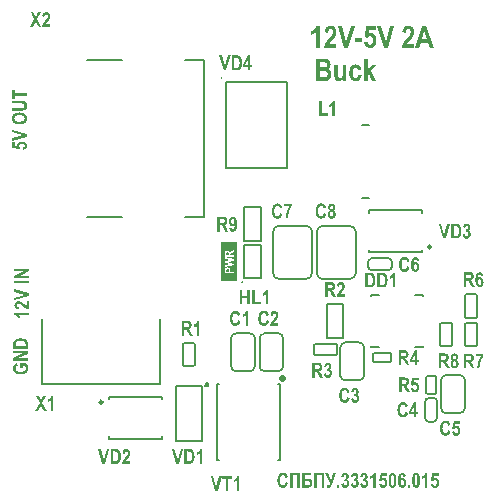
<source format=gto>
G04*
G04 #@! TF.GenerationSoftware,Altium Limited,Altium Designer,19.1.6 (110)*
G04*
G04 Layer_Color=65535*
%FSLAX43Y43*%
%MOMM*%
G71*
G01*
G75*
%ADD10C,0.100*%
%ADD11C,0.200*%
%ADD12C,0.400*%
%ADD13C,0.250*%
%ADD14C,0.600*%
G36*
X88009Y93630D02*
X87426D01*
Y93991D01*
X88009D01*
Y93630D01*
D02*
G37*
G36*
X90157Y93131D02*
X89819D01*
X89272Y95007D01*
X89608D01*
X89996Y93616D01*
X90371Y95007D01*
X90704D01*
X90157Y93131D01*
D02*
G37*
G36*
X86809D02*
X86471D01*
X85924Y95007D01*
X86260D01*
X86648Y93616D01*
X87023Y95007D01*
X87356D01*
X86809Y93131D01*
D02*
G37*
G36*
X89136Y94646D02*
X88581D01*
X88531Y94324D01*
X88536Y94327D01*
X88547Y94335D01*
X88567Y94344D01*
X88594Y94358D01*
X88625Y94369D01*
X88658Y94377D01*
X88694Y94385D01*
X88733Y94388D01*
X88750D01*
X88764Y94385D01*
X88780Y94383D01*
X88797Y94380D01*
X88842Y94372D01*
X88889Y94352D01*
X88941Y94327D01*
X88969Y94310D01*
X88994Y94291D01*
X89019Y94269D01*
X89044Y94244D01*
X89047Y94241D01*
X89053Y94235D01*
X89058Y94224D01*
X89069Y94210D01*
X89080Y94191D01*
X89094Y94169D01*
X89111Y94144D01*
X89125Y94116D01*
X89139Y94083D01*
X89155Y94047D01*
X89169Y94005D01*
X89180Y93963D01*
X89191Y93916D01*
X89200Y93869D01*
X89202Y93816D01*
X89205Y93761D01*
Y93758D01*
Y93750D01*
Y93736D01*
X89202Y93719D01*
Y93697D01*
X89197Y93672D01*
X89194Y93644D01*
X89189Y93611D01*
X89172Y93541D01*
X89147Y93464D01*
X89130Y93425D01*
X89114Y93386D01*
X89091Y93344D01*
X89066Y93305D01*
X89064Y93303D01*
X89061Y93297D01*
X89053Y93286D01*
X89041Y93272D01*
X89028Y93258D01*
X89011Y93242D01*
X88989Y93222D01*
X88966Y93203D01*
X88941Y93183D01*
X88911Y93164D01*
X88880Y93147D01*
X88844Y93133D01*
X88808Y93119D01*
X88767Y93108D01*
X88725Y93103D01*
X88678Y93100D01*
X88658D01*
X88644Y93103D01*
X88628D01*
X88606Y93108D01*
X88558Y93117D01*
X88506Y93133D01*
X88447Y93156D01*
X88392Y93189D01*
X88364Y93211D01*
X88336Y93233D01*
X88334Y93236D01*
X88331Y93239D01*
X88322Y93247D01*
X88314Y93258D01*
X88303Y93272D01*
X88292Y93289D01*
X88278Y93308D01*
X88264Y93330D01*
X88250Y93355D01*
X88236Y93386D01*
X88222Y93416D01*
X88209Y93450D01*
X88197Y93486D01*
X88186Y93528D01*
X88172Y93614D01*
X88467Y93652D01*
Y93647D01*
X88470Y93633D01*
X88475Y93608D01*
X88481Y93580D01*
X88489Y93550D01*
X88503Y93519D01*
X88520Y93486D01*
X88542Y93458D01*
X88545Y93455D01*
X88553Y93447D01*
X88567Y93436D01*
X88583Y93425D01*
X88603Y93411D01*
X88628Y93400D01*
X88653Y93392D01*
X88681Y93389D01*
X88683D01*
X88697Y93392D01*
X88714Y93394D01*
X88733Y93400D01*
X88758Y93411D01*
X88786Y93428D01*
X88811Y93447D01*
X88836Y93478D01*
X88839Y93483D01*
X88847Y93494D01*
X88858Y93516D01*
X88869Y93544D01*
X88880Y93583D01*
X88892Y93630D01*
X88900Y93689D01*
X88903Y93752D01*
Y93755D01*
Y93761D01*
Y93769D01*
Y93783D01*
X88900Y93813D01*
X88894Y93852D01*
X88886Y93894D01*
X88875Y93938D01*
X88858Y93977D01*
X88836Y94013D01*
X88833Y94016D01*
X88825Y94027D01*
X88811Y94041D01*
X88792Y94058D01*
X88769Y94072D01*
X88739Y94086D01*
X88708Y94097D01*
X88672Y94099D01*
X88667D01*
X88650Y94097D01*
X88628Y94091D01*
X88597Y94083D01*
X88561Y94066D01*
X88522Y94041D01*
X88503Y94027D01*
X88483Y94008D01*
X88464Y93988D01*
X88445Y93963D01*
X88206Y94005D01*
X88356Y94982D01*
X89136D01*
Y94646D01*
D02*
G37*
G36*
X94047Y93131D02*
X93711D01*
X93578Y93555D01*
X92956D01*
X92831Y93131D01*
X92501D01*
X93098Y95007D01*
X93428D01*
X94047Y93131D01*
D02*
G37*
G36*
X91940Y95010D02*
X91962Y95007D01*
X91984Y95004D01*
X92040Y94993D01*
X92098Y94974D01*
X92129Y94963D01*
X92159Y94946D01*
X92190Y94927D01*
X92217Y94907D01*
X92242Y94882D01*
X92267Y94855D01*
X92270Y94852D01*
X92273Y94846D01*
X92279Y94838D01*
X92287Y94827D01*
X92295Y94813D01*
X92306Y94794D01*
X92331Y94749D01*
X92353Y94696D01*
X92373Y94635D01*
X92387Y94569D01*
X92392Y94533D01*
Y94494D01*
Y94488D01*
Y94474D01*
X92390Y94452D01*
Y94421D01*
X92384Y94388D01*
X92378Y94349D01*
X92370Y94310D01*
X92359Y94269D01*
Y94263D01*
X92353Y94249D01*
X92345Y94230D01*
X92337Y94202D01*
X92323Y94169D01*
X92306Y94133D01*
X92284Y94094D01*
X92262Y94052D01*
X92259Y94047D01*
X92251Y94033D01*
X92234Y94008D01*
X92212Y93977D01*
X92181Y93936D01*
X92142Y93888D01*
X92098Y93833D01*
X92045Y93772D01*
X92043Y93769D01*
X92040Y93766D01*
X92031Y93758D01*
X92023Y93747D01*
X91998Y93719D01*
X91970Y93686D01*
X91940Y93650D01*
X91909Y93616D01*
X91884Y93586D01*
X91865Y93561D01*
X91862Y93558D01*
X91859Y93553D01*
X91851Y93541D01*
X91843Y93530D01*
X91823Y93500D01*
X91804Y93464D01*
X92392D01*
Y93131D01*
X91357D01*
Y93133D01*
Y93139D01*
X91360Y93150D01*
Y93164D01*
X91362Y93181D01*
X91368Y93200D01*
X91376Y93247D01*
X91387Y93300D01*
X91407Y93361D01*
X91429Y93425D01*
X91457Y93489D01*
Y93491D01*
X91462Y93497D01*
X91465Y93505D01*
X91473Y93519D01*
X91485Y93536D01*
X91496Y93558D01*
X91512Y93580D01*
X91532Y93608D01*
X91551Y93639D01*
X91576Y93672D01*
X91601Y93708D01*
X91632Y93750D01*
X91665Y93791D01*
X91704Y93836D01*
X91743Y93886D01*
X91787Y93936D01*
X91790Y93938D01*
X91795Y93947D01*
X91807Y93958D01*
X91818Y93972D01*
X91834Y93988D01*
X91851Y94011D01*
X91890Y94058D01*
X91931Y94108D01*
X91970Y94155D01*
X92004Y94199D01*
X92018Y94219D01*
X92029Y94235D01*
X92031Y94241D01*
X92040Y94255D01*
X92051Y94277D01*
X92062Y94308D01*
X92073Y94341D01*
X92084Y94380D01*
X92093Y94421D01*
X92095Y94463D01*
Y94466D01*
Y94469D01*
Y94483D01*
X92093Y94505D01*
X92090Y94533D01*
X92081Y94563D01*
X92073Y94594D01*
X92059Y94624D01*
X92040Y94649D01*
X92037Y94652D01*
X92029Y94660D01*
X92018Y94669D01*
X92001Y94682D01*
X91981Y94694D01*
X91956Y94702D01*
X91926Y94710D01*
X91895Y94713D01*
X91887D01*
X91876Y94710D01*
X91865Y94707D01*
X91832Y94696D01*
X91815Y94688D01*
X91795Y94677D01*
X91776Y94660D01*
X91757Y94641D01*
X91740Y94619D01*
X91723Y94588D01*
X91709Y94555D01*
X91698Y94516D01*
X91690Y94471D01*
X91684Y94419D01*
X91390Y94458D01*
Y94460D01*
X91393Y94471D01*
Y94485D01*
X91396Y94505D01*
X91401Y94527D01*
X91404Y94555D01*
X91412Y94585D01*
X91421Y94619D01*
X91440Y94685D01*
X91468Y94755D01*
X91504Y94821D01*
X91523Y94849D01*
X91548Y94877D01*
X91551Y94880D01*
X91554Y94882D01*
X91562Y94891D01*
X91573Y94899D01*
X91587Y94907D01*
X91601Y94921D01*
X91643Y94946D01*
X91693Y94971D01*
X91754Y94991D01*
X91823Y95007D01*
X91862Y95010D01*
X91901Y95013D01*
X91923D01*
X91940Y95010D01*
D02*
G37*
G36*
X85363Y95010D02*
X85385Y95007D01*
X85407Y95004D01*
X85463Y94993D01*
X85521Y94974D01*
X85552Y94963D01*
X85582Y94946D01*
X85613Y94927D01*
X85641Y94907D01*
X85666Y94882D01*
X85691Y94855D01*
X85693Y94852D01*
X85696Y94846D01*
X85702Y94838D01*
X85710Y94827D01*
X85718Y94813D01*
X85729Y94794D01*
X85754Y94749D01*
X85777Y94696D01*
X85796Y94635D01*
X85810Y94569D01*
X85815Y94533D01*
Y94494D01*
Y94488D01*
Y94474D01*
X85813Y94452D01*
Y94421D01*
X85807Y94388D01*
X85802Y94349D01*
X85793Y94310D01*
X85782Y94269D01*
Y94263D01*
X85777Y94249D01*
X85768Y94230D01*
X85760Y94202D01*
X85746Y94169D01*
X85729Y94133D01*
X85707Y94094D01*
X85685Y94052D01*
X85682Y94047D01*
X85674Y94033D01*
X85657Y94008D01*
X85635Y93977D01*
X85604Y93936D01*
X85566Y93888D01*
X85521Y93833D01*
X85468Y93772D01*
X85466Y93769D01*
X85463Y93766D01*
X85455Y93758D01*
X85446Y93747D01*
X85421Y93719D01*
X85393Y93686D01*
X85363Y93650D01*
X85332Y93616D01*
X85307Y93586D01*
X85288Y93561D01*
X85285Y93558D01*
X85282Y93553D01*
X85274Y93541D01*
X85266Y93530D01*
X85246Y93500D01*
X85227Y93464D01*
X85815D01*
Y93131D01*
X84780D01*
Y93133D01*
Y93139D01*
X84783Y93150D01*
Y93164D01*
X84785Y93181D01*
X84791Y93200D01*
X84799Y93247D01*
X84810Y93300D01*
X84830Y93361D01*
X84852Y93425D01*
X84880Y93489D01*
Y93491D01*
X84885Y93497D01*
X84888Y93505D01*
X84897Y93519D01*
X84908Y93536D01*
X84919Y93558D01*
X84935Y93580D01*
X84955Y93608D01*
X84974Y93639D01*
X84999Y93672D01*
X85024Y93708D01*
X85055Y93750D01*
X85088Y93791D01*
X85127Y93836D01*
X85166Y93886D01*
X85210Y93936D01*
X85213Y93938D01*
X85219Y93947D01*
X85230Y93958D01*
X85241Y93972D01*
X85257Y93988D01*
X85274Y94011D01*
X85313Y94058D01*
X85355Y94108D01*
X85393Y94155D01*
X85427Y94199D01*
X85441Y94219D01*
X85452Y94235D01*
X85455Y94241D01*
X85463Y94255D01*
X85474Y94277D01*
X85485Y94308D01*
X85496Y94341D01*
X85507Y94380D01*
X85516Y94421D01*
X85518Y94463D01*
Y94466D01*
Y94469D01*
Y94483D01*
X85516Y94505D01*
X85513Y94533D01*
X85505Y94563D01*
X85496Y94594D01*
X85482Y94624D01*
X85463Y94649D01*
X85460Y94652D01*
X85452Y94660D01*
X85441Y94669D01*
X85424Y94682D01*
X85405Y94694D01*
X85380Y94702D01*
X85349Y94710D01*
X85319Y94713D01*
X85310D01*
X85299Y94710D01*
X85288Y94707D01*
X85255Y94696D01*
X85238Y94688D01*
X85219Y94677D01*
X85199Y94660D01*
X85180Y94641D01*
X85163Y94619D01*
X85146Y94588D01*
X85133Y94555D01*
X85121Y94516D01*
X85113Y94471D01*
X85108Y94419D01*
X84813Y94458D01*
Y94460D01*
X84816Y94471D01*
Y94485D01*
X84819Y94505D01*
X84824Y94527D01*
X84827Y94555D01*
X84835Y94585D01*
X84844Y94619D01*
X84863Y94685D01*
X84891Y94755D01*
X84927Y94821D01*
X84947Y94849D01*
X84972Y94877D01*
X84974Y94880D01*
X84977Y94882D01*
X84985Y94891D01*
X84996Y94899D01*
X85010Y94907D01*
X85024Y94921D01*
X85066Y94946D01*
X85116Y94971D01*
X85177Y94991D01*
X85246Y95007D01*
X85285Y95010D01*
X85324Y95013D01*
X85346D01*
X85363Y95010D01*
D02*
G37*
G36*
X84380Y93131D02*
X84083D01*
Y94488D01*
X84080Y94485D01*
X84075Y94480D01*
X84066Y94471D01*
X84053Y94458D01*
X84039Y94444D01*
X84019Y94424D01*
X83997Y94405D01*
X83972Y94385D01*
X83917Y94341D01*
X83853Y94294D01*
X83778Y94252D01*
X83700Y94216D01*
Y94544D01*
X83703D01*
X83706Y94546D01*
X83722Y94552D01*
X83744Y94566D01*
X83778Y94582D01*
X83817Y94607D01*
X83858Y94638D01*
X83905Y94674D01*
X83955Y94719D01*
X83958Y94721D01*
X83961Y94724D01*
X83978Y94741D01*
X84000Y94769D01*
X84028Y94805D01*
X84058Y94846D01*
X84089Y94896D01*
X84116Y94952D01*
X84139Y95013D01*
X84380D01*
Y93131D01*
D02*
G37*
G36*
X91414Y57141D02*
X91436Y57139D01*
X91462Y57133D01*
X91493Y57124D01*
X91525Y57109D01*
X91558Y57091D01*
X91588Y57065D01*
X91591Y57061D01*
X91601Y57050D01*
X91614Y57031D01*
X91630Y57007D01*
X91647Y56974D01*
X91664Y56933D01*
X91677Y56887D01*
X91688Y56831D01*
X91497Y56805D01*
Y56807D01*
Y56811D01*
X91495Y56818D01*
X91493Y56828D01*
X91488Y56850D01*
X91477Y56876D01*
X91464Y56900D01*
X91443Y56922D01*
X91430Y56931D01*
X91417Y56939D01*
X91401Y56942D01*
X91384Y56944D01*
X91382D01*
X91373Y56942D01*
X91362Y56941D01*
X91347Y56935D01*
X91330Y56928D01*
X91314Y56915D01*
X91295Y56898D01*
X91278Y56874D01*
X91277Y56870D01*
X91275Y56867D01*
X91271Y56859D01*
X91269Y56852D01*
X91264Y56841D01*
X91260Y56828D01*
X91256Y56813D01*
X91251Y56794D01*
X91247Y56774D01*
X91241Y56750D01*
X91238Y56724D01*
X91234Y56696D01*
X91230Y56665D01*
X91227Y56630D01*
X91225Y56591D01*
X91227Y56593D01*
X91232Y56600D01*
X91240Y56609D01*
X91249Y56620D01*
X91262Y56633D01*
X91275Y56646D01*
X91290Y56659D01*
X91306Y56670D01*
X91308Y56672D01*
X91314Y56674D01*
X91325Y56680D01*
X91336Y56685D01*
X91351Y56689D01*
X91369Y56694D01*
X91388Y56696D01*
X91408Y56698D01*
X91419D01*
X91428Y56696D01*
X91440Y56694D01*
X91451Y56693D01*
X91480Y56683D01*
X91512Y56670D01*
X91530Y56661D01*
X91547Y56650D01*
X91565Y56637D01*
X91582Y56622D01*
X91601Y56605D01*
X91617Y56585D01*
X91619Y56583D01*
X91621Y56580D01*
X91627Y56574D01*
X91632Y56565D01*
X91638Y56554D01*
X91647Y56541D01*
X91654Y56524D01*
X91664Y56505D01*
X91671Y56485D01*
X91680Y56463D01*
X91688Y56439D01*
X91693Y56413D01*
X91701Y56383D01*
X91704Y56354D01*
X91706Y56320D01*
X91708Y56287D01*
Y56285D01*
Y56278D01*
Y56268D01*
X91706Y56256D01*
X91704Y56239D01*
X91702Y56218D01*
X91701Y56198D01*
X91697Y56174D01*
X91684Y56126D01*
X91667Y56074D01*
X91656Y56048D01*
X91643Y56024D01*
X91628Y56000D01*
X91612Y55978D01*
X91610Y55976D01*
X91608Y55972D01*
X91602Y55967D01*
X91595Y55961D01*
X91586Y55952D01*
X91575Y55943D01*
X91547Y55922D01*
X91514Y55902D01*
X91473Y55883D01*
X91451Y55878D01*
X91427Y55872D01*
X91402Y55869D01*
X91377Y55867D01*
X91369D01*
X91362Y55869D01*
X91351D01*
X91338Y55870D01*
X91323Y55874D01*
X91288Y55885D01*
X91267Y55893D01*
X91247Y55902D01*
X91225Y55913D01*
X91204Y55928D01*
X91182Y55944D01*
X91162Y55963D01*
X91141Y55985D01*
X91121Y56011D01*
X91119Y56013D01*
X91117Y56018D01*
X91112Y56028D01*
X91106Y56039D01*
X91099Y56056D01*
X91090Y56076D01*
X91080Y56098D01*
X91071Y56126D01*
X91062Y56157D01*
X91053Y56194D01*
X91045Y56233D01*
X91036Y56278D01*
X91030Y56326D01*
X91025Y56378D01*
X91023Y56435D01*
X91021Y56496D01*
Y56498D01*
Y56500D01*
Y56511D01*
Y56530D01*
X91023Y56552D01*
X91025Y56581D01*
X91027Y56613D01*
X91030Y56648D01*
X91034Y56687D01*
X91047Y56768D01*
X91065Y56850D01*
X91077Y56889D01*
X91091Y56926D01*
X91106Y56961D01*
X91125Y56991D01*
X91127Y56992D01*
X91130Y56998D01*
X91136Y57005D01*
X91143Y57015D01*
X91154Y57026D01*
X91167Y57039D01*
X91182Y57052D01*
X91199Y57067D01*
X91217Y57081D01*
X91238Y57094D01*
X91284Y57118D01*
X91310Y57128D01*
X91336Y57137D01*
X91365Y57141D01*
X91395Y57142D01*
X91406D01*
X91414Y57141D01*
D02*
G37*
G36*
X81324Y57157D02*
X81339Y57155D01*
X81355Y57154D01*
X81374Y57150D01*
X81394Y57144D01*
X81441Y57129D01*
X81465Y57120D01*
X81489Y57109D01*
X81513Y57094D01*
X81537Y57078D01*
X81561Y57059D01*
X81583Y57039D01*
X81585D01*
X81587Y57035D01*
X81591Y57029D01*
X81596Y57024D01*
X81603Y57015D01*
X81611Y57004D01*
X81620Y56991D01*
X81629Y56976D01*
X81639Y56959D01*
X81650Y56942D01*
X81659Y56922D01*
X81670Y56900D01*
X81679Y56874D01*
X81689Y56848D01*
X81698Y56820D01*
X81705Y56791D01*
X81500Y56731D01*
Y56733D01*
X81498Y56735D01*
Y56741D01*
X81496Y56748D01*
X81491Y56767D01*
X81483Y56789D01*
X81472Y56815D01*
X81457Y56841D01*
X81441Y56865D01*
X81420Y56887D01*
X81418Y56889D01*
X81411Y56896D01*
X81398Y56905D01*
X81381Y56915D01*
X81361Y56926D01*
X81339Y56933D01*
X81313Y56941D01*
X81283Y56942D01*
X81272D01*
X81265Y56941D01*
X81244Y56937D01*
X81218Y56930D01*
X81189Y56918D01*
X81157Y56900D01*
X81142Y56889D01*
X81128Y56876D01*
X81113Y56861D01*
X81098Y56842D01*
Y56841D01*
X81094Y56839D01*
X81092Y56831D01*
X81087Y56824D01*
X81081Y56813D01*
X81076Y56800D01*
X81070Y56783D01*
X81063Y56765D01*
X81055Y56744D01*
X81050Y56720D01*
X81044Y56692D01*
X81039Y56663D01*
X81035Y56631D01*
X81031Y56596D01*
X81028Y56557D01*
Y56517D01*
Y56515D01*
Y56505D01*
Y56494D01*
X81029Y56478D01*
Y56459D01*
X81031Y56437D01*
X81033Y56413D01*
X81037Y56387D01*
X81044Y56331D01*
X81057Y56276D01*
X81065Y56250D01*
X81074Y56224D01*
X81085Y56202D01*
X81096Y56181D01*
Y56180D01*
X81100Y56178D01*
X81109Y56167D01*
X81124Y56150D01*
X81146Y56133D01*
X81172Y56115D01*
X81202Y56098D01*
X81239Y56087D01*
X81257Y56085D01*
X81278Y56083D01*
X81281D01*
X81291Y56085D01*
X81307Y56087D01*
X81326Y56091D01*
X81348Y56098D01*
X81372Y56109D01*
X81396Y56126D01*
X81418Y56146D01*
X81420Y56150D01*
X81428Y56159D01*
X81439Y56174D01*
X81452Y56196D01*
X81466Y56224D01*
X81479Y56259D01*
X81494Y56300D01*
X81505Y56350D01*
X81707Y56272D01*
Y56270D01*
X81705Y56263D01*
X81702Y56252D01*
X81698Y56237D01*
X81692Y56220D01*
X81687Y56200D01*
X81679Y56178D01*
X81670Y56154D01*
X81648Y56104D01*
X81620Y56052D01*
X81589Y56004D01*
X81570Y55983D01*
X81550Y55963D01*
X81548Y55961D01*
X81544Y55959D01*
X81539Y55954D01*
X81529Y55948D01*
X81520Y55941D01*
X81507Y55933D01*
X81492Y55924D01*
X81476Y55915D01*
X81457Y55906D01*
X81437Y55896D01*
X81391Y55881D01*
X81339Y55870D01*
X81311Y55868D01*
X81281Y55867D01*
X81272D01*
X81263Y55868D01*
X81248D01*
X81231Y55872D01*
X81211Y55874D01*
X81189Y55880D01*
X81165Y55885D01*
X81139Y55894D01*
X81113Y55904D01*
X81087Y55917D01*
X81059Y55931D01*
X81031Y55950D01*
X81005Y55970D01*
X80979Y55993D01*
X80955Y56020D01*
X80954Y56022D01*
X80950Y56028D01*
X80942Y56039D01*
X80933Y56054D01*
X80922Y56070D01*
X80911Y56093D01*
X80898Y56118D01*
X80885Y56148D01*
X80870Y56180D01*
X80857Y56217D01*
X80846Y56256D01*
X80835Y56298D01*
X80826Y56344D01*
X80818Y56394D01*
X80815Y56446D01*
X80813Y56502D01*
Y56504D01*
Y56505D01*
Y56517D01*
X80815Y56533D01*
Y56554D01*
X80817Y56581D01*
X80820Y56613D01*
X80826Y56646D01*
X80831Y56683D01*
X80839Y56724D01*
X80848Y56765D01*
X80859Y56805D01*
X80874Y56848D01*
X80891Y56889D01*
X80909Y56928D01*
X80931Y56967D01*
X80957Y57002D01*
X80959Y57004D01*
X80963Y57009D01*
X80970Y57017D01*
X80979Y57026D01*
X80992Y57039D01*
X81007Y57052D01*
X81026Y57067D01*
X81046Y57081D01*
X81068Y57094D01*
X81094Y57109D01*
X81122Y57122D01*
X81152Y57135D01*
X81185Y57144D01*
X81218Y57152D01*
X81255Y57157D01*
X81294Y57159D01*
X81311D01*
X81324Y57157D01*
D02*
G37*
G36*
X85427Y56187D02*
Y56185D01*
X85423Y56180D01*
X85422Y56170D01*
X85416Y56159D01*
X85411Y56144D01*
X85403Y56128D01*
X85388Y56091D01*
X85368Y56050D01*
X85348Y56011D01*
X85325Y55974D01*
X85314Y55957D01*
X85303Y55943D01*
X85301Y55939D01*
X85292Y55931D01*
X85279Y55920D01*
X85262Y55907D01*
X85242Y55894D01*
X85218Y55883D01*
X85190Y55876D01*
X85159Y55872D01*
X85131D01*
X85111Y55874D01*
X85088Y55876D01*
X85064Y55878D01*
X85016Y55887D01*
Y56074D01*
X85044D01*
X85070Y56072D01*
X85105D01*
X85118Y56074D01*
X85135Y56076D01*
X85151Y56080D01*
X85168Y56085D01*
X85185Y56093D01*
X85198Y56102D01*
X85199Y56104D01*
X85203Y56109D01*
X85209Y56117D01*
X85218Y56131D01*
X85227Y56150D01*
X85236Y56172D01*
X85248Y56202D01*
X85259Y56239D01*
X84881Y57139D01*
X85112D01*
X85351Y56489D01*
X85559Y57139D01*
X85773D01*
X85427Y56187D01*
D02*
G37*
G36*
X88177Y57141D02*
X88188Y57139D01*
X88201Y57137D01*
X88234Y57129D01*
X88269Y57118D01*
X88307Y57100D01*
X88325Y57089D01*
X88344Y57076D01*
X88360Y57061D01*
X88377Y57042D01*
X88379Y57041D01*
X88381Y57039D01*
X88384Y57033D01*
X88390Y57026D01*
X88395Y57017D01*
X88403Y57005D01*
X88419Y56978D01*
X88434Y56944D01*
X88447Y56907D01*
X88456Y56867D01*
X88460Y56844D01*
Y56822D01*
Y56818D01*
Y56809D01*
X88458Y56792D01*
X88455Y56774D01*
X88451Y56750D01*
X88444Y56726D01*
X88434Y56700D01*
X88421Y56674D01*
X88419Y56670D01*
X88414Y56663D01*
X88406Y56652D01*
X88394Y56635D01*
X88379Y56618D01*
X88358Y56598D01*
X88336Y56578D01*
X88310Y56559D01*
X88312D01*
X88314Y56557D01*
X88325Y56554D01*
X88340Y56548D01*
X88360Y56539D01*
X88382Y56524D01*
X88405Y56507D01*
X88427Y56485D01*
X88449Y56457D01*
X88451Y56454D01*
X88458Y56443D01*
X88468Y56426D01*
X88477Y56404D01*
X88488Y56376D01*
X88495Y56343D01*
X88503Y56304D01*
X88505Y56261D01*
Y56259D01*
Y56254D01*
Y56244D01*
X88503Y56233D01*
X88501Y56218D01*
X88499Y56202D01*
X88495Y56183D01*
X88492Y56161D01*
X88479Y56117D01*
X88460Y56070D01*
X88449Y56046D01*
X88436Y56022D01*
X88419Y56000D01*
X88401Y55978D01*
X88399Y55976D01*
X88397Y55972D01*
X88390Y55967D01*
X88382Y55961D01*
X88373Y55952D01*
X88362Y55943D01*
X88332Y55922D01*
X88297Y55902D01*
X88257Y55883D01*
X88232Y55878D01*
X88208Y55872D01*
X88184Y55869D01*
X88158Y55867D01*
X88145D01*
X88136Y55869D01*
X88125Y55870D01*
X88110Y55872D01*
X88079Y55878D01*
X88044Y55889D01*
X88005Y55907D01*
X87984Y55917D01*
X87966Y55930D01*
X87947Y55944D01*
X87929Y55961D01*
X87927Y55963D01*
X87925Y55965D01*
X87920Y55970D01*
X87914Y55978D01*
X87907Y55989D01*
X87899Y56000D01*
X87890Y56013D01*
X87881Y56030D01*
X87871Y56046D01*
X87862Y56067D01*
X87853Y56087D01*
X87844Y56111D01*
X87831Y56161D01*
X87821Y56220D01*
X88012Y56248D01*
Y56246D01*
Y56244D01*
X88014Y56233D01*
X88016Y56218D01*
X88021Y56198D01*
X88027Y56176D01*
X88036Y56154D01*
X88047Y56131D01*
X88060Y56113D01*
X88062Y56111D01*
X88068Y56106D01*
X88077Y56098D01*
X88088Y56091D01*
X88101Y56081D01*
X88118Y56074D01*
X88136Y56068D01*
X88157Y56067D01*
X88168D01*
X88179Y56070D01*
X88192Y56074D01*
X88208Y56080D01*
X88227Y56089D01*
X88244Y56102D01*
X88260Y56120D01*
X88262Y56122D01*
X88268Y56131D01*
X88273Y56143D01*
X88282Y56161D01*
X88290Y56181D01*
X88295Y56209D01*
X88301Y56239D01*
X88303Y56274D01*
Y56276D01*
Y56278D01*
Y56289D01*
X88301Y56306D01*
X88297Y56326D01*
X88294Y56348D01*
X88286Y56372D01*
X88275Y56396D01*
X88262Y56417D01*
X88260Y56418D01*
X88255Y56426D01*
X88245Y56433D01*
X88234Y56444D01*
X88219Y56454D01*
X88203Y56463D01*
X88184Y56468D01*
X88164Y56470D01*
X88149D01*
X88140Y56468D01*
X88127Y56467D01*
X88110Y56463D01*
X88094Y56457D01*
X88075Y56452D01*
X88095Y56648D01*
X88108D01*
X88123Y56650D01*
X88140Y56652D01*
X88160Y56657D01*
X88181Y56663D01*
X88199Y56674D01*
X88218Y56687D01*
X88219Y56689D01*
X88225Y56694D01*
X88232Y56705D01*
X88240Y56718D01*
X88247Y56735D01*
X88255Y56755D01*
X88260Y56780D01*
X88262Y56807D01*
Y56811D01*
Y56818D01*
X88260Y56830D01*
X88258Y56844D01*
X88255Y56859D01*
X88247Y56876D01*
X88240Y56892D01*
X88229Y56907D01*
X88227Y56909D01*
X88223Y56913D01*
X88216Y56918D01*
X88207Y56926D01*
X88195Y56933D01*
X88181Y56939D01*
X88164Y56942D01*
X88145Y56944D01*
X88138D01*
X88127Y56942D01*
X88116Y56939D01*
X88103Y56933D01*
X88088Y56926D01*
X88073Y56917D01*
X88058Y56902D01*
X88057Y56900D01*
X88053Y56894D01*
X88047Y56883D01*
X88040Y56870D01*
X88032Y56854D01*
X88025Y56831D01*
X88020Y56807D01*
X88016Y56778D01*
X87834Y56815D01*
Y56817D01*
X87836Y56822D01*
X87838Y56831D01*
X87840Y56842D01*
X87844Y56857D01*
X87847Y56872D01*
X87858Y56909D01*
X87873Y56950D01*
X87892Y56991D01*
X87916Y57029D01*
X87929Y57048D01*
X87944Y57063D01*
X87945Y57065D01*
X87947Y57067D01*
X87958Y57076D01*
X87977Y57089D01*
X88001Y57104D01*
X88031Y57117D01*
X88068Y57129D01*
X88108Y57139D01*
X88131Y57142D01*
X88166D01*
X88177Y57141D01*
D02*
G37*
G36*
X87379Y57141D02*
X87390Y57139D01*
X87403Y57137D01*
X87436Y57129D01*
X87471Y57118D01*
X87508Y57100D01*
X87527Y57089D01*
X87545Y57076D01*
X87562Y57061D01*
X87579Y57042D01*
X87581Y57041D01*
X87582Y57039D01*
X87586Y57033D01*
X87592Y57026D01*
X87597Y57017D01*
X87605Y57005D01*
X87621Y56978D01*
X87636Y56944D01*
X87649Y56907D01*
X87658Y56867D01*
X87662Y56844D01*
Y56822D01*
Y56818D01*
Y56809D01*
X87660Y56792D01*
X87657Y56774D01*
X87653Y56750D01*
X87645Y56726D01*
X87636Y56700D01*
X87623Y56674D01*
X87621Y56670D01*
X87616Y56663D01*
X87608Y56652D01*
X87595Y56635D01*
X87581Y56618D01*
X87560Y56598D01*
X87538Y56578D01*
X87512Y56559D01*
X87514D01*
X87516Y56557D01*
X87527Y56554D01*
X87542Y56548D01*
X87562Y56539D01*
X87584Y56524D01*
X87607Y56507D01*
X87629Y56485D01*
X87651Y56457D01*
X87653Y56454D01*
X87660Y56443D01*
X87670Y56426D01*
X87679Y56404D01*
X87690Y56376D01*
X87697Y56343D01*
X87705Y56304D01*
X87707Y56261D01*
Y56259D01*
Y56254D01*
Y56244D01*
X87705Y56233D01*
X87703Y56218D01*
X87701Y56202D01*
X87697Y56183D01*
X87694Y56161D01*
X87681Y56117D01*
X87662Y56070D01*
X87651Y56046D01*
X87638Y56022D01*
X87621Y56000D01*
X87603Y55978D01*
X87601Y55976D01*
X87599Y55972D01*
X87592Y55967D01*
X87584Y55961D01*
X87575Y55952D01*
X87564Y55943D01*
X87534Y55922D01*
X87499Y55902D01*
X87458Y55883D01*
X87434Y55878D01*
X87410Y55872D01*
X87386Y55868D01*
X87360Y55867D01*
X87347D01*
X87338Y55868D01*
X87327Y55870D01*
X87312Y55872D01*
X87281Y55878D01*
X87245Y55889D01*
X87207Y55907D01*
X87186Y55917D01*
X87168Y55930D01*
X87149Y55944D01*
X87131Y55961D01*
X87129Y55963D01*
X87127Y55965D01*
X87121Y55970D01*
X87116Y55978D01*
X87108Y55989D01*
X87101Y56000D01*
X87092Y56013D01*
X87083Y56030D01*
X87073Y56046D01*
X87064Y56067D01*
X87055Y56087D01*
X87046Y56111D01*
X87033Y56161D01*
X87023Y56220D01*
X87214Y56248D01*
Y56246D01*
Y56244D01*
X87216Y56233D01*
X87218Y56218D01*
X87223Y56198D01*
X87229Y56176D01*
X87238Y56154D01*
X87249Y56131D01*
X87262Y56113D01*
X87264Y56111D01*
X87270Y56106D01*
X87279Y56098D01*
X87290Y56091D01*
X87303Y56081D01*
X87320Y56074D01*
X87338Y56068D01*
X87358Y56067D01*
X87370D01*
X87381Y56070D01*
X87394Y56074D01*
X87410Y56080D01*
X87429Y56089D01*
X87445Y56102D01*
X87462Y56120D01*
X87464Y56122D01*
X87470Y56131D01*
X87475Y56143D01*
X87484Y56161D01*
X87492Y56181D01*
X87497Y56209D01*
X87503Y56239D01*
X87505Y56274D01*
Y56276D01*
Y56278D01*
Y56289D01*
X87503Y56306D01*
X87499Y56326D01*
X87495Y56348D01*
X87488Y56372D01*
X87477Y56396D01*
X87464Y56417D01*
X87462Y56418D01*
X87457Y56426D01*
X87447Y56433D01*
X87436Y56444D01*
X87421Y56454D01*
X87405Y56463D01*
X87386Y56468D01*
X87366Y56470D01*
X87351D01*
X87342Y56468D01*
X87329Y56467D01*
X87312Y56463D01*
X87296Y56457D01*
X87277Y56452D01*
X87297Y56648D01*
X87310D01*
X87325Y56650D01*
X87342Y56652D01*
X87362Y56657D01*
X87383Y56663D01*
X87401Y56674D01*
X87420Y56687D01*
X87421Y56689D01*
X87427Y56694D01*
X87434Y56705D01*
X87442Y56718D01*
X87449Y56735D01*
X87457Y56755D01*
X87462Y56780D01*
X87464Y56807D01*
Y56811D01*
Y56818D01*
X87462Y56830D01*
X87460Y56844D01*
X87457Y56859D01*
X87449Y56876D01*
X87442Y56892D01*
X87431Y56907D01*
X87429Y56909D01*
X87425Y56913D01*
X87418Y56918D01*
X87408Y56926D01*
X87397Y56933D01*
X87383Y56939D01*
X87366Y56942D01*
X87347Y56944D01*
X87340D01*
X87329Y56942D01*
X87318Y56939D01*
X87305Y56933D01*
X87290Y56926D01*
X87275Y56917D01*
X87260Y56902D01*
X87258Y56900D01*
X87255Y56894D01*
X87249Y56883D01*
X87242Y56870D01*
X87234Y56854D01*
X87227Y56831D01*
X87221Y56807D01*
X87218Y56778D01*
X87036Y56815D01*
Y56817D01*
X87038Y56822D01*
X87040Y56831D01*
X87042Y56842D01*
X87046Y56857D01*
X87049Y56872D01*
X87060Y56909D01*
X87075Y56950D01*
X87094Y56991D01*
X87118Y57029D01*
X87131Y57048D01*
X87146Y57063D01*
X87147Y57065D01*
X87149Y57067D01*
X87160Y57076D01*
X87179Y57089D01*
X87203Y57104D01*
X87233Y57117D01*
X87270Y57129D01*
X87310Y57139D01*
X87333Y57142D01*
X87368D01*
X87379Y57141D01*
D02*
G37*
G36*
X86581D02*
X86592Y57139D01*
X86605Y57137D01*
X86638Y57129D01*
X86673Y57118D01*
X86710Y57100D01*
X86729Y57089D01*
X86747Y57076D01*
X86764Y57061D01*
X86781Y57042D01*
X86783Y57041D01*
X86784Y57039D01*
X86788Y57033D01*
X86794Y57026D01*
X86799Y57017D01*
X86807Y57005D01*
X86823Y56978D01*
X86838Y56944D01*
X86851Y56907D01*
X86860Y56867D01*
X86864Y56844D01*
Y56822D01*
Y56818D01*
Y56809D01*
X86862Y56792D01*
X86859Y56774D01*
X86855Y56750D01*
X86847Y56726D01*
X86838Y56700D01*
X86825Y56674D01*
X86823Y56670D01*
X86818Y56663D01*
X86810Y56652D01*
X86797Y56635D01*
X86783Y56618D01*
X86762Y56598D01*
X86740Y56578D01*
X86714Y56559D01*
X86716D01*
X86718Y56557D01*
X86729Y56554D01*
X86744Y56548D01*
X86764Y56539D01*
X86786Y56524D01*
X86809Y56507D01*
X86831Y56485D01*
X86853Y56457D01*
X86855Y56454D01*
X86862Y56443D01*
X86871Y56426D01*
X86881Y56404D01*
X86892Y56376D01*
X86899Y56343D01*
X86907Y56304D01*
X86909Y56261D01*
Y56259D01*
Y56254D01*
Y56244D01*
X86907Y56233D01*
X86905Y56218D01*
X86903Y56202D01*
X86899Y56183D01*
X86896Y56161D01*
X86883Y56117D01*
X86864Y56070D01*
X86853Y56046D01*
X86840Y56022D01*
X86823Y56000D01*
X86805Y55978D01*
X86803Y55976D01*
X86801Y55972D01*
X86794Y55967D01*
X86786Y55961D01*
X86777Y55952D01*
X86766Y55943D01*
X86736Y55922D01*
X86701Y55902D01*
X86660Y55883D01*
X86636Y55878D01*
X86612Y55872D01*
X86588Y55868D01*
X86562Y55867D01*
X86549D01*
X86540Y55868D01*
X86529Y55870D01*
X86514Y55872D01*
X86483Y55878D01*
X86447Y55889D01*
X86409Y55907D01*
X86388Y55917D01*
X86370Y55930D01*
X86351Y55944D01*
X86333Y55961D01*
X86331Y55963D01*
X86329Y55965D01*
X86323Y55970D01*
X86318Y55978D01*
X86310Y55989D01*
X86303Y56000D01*
X86294Y56013D01*
X86284Y56030D01*
X86275Y56046D01*
X86266Y56067D01*
X86257Y56087D01*
X86247Y56111D01*
X86234Y56161D01*
X86225Y56220D01*
X86416Y56248D01*
Y56246D01*
Y56244D01*
X86418Y56233D01*
X86420Y56218D01*
X86425Y56198D01*
X86431Y56176D01*
X86440Y56154D01*
X86451Y56131D01*
X86464Y56113D01*
X86466Y56111D01*
X86472Y56106D01*
X86481Y56098D01*
X86492Y56091D01*
X86505Y56081D01*
X86521Y56074D01*
X86540Y56068D01*
X86560Y56067D01*
X86572D01*
X86583Y56070D01*
X86596Y56074D01*
X86612Y56080D01*
X86631Y56089D01*
X86647Y56102D01*
X86664Y56120D01*
X86666Y56122D01*
X86671Y56131D01*
X86677Y56143D01*
X86686Y56161D01*
X86694Y56181D01*
X86699Y56209D01*
X86705Y56239D01*
X86707Y56274D01*
Y56276D01*
Y56278D01*
Y56289D01*
X86705Y56306D01*
X86701Y56326D01*
X86697Y56348D01*
X86690Y56372D01*
X86679Y56396D01*
X86666Y56417D01*
X86664Y56418D01*
X86659Y56426D01*
X86649Y56433D01*
X86638Y56444D01*
X86623Y56454D01*
X86607Y56463D01*
X86588Y56468D01*
X86568Y56470D01*
X86553D01*
X86544Y56468D01*
X86531Y56467D01*
X86514Y56463D01*
X86497Y56457D01*
X86479Y56452D01*
X86499Y56648D01*
X86512D01*
X86527Y56650D01*
X86544Y56652D01*
X86564Y56657D01*
X86584Y56663D01*
X86603Y56674D01*
X86621Y56687D01*
X86623Y56689D01*
X86629Y56694D01*
X86636Y56705D01*
X86644Y56718D01*
X86651Y56735D01*
X86659Y56755D01*
X86664Y56780D01*
X86666Y56807D01*
Y56811D01*
Y56818D01*
X86664Y56830D01*
X86662Y56844D01*
X86659Y56859D01*
X86651Y56876D01*
X86644Y56892D01*
X86633Y56907D01*
X86631Y56909D01*
X86627Y56913D01*
X86620Y56918D01*
X86610Y56926D01*
X86599Y56933D01*
X86584Y56939D01*
X86568Y56942D01*
X86549Y56944D01*
X86542D01*
X86531Y56942D01*
X86520Y56939D01*
X86507Y56933D01*
X86492Y56926D01*
X86477Y56917D01*
X86462Y56902D01*
X86460Y56900D01*
X86457Y56894D01*
X86451Y56883D01*
X86444Y56870D01*
X86436Y56854D01*
X86429Y56831D01*
X86423Y56807D01*
X86420Y56778D01*
X86238Y56815D01*
Y56817D01*
X86240Y56822D01*
X86242Y56831D01*
X86244Y56842D01*
X86247Y56857D01*
X86251Y56872D01*
X86262Y56909D01*
X86277Y56950D01*
X86296Y56991D01*
X86320Y57029D01*
X86333Y57048D01*
X86347Y57063D01*
X86349Y57065D01*
X86351Y57067D01*
X86362Y57076D01*
X86381Y57089D01*
X86405Y57104D01*
X86434Y57117D01*
X86472Y57129D01*
X86512Y57139D01*
X86534Y57142D01*
X86570D01*
X86581Y57141D01*
D02*
G37*
G36*
X94460Y56898D02*
X94089D01*
X94056Y56683D01*
X94060Y56685D01*
X94067Y56691D01*
X94080Y56696D01*
X94099Y56705D01*
X94119Y56713D01*
X94141Y56718D01*
X94165Y56724D01*
X94191Y56726D01*
X94202D01*
X94211Y56724D01*
X94223Y56722D01*
X94234Y56720D01*
X94263Y56715D01*
X94295Y56702D01*
X94330Y56685D01*
X94348Y56674D01*
X94365Y56661D01*
X94382Y56646D01*
X94398Y56630D01*
X94400Y56628D01*
X94404Y56624D01*
X94408Y56617D01*
X94415Y56607D01*
X94423Y56594D01*
X94432Y56580D01*
X94443Y56563D01*
X94452Y56544D01*
X94461Y56522D01*
X94473Y56498D01*
X94482Y56470D01*
X94489Y56443D01*
X94497Y56411D01*
X94502Y56380D01*
X94504Y56344D01*
X94506Y56307D01*
Y56306D01*
Y56300D01*
Y56291D01*
X94504Y56280D01*
Y56265D01*
X94500Y56248D01*
X94498Y56230D01*
X94495Y56207D01*
X94484Y56161D01*
X94467Y56109D01*
X94456Y56083D01*
X94445Y56057D01*
X94430Y56030D01*
X94413Y56004D01*
X94411Y56002D01*
X94410Y55998D01*
X94404Y55991D01*
X94397Y55981D01*
X94387Y55972D01*
X94376Y55961D01*
X94361Y55948D01*
X94347Y55935D01*
X94330Y55922D01*
X94310Y55909D01*
X94289Y55898D01*
X94265Y55889D01*
X94241Y55880D01*
X94213Y55872D01*
X94186Y55869D01*
X94154Y55867D01*
X94141D01*
X94132Y55869D01*
X94121D01*
X94106Y55872D01*
X94074Y55878D01*
X94039Y55889D01*
X94000Y55904D01*
X93963Y55926D01*
X93945Y55941D01*
X93926Y55956D01*
X93924Y55957D01*
X93923Y55959D01*
X93917Y55965D01*
X93911Y55972D01*
X93904Y55981D01*
X93897Y55993D01*
X93887Y56006D01*
X93878Y56020D01*
X93869Y56037D01*
X93860Y56057D01*
X93850Y56078D01*
X93841Y56100D01*
X93834Y56124D01*
X93826Y56152D01*
X93817Y56209D01*
X94013Y56235D01*
Y56231D01*
X94015Y56222D01*
X94019Y56206D01*
X94023Y56187D01*
X94028Y56167D01*
X94037Y56146D01*
X94049Y56124D01*
X94063Y56106D01*
X94065Y56104D01*
X94071Y56098D01*
X94080Y56091D01*
X94091Y56083D01*
X94104Y56074D01*
X94121Y56067D01*
X94137Y56061D01*
X94156Y56059D01*
X94158D01*
X94167Y56061D01*
X94178Y56063D01*
X94191Y56067D01*
X94208Y56074D01*
X94226Y56085D01*
X94243Y56098D01*
X94260Y56118D01*
X94261Y56122D01*
X94267Y56130D01*
X94274Y56144D01*
X94282Y56163D01*
X94289Y56189D01*
X94297Y56220D01*
X94302Y56259D01*
X94304Y56302D01*
Y56304D01*
Y56307D01*
Y56313D01*
Y56322D01*
X94302Y56343D01*
X94298Y56368D01*
X94293Y56396D01*
X94286Y56426D01*
X94274Y56452D01*
X94260Y56476D01*
X94258Y56478D01*
X94252Y56485D01*
X94243Y56494D01*
X94230Y56505D01*
X94215Y56515D01*
X94195Y56524D01*
X94174Y56531D01*
X94150Y56533D01*
X94147D01*
X94136Y56531D01*
X94121Y56528D01*
X94100Y56522D01*
X94076Y56511D01*
X94050Y56494D01*
X94037Y56485D01*
X94024Y56472D01*
X94011Y56459D01*
X93999Y56443D01*
X93839Y56470D01*
X93939Y57122D01*
X94460D01*
Y56898D01*
D02*
G37*
G36*
X90071D02*
X89701D01*
X89667Y56683D01*
X89671Y56685D01*
X89679Y56691D01*
X89692Y56696D01*
X89710Y56705D01*
X89730Y56713D01*
X89753Y56718D01*
X89777Y56724D01*
X89803Y56726D01*
X89814D01*
X89823Y56724D01*
X89834Y56722D01*
X89845Y56720D01*
X89875Y56715D01*
X89906Y56702D01*
X89942Y56685D01*
X89960Y56674D01*
X89977Y56661D01*
X89993Y56646D01*
X90010Y56630D01*
X90012Y56628D01*
X90016Y56624D01*
X90019Y56617D01*
X90027Y56607D01*
X90034Y56594D01*
X90043Y56580D01*
X90054Y56563D01*
X90064Y56544D01*
X90073Y56522D01*
X90084Y56498D01*
X90093Y56470D01*
X90101Y56443D01*
X90108Y56411D01*
X90114Y56380D01*
X90116Y56344D01*
X90117Y56307D01*
Y56306D01*
Y56300D01*
Y56291D01*
X90116Y56280D01*
Y56265D01*
X90112Y56248D01*
X90110Y56230D01*
X90106Y56207D01*
X90095Y56161D01*
X90079Y56109D01*
X90067Y56083D01*
X90056Y56057D01*
X90042Y56030D01*
X90025Y56004D01*
X90023Y56002D01*
X90021Y55998D01*
X90016Y55991D01*
X90008Y55981D01*
X89999Y55972D01*
X89988Y55961D01*
X89973Y55948D01*
X89958Y55935D01*
X89942Y55922D01*
X89921Y55909D01*
X89901Y55898D01*
X89877Y55889D01*
X89853Y55880D01*
X89825Y55872D01*
X89797Y55869D01*
X89766Y55867D01*
X89753D01*
X89743Y55869D01*
X89732D01*
X89717Y55872D01*
X89686Y55878D01*
X89651Y55889D01*
X89612Y55904D01*
X89575Y55926D01*
X89556Y55941D01*
X89538Y55956D01*
X89536Y55957D01*
X89534Y55959D01*
X89529Y55965D01*
X89523Y55972D01*
X89516Y55981D01*
X89508Y55993D01*
X89499Y56006D01*
X89490Y56020D01*
X89480Y56037D01*
X89471Y56057D01*
X89462Y56078D01*
X89453Y56100D01*
X89445Y56124D01*
X89438Y56152D01*
X89429Y56209D01*
X89625Y56235D01*
Y56231D01*
X89627Y56222D01*
X89630Y56206D01*
X89634Y56187D01*
X89640Y56167D01*
X89649Y56146D01*
X89660Y56124D01*
X89675Y56106D01*
X89677Y56104D01*
X89682Y56098D01*
X89692Y56091D01*
X89703Y56083D01*
X89716Y56074D01*
X89732Y56067D01*
X89749Y56061D01*
X89767Y56059D01*
X89769D01*
X89779Y56061D01*
X89790Y56063D01*
X89803Y56067D01*
X89819Y56074D01*
X89838Y56085D01*
X89854Y56098D01*
X89871Y56118D01*
X89873Y56122D01*
X89879Y56130D01*
X89886Y56144D01*
X89893Y56163D01*
X89901Y56189D01*
X89908Y56220D01*
X89914Y56259D01*
X89916Y56302D01*
Y56304D01*
Y56307D01*
Y56313D01*
Y56322D01*
X89914Y56343D01*
X89910Y56368D01*
X89904Y56396D01*
X89897Y56426D01*
X89886Y56452D01*
X89871Y56476D01*
X89869Y56478D01*
X89864Y56485D01*
X89854Y56494D01*
X89842Y56505D01*
X89827Y56515D01*
X89806Y56524D01*
X89786Y56531D01*
X89762Y56533D01*
X89758D01*
X89747Y56531D01*
X89732Y56528D01*
X89712Y56522D01*
X89688Y56511D01*
X89662Y56494D01*
X89649Y56485D01*
X89636Y56472D01*
X89623Y56459D01*
X89610Y56443D01*
X89451Y56470D01*
X89551Y57122D01*
X90071D01*
Y56898D01*
D02*
G37*
G36*
X93521Y55887D02*
X93323D01*
Y56792D01*
X93321Y56791D01*
X93317Y56787D01*
X93312Y56781D01*
X93302Y56772D01*
X93293Y56763D01*
X93280Y56750D01*
X93265Y56737D01*
X93249Y56724D01*
X93212Y56694D01*
X93169Y56663D01*
X93119Y56635D01*
X93067Y56611D01*
Y56830D01*
X93069D01*
X93071Y56831D01*
X93082Y56835D01*
X93097Y56844D01*
X93119Y56855D01*
X93145Y56872D01*
X93173Y56892D01*
X93204Y56917D01*
X93237Y56946D01*
X93239Y56948D01*
X93241Y56950D01*
X93252Y56961D01*
X93267Y56979D01*
X93286Y57004D01*
X93306Y57031D01*
X93326Y57065D01*
X93345Y57102D01*
X93360Y57142D01*
X93521D01*
Y55887D01*
D02*
G37*
G36*
X92056D02*
X91860D01*
Y56128D01*
X92056D01*
Y55887D01*
D02*
G37*
G36*
X89132D02*
X88934D01*
Y56792D01*
X88932Y56791D01*
X88929Y56787D01*
X88923Y56781D01*
X88914Y56772D01*
X88905Y56763D01*
X88892Y56750D01*
X88877Y56737D01*
X88860Y56724D01*
X88823Y56694D01*
X88781Y56663D01*
X88731Y56635D01*
X88679Y56611D01*
Y56830D01*
X88681D01*
X88682Y56831D01*
X88693Y56835D01*
X88708Y56844D01*
X88731Y56855D01*
X88756Y56872D01*
X88784Y56892D01*
X88816Y56917D01*
X88849Y56946D01*
X88851Y56948D01*
X88853Y56950D01*
X88864Y56961D01*
X88879Y56979D01*
X88897Y57004D01*
X88918Y57031D01*
X88938Y57065D01*
X88956Y57102D01*
X88971Y57142D01*
X89132D01*
Y55887D01*
D02*
G37*
G36*
X86072Y55887D02*
X85875D01*
Y56128D01*
X86072D01*
Y55887D01*
D02*
G37*
G36*
X84774D02*
X84566D01*
Y56928D01*
X84161D01*
Y55887D01*
X83953D01*
Y57139D01*
X84774D01*
Y55887D01*
D02*
G37*
G36*
X83694Y56928D02*
X83133D01*
Y56641D01*
X83442D01*
X83453Y56639D01*
X83466Y56637D01*
X83483Y56635D01*
X83520Y56628D01*
X83563Y56615D01*
X83605Y56596D01*
X83627Y56585D01*
X83648Y56572D01*
X83668Y56555D01*
X83687Y56537D01*
X83688Y56535D01*
X83690Y56531D01*
X83696Y56526D01*
X83701Y56518D01*
X83709Y56507D01*
X83716Y56494D01*
X83726Y56480D01*
X83735Y56463D01*
X83744Y56444D01*
X83753Y56424D01*
X83761Y56402D01*
X83768Y56378D01*
X83779Y56322D01*
X83781Y56293D01*
X83783Y56261D01*
Y56259D01*
Y56254D01*
Y56246D01*
X83781Y56237D01*
Y56224D01*
X83779Y56209D01*
X83775Y56191D01*
X83774Y56172D01*
X83763Y56131D01*
X83748Y56089D01*
X83729Y56044D01*
X83716Y56022D01*
X83701Y56000D01*
Y55998D01*
X83698Y55994D01*
X83692Y55989D01*
X83687Y55983D01*
X83677Y55974D01*
X83666Y55965D01*
X83651Y55954D01*
X83637Y55944D01*
X83618Y55933D01*
X83598Y55922D01*
X83576Y55913D01*
X83551Y55906D01*
X83524Y55898D01*
X83494Y55893D01*
X83461Y55889D01*
X83426Y55887D01*
X82926D01*
Y57139D01*
X83694D01*
Y56928D01*
D02*
G37*
G36*
X82707Y55887D02*
X82500D01*
Y56928D01*
X82094D01*
Y55887D01*
X81887D01*
Y57139D01*
X82707D01*
Y55887D01*
D02*
G37*
G36*
X92573Y57141D02*
X92586Y57139D01*
X92601Y57135D01*
X92636Y57124D01*
X92654Y57117D01*
X92675Y57107D01*
X92693Y57096D01*
X92713Y57083D01*
X92734Y57067D01*
X92754Y57046D01*
X92773Y57026D01*
X92791Y57000D01*
X92793Y56998D01*
X92795Y56992D01*
X92800Y56985D01*
X92806Y56972D01*
X92813Y56955D01*
X92821Y56937D01*
X92828Y56913D01*
X92838Y56885D01*
X92847Y56852D01*
X92854Y56817D01*
X92862Y56776D01*
X92869Y56730D01*
X92875Y56681D01*
X92880Y56626D01*
X92882Y56568D01*
X92884Y56504D01*
Y56502D01*
Y56500D01*
Y56494D01*
Y56489D01*
Y56470D01*
X92882Y56446D01*
Y56417D01*
X92878Y56385D01*
X92876Y56348D01*
X92873Y56309D01*
X92862Y56228D01*
X92845Y56144D01*
X92834Y56106D01*
X92823Y56070D01*
X92808Y56037D01*
X92791Y56007D01*
X92789Y56006D01*
X92788Y56002D01*
X92782Y55994D01*
X92775Y55985D01*
X92765Y55974D01*
X92754Y55963D01*
X92726Y55937D01*
X92691Y55911D01*
X92650Y55889D01*
X92628Y55880D01*
X92604Y55872D01*
X92578Y55869D01*
X92551Y55867D01*
X92543D01*
X92536Y55869D01*
X92526D01*
X92513Y55870D01*
X92499Y55874D01*
X92463Y55883D01*
X92445Y55891D01*
X92425Y55900D01*
X92406Y55911D01*
X92386Y55926D01*
X92365Y55941D01*
X92345Y55959D01*
X92326Y55981D01*
X92308Y56006D01*
X92306Y56007D01*
X92304Y56013D01*
X92301Y56020D01*
X92293Y56033D01*
X92288Y56050D01*
X92280Y56068D01*
X92271Y56093D01*
X92263Y56120D01*
X92254Y56154D01*
X92247Y56189D01*
X92238Y56230D01*
X92232Y56276D01*
X92226Y56326D01*
X92221Y56381D01*
X92219Y56441D01*
X92217Y56505D01*
Y56507D01*
Y56509D01*
Y56515D01*
Y56520D01*
Y56539D01*
X92219Y56563D01*
X92221Y56591D01*
X92223Y56624D01*
X92225Y56661D01*
X92228Y56700D01*
X92239Y56781D01*
X92256Y56863D01*
X92265Y56902D01*
X92278Y56937D01*
X92291Y56970D01*
X92308Y57000D01*
X92310Y57002D01*
X92312Y57005D01*
X92317Y57013D01*
X92325Y57022D01*
X92334Y57033D01*
X92345Y57044D01*
X92373Y57072D01*
X92408Y57098D01*
X92449Y57120D01*
X92471Y57129D01*
X92495Y57137D01*
X92521Y57141D01*
X92549Y57142D01*
X92563D01*
X92573Y57141D01*
D02*
G37*
G36*
X90578D02*
X90591Y57139D01*
X90606Y57135D01*
X90641Y57124D01*
X90660Y57117D01*
X90680Y57107D01*
X90699Y57096D01*
X90719Y57083D01*
X90740Y57067D01*
X90760Y57046D01*
X90778Y57026D01*
X90797Y57000D01*
X90799Y56998D01*
X90801Y56992D01*
X90806Y56985D01*
X90812Y56972D01*
X90819Y56955D01*
X90827Y56937D01*
X90834Y56913D01*
X90843Y56885D01*
X90853Y56852D01*
X90860Y56817D01*
X90867Y56776D01*
X90875Y56730D01*
X90880Y56681D01*
X90886Y56626D01*
X90888Y56568D01*
X90890Y56504D01*
Y56502D01*
Y56500D01*
Y56494D01*
Y56489D01*
Y56470D01*
X90888Y56446D01*
Y56417D01*
X90884Y56385D01*
X90882Y56348D01*
X90878Y56309D01*
X90867Y56228D01*
X90851Y56144D01*
X90840Y56106D01*
X90828Y56070D01*
X90814Y56037D01*
X90797Y56007D01*
X90795Y56006D01*
X90793Y56002D01*
X90788Y55994D01*
X90780Y55985D01*
X90771Y55974D01*
X90760Y55963D01*
X90732Y55937D01*
X90697Y55911D01*
X90656Y55889D01*
X90634Y55880D01*
X90610Y55872D01*
X90584Y55869D01*
X90556Y55867D01*
X90549D01*
X90541Y55869D01*
X90532D01*
X90519Y55870D01*
X90504Y55874D01*
X90469Y55883D01*
X90451Y55891D01*
X90430Y55900D01*
X90412Y55911D01*
X90391Y55926D01*
X90371Y55941D01*
X90351Y55959D01*
X90332Y55981D01*
X90314Y56006D01*
X90312Y56007D01*
X90310Y56013D01*
X90306Y56020D01*
X90299Y56033D01*
X90293Y56050D01*
X90286Y56068D01*
X90277Y56093D01*
X90269Y56120D01*
X90260Y56154D01*
X90253Y56189D01*
X90243Y56230D01*
X90238Y56276D01*
X90232Y56326D01*
X90227Y56381D01*
X90225Y56441D01*
X90223Y56505D01*
Y56507D01*
Y56509D01*
Y56515D01*
Y56520D01*
Y56539D01*
X90225Y56563D01*
X90227Y56591D01*
X90229Y56624D01*
X90230Y56661D01*
X90234Y56700D01*
X90245Y56781D01*
X90262Y56863D01*
X90271Y56902D01*
X90284Y56937D01*
X90297Y56970D01*
X90314Y57000D01*
X90316Y57002D01*
X90317Y57005D01*
X90323Y57013D01*
X90330Y57022D01*
X90340Y57033D01*
X90351Y57044D01*
X90379Y57072D01*
X90414Y57098D01*
X90454Y57120D01*
X90477Y57129D01*
X90501Y57137D01*
X90527Y57141D01*
X90554Y57142D01*
X90569D01*
X90578Y57141D01*
D02*
G37*
G36*
X87470Y91719D02*
X87487D01*
X87506Y91716D01*
X87551Y91708D01*
X87601Y91696D01*
X87656Y91677D01*
X87706Y91652D01*
X87756Y91616D01*
X87759D01*
X87762Y91610D01*
X87776Y91596D01*
X87798Y91572D01*
X87826Y91535D01*
X87856Y91491D01*
X87884Y91435D01*
X87901Y91402D01*
X87912Y91366D01*
X87926Y91330D01*
X87937Y91288D01*
X87645Y91224D01*
Y91227D01*
X87642Y91233D01*
Y91244D01*
X87637Y91258D01*
X87626Y91291D01*
X87606Y91333D01*
X87581Y91372D01*
X87545Y91405D01*
X87523Y91419D01*
X87501Y91430D01*
X87473Y91435D01*
X87443Y91438D01*
X87426D01*
X87404Y91433D01*
X87381Y91427D01*
X87354Y91416D01*
X87323Y91399D01*
X87295Y91374D01*
X87268Y91344D01*
X87265Y91338D01*
X87257Y91327D01*
X87245Y91302D01*
X87234Y91272D01*
X87223Y91227D01*
X87218Y91202D01*
X87212Y91175D01*
X87207Y91144D01*
X87204Y91111D01*
X87201Y91072D01*
Y91033D01*
Y91030D01*
Y91022D01*
Y91011D01*
Y90994D01*
X87204Y90975D01*
Y90952D01*
X87209Y90900D01*
X87218Y90844D01*
X87229Y90786D01*
X87243Y90736D01*
X87254Y90711D01*
X87265Y90691D01*
X87268Y90689D01*
X87276Y90678D01*
X87293Y90661D01*
X87312Y90644D01*
X87337Y90625D01*
X87370Y90611D01*
X87404Y90600D01*
X87445Y90594D01*
X87459D01*
X87473Y90597D01*
X87493Y90603D01*
X87512Y90608D01*
X87537Y90616D01*
X87559Y90630D01*
X87579Y90650D01*
X87581Y90653D01*
X87587Y90661D01*
X87598Y90675D01*
X87609Y90697D01*
X87623Y90725D01*
X87637Y90758D01*
X87648Y90802D01*
X87659Y90852D01*
X87951Y90791D01*
Y90786D01*
X87945Y90769D01*
X87940Y90747D01*
X87928Y90714D01*
X87917Y90678D01*
X87901Y90636D01*
X87878Y90591D01*
X87851Y90547D01*
X87820Y90500D01*
X87784Y90455D01*
X87742Y90414D01*
X87695Y90378D01*
X87640Y90344D01*
X87579Y90322D01*
X87509Y90306D01*
X87473Y90303D01*
X87434Y90300D01*
X87423D01*
X87409Y90303D01*
X87390D01*
X87368Y90306D01*
X87340Y90311D01*
X87282Y90325D01*
X87248Y90336D01*
X87215Y90350D01*
X87182Y90367D01*
X87148Y90386D01*
X87115Y90411D01*
X87084Y90439D01*
X87054Y90469D01*
X87029Y90505D01*
Y90508D01*
X87023Y90514D01*
X87018Y90528D01*
X87009Y90542D01*
X86998Y90564D01*
X86987Y90586D01*
X86976Y90614D01*
X86965Y90647D01*
X86951Y90680D01*
X86940Y90719D01*
X86929Y90761D01*
X86918Y90805D01*
X86904Y90900D01*
X86901Y90952D01*
X86898Y91005D01*
Y91008D01*
Y91022D01*
Y91038D01*
X86901Y91063D01*
X86904Y91091D01*
X86907Y91125D01*
X86910Y91163D01*
X86918Y91202D01*
X86935Y91288D01*
X86960Y91377D01*
X86976Y91422D01*
X86998Y91463D01*
X87021Y91502D01*
X87046Y91538D01*
X87048Y91541D01*
X87054Y91547D01*
X87062Y91555D01*
X87073Y91566D01*
X87087Y91580D01*
X87107Y91596D01*
X87126Y91613D01*
X87151Y91630D01*
X87179Y91646D01*
X87207Y91663D01*
X87273Y91694D01*
X87312Y91705D01*
X87351Y91713D01*
X87393Y91719D01*
X87437Y91721D01*
X87456D01*
X87470Y91719D01*
D02*
G37*
G36*
X86660Y90331D02*
X86382D01*
Y90533D01*
X86379Y90528D01*
X86371Y90514D01*
X86357Y90494D01*
X86340Y90469D01*
X86315Y90442D01*
X86288Y90414D01*
X86257Y90386D01*
X86221Y90361D01*
X86215Y90358D01*
X86204Y90353D01*
X86185Y90342D01*
X86157Y90331D01*
X86127Y90319D01*
X86091Y90308D01*
X86052Y90303D01*
X86013Y90300D01*
X85993D01*
X85974Y90303D01*
X85949Y90308D01*
X85918Y90314D01*
X85885Y90322D01*
X85849Y90336D01*
X85816Y90356D01*
X85813Y90358D01*
X85802Y90367D01*
X85785Y90381D01*
X85769Y90397D01*
X85746Y90422D01*
X85727Y90450D01*
X85705Y90483D01*
X85688Y90519D01*
X85685Y90525D01*
X85682Y90539D01*
X85674Y90564D01*
X85669Y90600D01*
X85660Y90641D01*
X85652Y90694D01*
X85649Y90758D01*
X85646Y90827D01*
Y91691D01*
X85943D01*
Y91066D01*
Y91063D01*
Y91055D01*
Y91041D01*
Y91022D01*
Y91002D01*
Y90977D01*
X85946Y90922D01*
Y90864D01*
X85949Y90808D01*
Y90783D01*
X85952Y90761D01*
Y90741D01*
X85955Y90725D01*
Y90722D01*
X85957Y90714D01*
X85960Y90700D01*
X85968Y90683D01*
X85985Y90647D01*
X85999Y90630D01*
X86013Y90614D01*
X86016Y90611D01*
X86021Y90608D01*
X86032Y90603D01*
X86043Y90594D01*
X86060Y90586D01*
X86079Y90580D01*
X86102Y90578D01*
X86124Y90575D01*
X86138D01*
X86152Y90578D01*
X86168Y90580D01*
X86190Y90586D01*
X86213Y90597D01*
X86238Y90608D01*
X86260Y90625D01*
X86263Y90628D01*
X86271Y90633D01*
X86279Y90647D01*
X86293Y90661D01*
X86307Y90680D01*
X86321Y90703D01*
X86332Y90730D01*
X86340Y90758D01*
Y90761D01*
X86343Y90775D01*
X86346Y90786D01*
X86349Y90797D01*
Y90814D01*
X86352Y90833D01*
X86354Y90855D01*
X86357Y90880D01*
Y90911D01*
X86360Y90944D01*
Y90980D01*
X86363Y91022D01*
Y91066D01*
Y91116D01*
Y91691D01*
X86660D01*
Y90331D01*
D02*
G37*
G36*
X88448Y91213D02*
X88789Y91691D01*
X89153D01*
X88772Y91191D01*
X89180Y90331D01*
X88864D01*
X88581Y90941D01*
X88448Y90766D01*
Y90331D01*
X88150D01*
Y92207D01*
X88448D01*
Y91213D01*
D02*
G37*
G36*
X84802Y92204D02*
X84855Y92202D01*
X84913Y92196D01*
X84972Y92188D01*
X85027Y92177D01*
X85049Y92168D01*
X85072Y92160D01*
X85077Y92157D01*
X85088Y92152D01*
X85108Y92138D01*
X85133Y92121D01*
X85158Y92099D01*
X85188Y92071D01*
X85216Y92038D01*
X85244Y91996D01*
X85247Y91991D01*
X85255Y91977D01*
X85266Y91952D01*
X85280Y91921D01*
X85294Y91882D01*
X85305Y91838D01*
X85313Y91788D01*
X85316Y91735D01*
Y91733D01*
Y91730D01*
Y91713D01*
X85313Y91685D01*
X85308Y91655D01*
X85302Y91616D01*
X85291Y91574D01*
X85274Y91530D01*
X85255Y91488D01*
X85252Y91483D01*
X85244Y91472D01*
X85230Y91452D01*
X85213Y91427D01*
X85188Y91402D01*
X85163Y91374D01*
X85133Y91349D01*
X85097Y91327D01*
X85099D01*
X85102Y91324D01*
X85119Y91319D01*
X85144Y91305D01*
X85177Y91288D01*
X85210Y91266D01*
X85247Y91238D01*
X85283Y91202D01*
X85313Y91161D01*
X85316Y91155D01*
X85324Y91141D01*
X85338Y91116D01*
X85352Y91080D01*
X85366Y91038D01*
X85380Y90991D01*
X85388Y90936D01*
X85391Y90875D01*
Y90872D01*
Y90866D01*
Y90855D01*
X85388Y90841D01*
Y90822D01*
X85385Y90802D01*
X85380Y90755D01*
X85366Y90700D01*
X85349Y90641D01*
X85324Y90583D01*
X85291Y90528D01*
Y90525D01*
X85285Y90522D01*
X85274Y90505D01*
X85252Y90480D01*
X85224Y90453D01*
X85191Y90422D01*
X85149Y90394D01*
X85105Y90369D01*
X85058Y90353D01*
X85052D01*
X85047Y90350D01*
X85038D01*
X85024Y90347D01*
X85011D01*
X84991Y90344D01*
X84969Y90342D01*
X84941Y90339D01*
X84911D01*
X84875Y90336D01*
X84833Y90333D01*
X84788D01*
X84739Y90331D01*
X84100D01*
Y92207D01*
X84777D01*
X84802Y92204D01*
D02*
G37*
G36*
X77400Y73400D02*
X76075D01*
Y76650D01*
X77400D01*
Y73400D01*
D02*
G37*
G36*
X58559Y89285D02*
X59600D01*
Y89077D01*
X58559D01*
Y88772D01*
X58348D01*
Y89588D01*
X58559D01*
Y89285D01*
D02*
G37*
G36*
X59091Y88626D02*
X59117D01*
X59146Y88624D01*
X59206Y88620D01*
X59265Y88616D01*
X59294Y88613D01*
X59322Y88609D01*
X59348Y88605D01*
X59370Y88600D01*
X59372D01*
X59376Y88598D01*
X59382Y88596D01*
X59389Y88594D01*
X59409Y88587D01*
X59435Y88574D01*
X59463Y88557D01*
X59494Y88537D01*
X59524Y88511D01*
X59552Y88477D01*
Y88476D01*
X59556Y88474D01*
X59557Y88468D01*
X59563Y88461D01*
X59569Y88451D01*
X59574Y88440D01*
X59580Y88426D01*
X59585Y88411D01*
X59598Y88376D01*
X59609Y88333D01*
X59617Y88285D01*
X59620Y88229D01*
Y88214D01*
X59619Y88203D01*
Y88189D01*
X59617Y88174D01*
X59613Y88137D01*
X59606Y88098D01*
X59596Y88055D01*
X59581Y88014D01*
X59563Y87977D01*
Y87976D01*
X59561Y87974D01*
X59552Y87963D01*
X59539Y87946D01*
X59520Y87927D01*
X59498Y87905D01*
X59470Y87883D01*
X59439Y87863D01*
X59402Y87846D01*
X59400D01*
X59396Y87844D01*
X59391Y87842D01*
X59382Y87840D01*
X59369Y87837D01*
X59354Y87833D01*
X59335Y87829D01*
X59315Y87827D01*
X59289Y87824D01*
X59261Y87820D01*
X59230Y87816D01*
X59194Y87813D01*
X59156Y87811D01*
X59113Y87809D01*
X59067Y87807D01*
X59017D01*
X58348D01*
Y88014D01*
X59026D01*
X59028D01*
X59033D01*
X59041D01*
X59052D01*
X59063D01*
X59078D01*
X59111Y88016D01*
X59144D01*
X59180Y88018D01*
X59209Y88020D01*
X59220D01*
X59232Y88022D01*
X59235D01*
X59244Y88026D01*
X59259Y88029D01*
X59278Y88035D01*
X59300Y88044D01*
X59320Y88055D01*
X59341Y88068D01*
X59359Y88087D01*
X59361Y88089D01*
X59367Y88096D01*
X59374Y88107D01*
X59382Y88124D01*
X59389Y88142D01*
X59396Y88166D01*
X59402Y88194D01*
X59404Y88224D01*
Y88237D01*
X59402Y88250D01*
X59400Y88266D01*
X59396Y88285D01*
X59391Y88303D01*
X59383Y88322D01*
X59372Y88340D01*
X59370Y88342D01*
X59367Y88348D01*
X59359Y88355D01*
X59350Y88364D01*
X59337Y88376D01*
X59322Y88385D01*
X59306Y88394D01*
X59285Y88401D01*
X59282D01*
X59274Y88405D01*
X59267D01*
X59257Y88407D01*
X59246Y88409D01*
X59233Y88411D01*
X59219Y88413D01*
X59200Y88414D01*
X59180Y88416D01*
X59157D01*
X59133Y88418D01*
X59106Y88420D01*
X59074D01*
X59041D01*
X58348D01*
Y88627D01*
X59006D01*
X59009D01*
X59017D01*
X59030D01*
X59046D01*
X59067D01*
X59091Y88626D01*
D02*
G37*
G36*
X59026Y87646D02*
X59052Y87644D01*
X59083Y87640D01*
X59117Y87635D01*
X59154Y87629D01*
X59193Y87622D01*
X59232Y87613D01*
X59272Y87600D01*
X59313Y87585D01*
X59354Y87568D01*
X59393Y87548D01*
X59430Y87526D01*
X59465Y87500D01*
X59467Y87498D01*
X59472Y87494D01*
X59480Y87487D01*
X59489Y87476D01*
X59500Y87463D01*
X59515Y87448D01*
X59528Y87429D01*
X59543Y87407D01*
X59557Y87383D01*
X59570Y87357D01*
X59583Y87329D01*
X59596Y87298D01*
X59606Y87265D01*
X59613Y87228D01*
X59619Y87190D01*
X59620Y87150D01*
Y87140D01*
X59619Y87128D01*
Y87113D01*
X59615Y87094D01*
X59613Y87072D01*
X59607Y87048D01*
X59602Y87022D01*
X59593Y86994D01*
X59583Y86966D01*
X59570Y86937D01*
X59556Y86907D01*
X59537Y86879D01*
X59517Y86850D01*
X59494Y86824D01*
X59467Y86798D01*
X59465Y86796D01*
X59459Y86792D01*
X59448Y86785D01*
X59435Y86776D01*
X59417Y86765D01*
X59394Y86752D01*
X59369Y86739D01*
X59341Y86726D01*
X59307Y86711D01*
X59270Y86698D01*
X59232Y86685D01*
X59189Y86674D01*
X59143Y86665D01*
X59093Y86657D01*
X59039Y86653D01*
X58983Y86652D01*
X58982D01*
X58974D01*
X58961D01*
X58946Y86653D01*
X58928D01*
X58906Y86655D01*
X58880Y86657D01*
X58854Y86659D01*
X58795Y86668D01*
X58733Y86679D01*
X58672Y86694D01*
X58643Y86705D01*
X58615Y86716D01*
X58613D01*
X58609Y86720D01*
X58602Y86724D01*
X58591Y86729D01*
X58580Y86735D01*
X58565Y86742D01*
X58533Y86763D01*
X58498Y86789D01*
X58463Y86816D01*
X58430Y86852D01*
X58400Y86889D01*
Y86890D01*
X58396Y86894D01*
X58393Y86900D01*
X58389Y86907D01*
X58383Y86918D01*
X58378Y86931D01*
X58370Y86946D01*
X58363Y86961D01*
X58350Y87000D01*
X58339Y87044D01*
X58332Y87094D01*
X58328Y87150D01*
Y87159D01*
X58330Y87172D01*
Y87187D01*
X58333Y87205D01*
X58337Y87228D01*
X58343Y87252D01*
X58348Y87277D01*
X58358Y87305D01*
X58369Y87335D01*
X58383Y87365D01*
X58398Y87394D01*
X58419Y87424D01*
X58441Y87453D01*
X58467Y87481D01*
X58496Y87509D01*
X58498Y87511D01*
X58504Y87515D01*
X58513Y87522D01*
X58528Y87531D01*
X58545Y87540D01*
X58567Y87553D01*
X58591Y87566D01*
X58619Y87579D01*
X58652Y87592D01*
X58687Y87603D01*
X58726Y87616D01*
X58769Y87626D01*
X58815Y87635D01*
X58865Y87642D01*
X58919Y87646D01*
X58974Y87648D01*
X58978D01*
X58987D01*
X59004D01*
X59026Y87646D01*
D02*
G37*
G36*
X59600Y85824D02*
Y85598D01*
X58348Y85233D01*
Y85457D01*
X59276Y85717D01*
X58348Y85967D01*
Y86189D01*
X59600Y85824D01*
D02*
G37*
G36*
X59207Y85187D02*
X59222D01*
X59239Y85183D01*
X59257Y85181D01*
X59280Y85178D01*
X59326Y85167D01*
X59378Y85150D01*
X59404Y85139D01*
X59430Y85128D01*
X59457Y85113D01*
X59483Y85096D01*
X59485Y85094D01*
X59489Y85093D01*
X59496Y85087D01*
X59506Y85080D01*
X59515Y85070D01*
X59526Y85059D01*
X59539Y85044D01*
X59552Y85030D01*
X59565Y85013D01*
X59578Y84993D01*
X59589Y84972D01*
X59598Y84948D01*
X59607Y84924D01*
X59615Y84896D01*
X59619Y84868D01*
X59620Y84837D01*
Y84824D01*
X59619Y84815D01*
Y84804D01*
X59615Y84789D01*
X59609Y84757D01*
X59598Y84722D01*
X59583Y84683D01*
X59561Y84646D01*
X59546Y84628D01*
X59531Y84609D01*
X59530Y84607D01*
X59528Y84606D01*
X59522Y84600D01*
X59515Y84594D01*
X59506Y84587D01*
X59494Y84580D01*
X59481Y84570D01*
X59467Y84561D01*
X59450Y84552D01*
X59430Y84543D01*
X59409Y84533D01*
X59387Y84524D01*
X59363Y84517D01*
X59335Y84509D01*
X59278Y84500D01*
X59252Y84696D01*
X59256D01*
X59265Y84698D01*
X59282Y84702D01*
X59300Y84706D01*
X59320Y84711D01*
X59341Y84720D01*
X59363Y84731D01*
X59382Y84746D01*
X59383Y84748D01*
X59389Y84754D01*
X59396Y84763D01*
X59404Y84774D01*
X59413Y84787D01*
X59420Y84804D01*
X59426Y84820D01*
X59428Y84839D01*
Y84841D01*
X59426Y84850D01*
X59424Y84861D01*
X59420Y84874D01*
X59413Y84891D01*
X59402Y84909D01*
X59389Y84926D01*
X59369Y84943D01*
X59365Y84944D01*
X59357Y84950D01*
X59343Y84957D01*
X59324Y84965D01*
X59298Y84972D01*
X59267Y84980D01*
X59228Y84985D01*
X59185Y84987D01*
X59183D01*
X59180D01*
X59174D01*
X59165D01*
X59144Y84985D01*
X59119Y84981D01*
X59091Y84976D01*
X59061Y84968D01*
X59035Y84957D01*
X59011Y84943D01*
X59009Y84941D01*
X59002Y84935D01*
X58993Y84926D01*
X58982Y84913D01*
X58972Y84898D01*
X58963Y84878D01*
X58956Y84857D01*
X58954Y84833D01*
Y84830D01*
X58956Y84818D01*
X58959Y84804D01*
X58965Y84783D01*
X58976Y84759D01*
X58993Y84733D01*
X59002Y84720D01*
X59015Y84707D01*
X59028Y84694D01*
X59044Y84681D01*
X59017Y84522D01*
X58365Y84622D01*
Y85143D01*
X58589D01*
Y84772D01*
X58804Y84739D01*
X58802Y84743D01*
X58796Y84750D01*
X58791Y84763D01*
X58782Y84781D01*
X58774Y84802D01*
X58769Y84824D01*
X58763Y84848D01*
X58761Y84874D01*
Y84885D01*
X58763Y84894D01*
X58765Y84906D01*
X58767Y84917D01*
X58772Y84946D01*
X58785Y84978D01*
X58802Y85013D01*
X58813Y85031D01*
X58826Y85048D01*
X58841Y85065D01*
X58857Y85081D01*
X58859Y85083D01*
X58863Y85087D01*
X58870Y85091D01*
X58880Y85098D01*
X58893Y85105D01*
X58907Y85115D01*
X58924Y85126D01*
X58943Y85135D01*
X58965Y85144D01*
X58989Y85155D01*
X59017Y85165D01*
X59044Y85172D01*
X59076Y85180D01*
X59107Y85185D01*
X59143Y85187D01*
X59180Y85189D01*
X59182D01*
X59187D01*
X59196D01*
X59207Y85187D01*
D02*
G37*
G36*
X59128Y68521D02*
X59145D01*
X59163Y68519D01*
X59183D01*
X59228Y68514D01*
X59276Y68508D01*
X59324Y68499D01*
X59370Y68486D01*
X59372D01*
X59376Y68484D01*
X59382Y68482D01*
X59391Y68478D01*
X59413Y68471D01*
X59439Y68460D01*
X59470Y68447D01*
X59502Y68430D01*
X59533Y68412D01*
X59561Y68391D01*
X59565Y68390D01*
X59572Y68382D01*
X59585Y68369D01*
X59600Y68354D01*
X59617Y68334D01*
X59633Y68312D01*
X59650Y68286D01*
X59665Y68256D01*
X59667Y68252D01*
X59670Y68241D01*
X59676Y68225D01*
X59681Y68201D01*
X59689Y68171D01*
X59694Y68136D01*
X59698Y68095D01*
X59700Y68051D01*
Y67662D01*
X58448D01*
Y68064D01*
X58450Y68075D01*
Y68088D01*
X58452Y68119D01*
X58456Y68154D01*
X58463Y68190D01*
X58471Y68225D01*
X58482Y68254D01*
X58483Y68258D01*
X58487Y68267D01*
X58496Y68280D01*
X58508Y68299D01*
X58522Y68319D01*
X58541Y68343D01*
X58563Y68365D01*
X58589Y68390D01*
X58593Y68393D01*
X58602Y68401D01*
X58619Y68412D01*
X58643Y68425D01*
X58670Y68441D01*
X58704Y68458D01*
X58743Y68473D01*
X58787Y68488D01*
X58789D01*
X58793Y68490D01*
X58800Y68491D01*
X58809Y68493D01*
X58820Y68495D01*
X58835Y68499D01*
X58852Y68502D01*
X58870Y68506D01*
X58891Y68508D01*
X58913Y68512D01*
X58937Y68515D01*
X58965Y68517D01*
X59022Y68521D01*
X59087Y68523D01*
X59089D01*
X59095D01*
X59104D01*
X59115D01*
X59128Y68521D01*
D02*
G37*
G36*
X59700Y67238D02*
X58885Y66825D01*
X59700D01*
Y66632D01*
X58448D01*
Y66832D01*
X59285Y67254D01*
X58448D01*
Y67447D01*
X59700D01*
Y67238D01*
D02*
G37*
G36*
X59532Y66432D02*
X59541Y66423D01*
X59556Y66408D01*
X59574Y66386D01*
X59596Y66358D01*
X59619Y66327D01*
X59643Y66288D01*
X59665Y66243D01*
Y66242D01*
X59667Y66238D01*
X59670Y66230D01*
X59674Y66223D01*
X59678Y66210D01*
X59681Y66197D01*
X59693Y66166D01*
X59702Y66129D01*
X59711Y66086D01*
X59719Y66042D01*
X59720Y65995D01*
Y65980D01*
X59719Y65969D01*
Y65956D01*
X59717Y65942D01*
X59715Y65923D01*
X59711Y65905D01*
X59702Y65864D01*
X59689Y65818D01*
X59670Y65771D01*
X59646Y65727D01*
X59644Y65725D01*
X59643Y65721D01*
X59639Y65716D01*
X59631Y65708D01*
X59615Y65686D01*
X59591Y65660D01*
X59559Y65631D01*
X59520Y65599D01*
X59476Y65569D01*
X59424Y65542D01*
X59422D01*
X59417Y65538D01*
X59409Y65536D01*
X59398Y65531D01*
X59383Y65527D01*
X59367Y65521D01*
X59346Y65514D01*
X59324Y65508D01*
X59300Y65503D01*
X59272Y65495D01*
X59244Y65490D01*
X59213Y65486D01*
X59146Y65479D01*
X59074Y65475D01*
X59072D01*
X59065D01*
X59054D01*
X59039Y65477D01*
X59022D01*
X59000Y65479D01*
X58978Y65481D01*
X58952Y65484D01*
X58896Y65492D01*
X58837Y65505D01*
X58778Y65521D01*
X58720Y65544D01*
X58719D01*
X58713Y65547D01*
X58706Y65551D01*
X58696Y65556D01*
X58683Y65562D01*
X58670Y65571D01*
X58639Y65592D01*
X58602Y65618D01*
X58567Y65647D01*
X58532Y65682D01*
X58502Y65721D01*
Y65723D01*
X58498Y65727D01*
X58495Y65732D01*
X58491Y65742D01*
X58485Y65751D01*
X58478Y65764D01*
X58472Y65779D01*
X58465Y65795D01*
X58452Y65834D01*
X58439Y65879D01*
X58432Y65929D01*
X58428Y65984D01*
Y66003D01*
X58430Y66016D01*
X58432Y66031D01*
X58433Y66049D01*
X58435Y66069D01*
X58439Y66090D01*
X58450Y66138D01*
X58467Y66186D01*
X58478Y66210D01*
X58491Y66234D01*
X58506Y66258D01*
X58522Y66279D01*
X58524Y66280D01*
X58526Y66284D01*
X58532Y66290D01*
X58539Y66297D01*
X58550Y66305D01*
X58561Y66316D01*
X58576Y66327D01*
X58593Y66338D01*
X58611Y66351D01*
X58632Y66362D01*
X58654Y66375D01*
X58678Y66386D01*
X58706Y66397D01*
X58733Y66408D01*
X58765Y66416D01*
X58798Y66423D01*
X58845Y66218D01*
X58843D01*
X58841Y66216D01*
X58828Y66212D01*
X58811Y66206D01*
X58789Y66197D01*
X58767Y66186D01*
X58741Y66171D01*
X58717Y66153D01*
X58696Y66132D01*
X58695Y66130D01*
X58689Y66121D01*
X58680Y66108D01*
X58670Y66092D01*
X58661Y66069D01*
X58652Y66045D01*
X58646Y66018D01*
X58645Y65986D01*
Y65973D01*
X58646Y65964D01*
X58648Y65953D01*
X58650Y65940D01*
X58658Y65910D01*
X58670Y65875D01*
X58689Y65840D01*
X58700Y65821D01*
X58713Y65805D01*
X58730Y65788D01*
X58748Y65771D01*
X58750D01*
X58754Y65768D01*
X58759Y65764D01*
X58767Y65758D01*
X58778Y65753D01*
X58791Y65745D01*
X58807Y65738D01*
X58826Y65731D01*
X58846Y65723D01*
X58869Y65716D01*
X58895Y65708D01*
X58922Y65703D01*
X58954Y65697D01*
X58987Y65693D01*
X59022Y65692D01*
X59061Y65690D01*
X59063D01*
X59070D01*
X59083D01*
X59098Y65692D01*
X59117D01*
X59139Y65695D01*
X59163Y65697D01*
X59187Y65701D01*
X59243Y65712D01*
X59300Y65727D01*
X59356Y65749D01*
X59380Y65762D01*
X59404Y65777D01*
X59406Y65779D01*
X59407Y65781D01*
X59419Y65792D01*
X59435Y65808D01*
X59454Y65831D01*
X59472Y65860D01*
X59489Y65897D01*
X59500Y65938D01*
X59502Y65960D01*
X59504Y65984D01*
Y65995D01*
X59502Y66006D01*
X59500Y66021D01*
X59496Y66040D01*
X59493Y66062D01*
X59485Y66084D01*
X59476Y66108D01*
X59474Y66112D01*
X59470Y66119D01*
X59465Y66132D01*
X59456Y66149D01*
X59444Y66166D01*
X59432Y66186D01*
X59417Y66206D01*
X59398Y66227D01*
X59241D01*
Y65990D01*
X59030D01*
Y66436D01*
X59528D01*
X59532Y66432D01*
D02*
G37*
G36*
X59800Y74201D02*
X58985Y73789D01*
X59800D01*
Y73596D01*
X58548D01*
Y73796D01*
X59385Y74218D01*
X58548D01*
Y74411D01*
X59800D01*
Y74201D01*
D02*
G37*
G36*
Y73187D02*
X58548D01*
Y73394D01*
X59800D01*
Y73187D01*
D02*
G37*
G36*
Y72324D02*
Y72098D01*
X58548Y71733D01*
Y71957D01*
X59476Y72216D01*
X58548Y72466D01*
Y72689D01*
X59800Y72324D01*
D02*
G37*
G36*
Y70970D02*
X59798D01*
X59794D01*
X59787Y70972D01*
X59778D01*
X59767Y70974D01*
X59754Y70978D01*
X59722Y70983D01*
X59687Y70991D01*
X59646Y71004D01*
X59604Y71018D01*
X59561Y71037D01*
X59559D01*
X59556Y71041D01*
X59550Y71043D01*
X59541Y71048D01*
X59530Y71055D01*
X59515Y71063D01*
X59500Y71074D01*
X59482Y71087D01*
X59461Y71100D01*
X59439Y71117D01*
X59415Y71133D01*
X59387Y71154D01*
X59359Y71176D01*
X59330Y71202D01*
X59296Y71228D01*
X59263Y71257D01*
X59261Y71259D01*
X59256Y71263D01*
X59248Y71270D01*
X59239Y71278D01*
X59228Y71289D01*
X59213Y71300D01*
X59182Y71326D01*
X59148Y71354D01*
X59117Y71380D01*
X59087Y71402D01*
X59074Y71411D01*
X59063Y71418D01*
X59059Y71420D01*
X59050Y71426D01*
X59035Y71433D01*
X59015Y71441D01*
X58993Y71448D01*
X58967Y71455D01*
X58939Y71461D01*
X58911Y71463D01*
X58909D01*
X58908D01*
X58898D01*
X58883Y71461D01*
X58865Y71459D01*
X58845Y71454D01*
X58824Y71448D01*
X58804Y71439D01*
X58787Y71426D01*
X58785Y71424D01*
X58780Y71418D01*
X58774Y71411D01*
X58765Y71400D01*
X58758Y71387D01*
X58752Y71370D01*
X58746Y71350D01*
X58745Y71330D01*
Y71324D01*
X58746Y71317D01*
X58748Y71309D01*
X58756Y71287D01*
X58761Y71276D01*
X58769Y71263D01*
X58780Y71250D01*
X58793Y71237D01*
X58808Y71226D01*
X58828Y71215D01*
X58850Y71205D01*
X58876Y71198D01*
X58906Y71192D01*
X58941Y71189D01*
X58915Y70993D01*
X58913D01*
X58906Y70994D01*
X58896D01*
X58883Y70996D01*
X58869Y71000D01*
X58850Y71002D01*
X58830Y71007D01*
X58808Y71013D01*
X58763Y71026D01*
X58717Y71044D01*
X58672Y71068D01*
X58654Y71081D01*
X58635Y71098D01*
X58633Y71100D01*
X58632Y71102D01*
X58626Y71107D01*
X58620Y71115D01*
X58615Y71124D01*
X58606Y71133D01*
X58589Y71161D01*
X58572Y71194D01*
X58559Y71235D01*
X58548Y71281D01*
X58546Y71307D01*
X58545Y71333D01*
Y71348D01*
X58546Y71359D01*
X58548Y71374D01*
X58550Y71389D01*
X58558Y71426D01*
X58570Y71465D01*
X58578Y71485D01*
X58589Y71505D01*
X58602Y71526D01*
X58615Y71544D01*
X58632Y71561D01*
X58650Y71578D01*
X58652Y71579D01*
X58656Y71581D01*
X58661Y71585D01*
X58669Y71591D01*
X58678Y71596D01*
X58691Y71604D01*
X58720Y71620D01*
X58756Y71635D01*
X58796Y71648D01*
X58841Y71657D01*
X58865Y71661D01*
X58891D01*
X58895D01*
X58904D01*
X58919Y71659D01*
X58939D01*
X58961Y71655D01*
X58987Y71652D01*
X59013Y71646D01*
X59041Y71639D01*
X59045D01*
X59054Y71635D01*
X59067Y71629D01*
X59085Y71624D01*
X59107Y71615D01*
X59132Y71604D01*
X59157Y71589D01*
X59185Y71574D01*
X59189Y71572D01*
X59198Y71567D01*
X59215Y71555D01*
X59235Y71541D01*
X59263Y71520D01*
X59294Y71494D01*
X59332Y71465D01*
X59372Y71430D01*
X59374Y71428D01*
X59376Y71426D01*
X59382Y71420D01*
X59389Y71415D01*
X59407Y71398D01*
X59430Y71380D01*
X59454Y71359D01*
X59476Y71339D01*
X59496Y71322D01*
X59513Y71309D01*
X59515Y71307D01*
X59519Y71305D01*
X59526Y71300D01*
X59533Y71294D01*
X59554Y71281D01*
X59578Y71268D01*
Y71661D01*
X59800D01*
Y70970D01*
D02*
G37*
G36*
Y70506D02*
X58895D01*
X58896Y70504D01*
X58900Y70500D01*
X58906Y70494D01*
X58915Y70485D01*
X58924Y70476D01*
X58937Y70463D01*
X58950Y70448D01*
X58963Y70431D01*
X58993Y70394D01*
X59024Y70352D01*
X59052Y70302D01*
X59076Y70250D01*
X58857D01*
Y70252D01*
X58856Y70254D01*
X58852Y70265D01*
X58843Y70280D01*
X58832Y70302D01*
X58815Y70328D01*
X58795Y70356D01*
X58770Y70387D01*
X58741Y70420D01*
X58739Y70422D01*
X58737Y70424D01*
X58726Y70435D01*
X58708Y70450D01*
X58683Y70468D01*
X58656Y70489D01*
X58622Y70509D01*
X58585Y70528D01*
X58545Y70543D01*
Y70704D01*
X59800D01*
Y70506D01*
D02*
G37*
G36*
X90778Y72832D02*
X90580D01*
Y73738D01*
X90578Y73736D01*
X90574Y73732D01*
X90569Y73726D01*
X90559Y73717D01*
X90550Y73708D01*
X90537Y73695D01*
X90522Y73682D01*
X90506Y73669D01*
X90469Y73639D01*
X90426Y73608D01*
X90376Y73580D01*
X90324Y73556D01*
Y73775D01*
X90326D01*
X90328Y73776D01*
X90339Y73780D01*
X90354Y73789D01*
X90376Y73801D01*
X90402Y73817D01*
X90430Y73838D01*
X90461Y73862D01*
X90495Y73891D01*
X90497Y73893D01*
X90498Y73895D01*
X90509Y73906D01*
X90524Y73925D01*
X90543Y73949D01*
X90563Y73976D01*
X90584Y74010D01*
X90602Y74047D01*
X90617Y74088D01*
X90778D01*
Y72832D01*
D02*
G37*
G36*
X89693Y74082D02*
X89706D01*
X89737Y74080D01*
X89773Y74076D01*
X89808Y74069D01*
X89843Y74062D01*
X89873Y74050D01*
X89876Y74049D01*
X89885Y74045D01*
X89898Y74036D01*
X89917Y74025D01*
X89937Y74010D01*
X89961Y73991D01*
X89984Y73969D01*
X90008Y73943D01*
X90011Y73939D01*
X90019Y73930D01*
X90030Y73913D01*
X90043Y73889D01*
X90060Y73862D01*
X90076Y73828D01*
X90091Y73789D01*
X90106Y73745D01*
Y73743D01*
X90108Y73739D01*
X90110Y73732D01*
X90111Y73723D01*
X90113Y73712D01*
X90117Y73697D01*
X90121Y73680D01*
X90124Y73662D01*
X90126Y73641D01*
X90130Y73619D01*
X90134Y73595D01*
X90135Y73567D01*
X90139Y73510D01*
X90141Y73445D01*
Y73443D01*
Y73438D01*
Y73428D01*
Y73417D01*
X90139Y73404D01*
Y73388D01*
X90137Y73369D01*
Y73349D01*
X90132Y73304D01*
X90126Y73256D01*
X90117Y73208D01*
X90104Y73162D01*
Y73160D01*
X90102Y73156D01*
X90100Y73151D01*
X90097Y73141D01*
X90089Y73119D01*
X90078Y73093D01*
X90065Y73062D01*
X90048Y73030D01*
X90030Y72999D01*
X90010Y72971D01*
X90008Y72967D01*
X90000Y72960D01*
X89987Y72947D01*
X89973Y72932D01*
X89952Y72915D01*
X89930Y72899D01*
X89904Y72882D01*
X89874Y72867D01*
X89871Y72865D01*
X89860Y72862D01*
X89843Y72856D01*
X89819Y72851D01*
X89789Y72843D01*
X89754Y72838D01*
X89713Y72834D01*
X89669Y72832D01*
X89280D01*
Y74084D01*
X89682D01*
X89693Y74082D01*
D02*
G37*
G36*
X88658D02*
X88671D01*
X88702Y74080D01*
X88737Y74076D01*
X88773Y74069D01*
X88808Y74062D01*
X88837Y74050D01*
X88841Y74049D01*
X88850Y74045D01*
X88863Y74036D01*
X88882Y74025D01*
X88902Y74010D01*
X88926Y73991D01*
X88949Y73969D01*
X88973Y73943D01*
X88976Y73939D01*
X88984Y73930D01*
X88995Y73913D01*
X89008Y73889D01*
X89024Y73862D01*
X89041Y73828D01*
X89056Y73789D01*
X89071Y73745D01*
Y73743D01*
X89073Y73739D01*
X89074Y73732D01*
X89076Y73723D01*
X89078Y73712D01*
X89082Y73697D01*
X89086Y73680D01*
X89089Y73662D01*
X89091Y73641D01*
X89095Y73619D01*
X89099Y73595D01*
X89100Y73567D01*
X89104Y73510D01*
X89106Y73445D01*
Y73443D01*
Y73438D01*
Y73428D01*
Y73417D01*
X89104Y73404D01*
Y73388D01*
X89102Y73369D01*
Y73349D01*
X89097Y73304D01*
X89091Y73256D01*
X89082Y73208D01*
X89069Y73162D01*
Y73160D01*
X89067Y73156D01*
X89065Y73151D01*
X89061Y73141D01*
X89054Y73119D01*
X89043Y73093D01*
X89030Y73062D01*
X89013Y73030D01*
X88995Y72999D01*
X88974Y72971D01*
X88973Y72967D01*
X88965Y72960D01*
X88952Y72947D01*
X88937Y72932D01*
X88917Y72915D01*
X88895Y72899D01*
X88869Y72882D01*
X88839Y72867D01*
X88836Y72865D01*
X88824Y72862D01*
X88808Y72856D01*
X88784Y72851D01*
X88754Y72843D01*
X88719Y72838D01*
X88678Y72834D01*
X88634Y72832D01*
X88245D01*
Y74084D01*
X88647D01*
X88658Y74082D01*
D02*
G37*
G36*
X60925Y63060D02*
X61280Y62408D01*
X61032D01*
X60803Y62834D01*
X60573Y62408D01*
X60325D01*
X60681Y63060D01*
X60358Y63660D01*
X60599D01*
X60803Y63284D01*
X61006Y63660D01*
X61247D01*
X60925Y63060D01*
D02*
G37*
G36*
X61849Y62408D02*
X61651D01*
Y63313D01*
X61649Y63311D01*
X61645Y63308D01*
X61640Y63302D01*
X61630Y63293D01*
X61621Y63284D01*
X61608Y63271D01*
X61593Y63258D01*
X61577Y63245D01*
X61540Y63215D01*
X61497Y63184D01*
X61447Y63156D01*
X61395Y63132D01*
Y63350D01*
X61397D01*
X61399Y63352D01*
X61410Y63356D01*
X61425Y63365D01*
X61447Y63376D01*
X61473Y63393D01*
X61501Y63413D01*
X61532Y63437D01*
X61566Y63467D01*
X61567Y63469D01*
X61569Y63471D01*
X61580Y63482D01*
X61595Y63500D01*
X61614Y63524D01*
X61634Y63552D01*
X61654Y63585D01*
X61673Y63622D01*
X61688Y63663D01*
X61849D01*
Y62408D01*
D02*
G37*
G36*
X60482Y95546D02*
X60837Y94894D01*
X60589D01*
X60359Y95320D01*
X60130Y94894D01*
X59882D01*
X60237Y95546D01*
X59915Y96146D01*
X60156D01*
X60359Y95770D01*
X60563Y96146D01*
X60804D01*
X60482Y95546D01*
D02*
G37*
G36*
X61263Y96147D02*
X61278Y96146D01*
X61293Y96144D01*
X61330Y96136D01*
X61368Y96123D01*
X61389Y96116D01*
X61409Y96105D01*
X61430Y96092D01*
X61448Y96079D01*
X61465Y96062D01*
X61481Y96044D01*
X61483Y96042D01*
X61485Y96038D01*
X61489Y96033D01*
X61494Y96025D01*
X61500Y96016D01*
X61507Y96003D01*
X61524Y95973D01*
X61539Y95938D01*
X61552Y95897D01*
X61561Y95853D01*
X61565Y95829D01*
Y95803D01*
Y95799D01*
Y95790D01*
X61563Y95775D01*
Y95755D01*
X61559Y95733D01*
X61556Y95707D01*
X61550Y95681D01*
X61543Y95653D01*
Y95649D01*
X61539Y95640D01*
X61533Y95627D01*
X61528Y95609D01*
X61518Y95586D01*
X61507Y95562D01*
X61493Y95536D01*
X61478Y95509D01*
X61476Y95505D01*
X61470Y95496D01*
X61459Y95479D01*
X61444Y95459D01*
X61424Y95431D01*
X61398Y95399D01*
X61368Y95362D01*
X61333Y95322D01*
X61331Y95320D01*
X61330Y95318D01*
X61324Y95312D01*
X61318Y95305D01*
X61302Y95286D01*
X61283Y95264D01*
X61263Y95240D01*
X61243Y95218D01*
X61226Y95197D01*
X61213Y95181D01*
X61211Y95179D01*
X61209Y95175D01*
X61204Y95168D01*
X61198Y95160D01*
X61185Y95140D01*
X61172Y95116D01*
X61565D01*
Y94894D01*
X60874D01*
Y94896D01*
Y94899D01*
X60876Y94907D01*
Y94916D01*
X60878Y94927D01*
X60882Y94940D01*
X60887Y94972D01*
X60894Y95007D01*
X60907Y95047D01*
X60922Y95090D01*
X60941Y95133D01*
Y95135D01*
X60944Y95138D01*
X60946Y95144D01*
X60952Y95153D01*
X60959Y95164D01*
X60967Y95179D01*
X60978Y95194D01*
X60991Y95212D01*
X61004Y95233D01*
X61020Y95255D01*
X61037Y95279D01*
X61057Y95307D01*
X61080Y95335D01*
X61106Y95364D01*
X61131Y95397D01*
X61161Y95431D01*
X61163Y95433D01*
X61167Y95438D01*
X61174Y95446D01*
X61181Y95455D01*
X61193Y95466D01*
X61204Y95481D01*
X61230Y95512D01*
X61257Y95546D01*
X61283Y95577D01*
X61306Y95607D01*
X61315Y95620D01*
X61322Y95631D01*
X61324Y95634D01*
X61330Y95644D01*
X61337Y95659D01*
X61344Y95679D01*
X61352Y95701D01*
X61359Y95727D01*
X61365Y95755D01*
X61367Y95783D01*
Y95784D01*
Y95786D01*
Y95796D01*
X61365Y95810D01*
X61363Y95829D01*
X61357Y95849D01*
X61352Y95870D01*
X61343Y95890D01*
X61330Y95907D01*
X61328Y95909D01*
X61322Y95914D01*
X61315Y95920D01*
X61304Y95929D01*
X61291Y95936D01*
X61274Y95942D01*
X61254Y95947D01*
X61233Y95949D01*
X61228D01*
X61220Y95947D01*
X61213Y95946D01*
X61191Y95938D01*
X61180Y95933D01*
X61167Y95925D01*
X61154Y95914D01*
X61141Y95901D01*
X61130Y95886D01*
X61119Y95866D01*
X61109Y95844D01*
X61102Y95818D01*
X61096Y95788D01*
X61093Y95753D01*
X60896Y95779D01*
Y95781D01*
X60898Y95788D01*
Y95797D01*
X60900Y95810D01*
X60904Y95825D01*
X60906Y95844D01*
X60911Y95864D01*
X60917Y95886D01*
X60930Y95931D01*
X60948Y95977D01*
X60972Y96021D01*
X60985Y96040D01*
X61002Y96058D01*
X61004Y96060D01*
X61006Y96062D01*
X61011Y96068D01*
X61019Y96073D01*
X61028Y96079D01*
X61037Y96088D01*
X61065Y96105D01*
X61098Y96121D01*
X61139Y96134D01*
X61185Y96146D01*
X61211Y96147D01*
X61237Y96149D01*
X61252D01*
X61263Y96147D01*
D02*
G37*
G36*
X75761Y55600D02*
X75535D01*
X75170Y56852D01*
X75394D01*
X75653Y55924D01*
X75903Y56852D01*
X76126D01*
X75761Y55600D01*
D02*
G37*
G36*
X77570D02*
X77372D01*
Y56505D01*
X77370Y56504D01*
X77366Y56500D01*
X77361Y56494D01*
X77351Y56485D01*
X77342Y56476D01*
X77329Y56463D01*
X77314Y56450D01*
X77298Y56437D01*
X77261Y56407D01*
X77218Y56376D01*
X77168Y56348D01*
X77116Y56324D01*
Y56542D01*
X77118D01*
X77120Y56544D01*
X77131Y56548D01*
X77146Y56557D01*
X77168Y56568D01*
X77194Y56585D01*
X77222Y56605D01*
X77253Y56630D01*
X77287Y56659D01*
X77288Y56661D01*
X77290Y56663D01*
X77301Y56674D01*
X77316Y56692D01*
X77335Y56717D01*
X77355Y56744D01*
X77376Y56778D01*
X77394Y56815D01*
X77409Y56855D01*
X77570D01*
Y55600D01*
D02*
G37*
G36*
X76976Y56641D02*
X76672D01*
Y55600D01*
X76465D01*
Y56641D01*
X76159D01*
Y56852D01*
X76976D01*
Y56641D01*
D02*
G37*
G36*
X76494Y91232D02*
X76268D01*
X75904Y92484D01*
X76128D01*
X76387Y91556D01*
X76637Y92484D01*
X76859D01*
X76494Y91232D01*
D02*
G37*
G36*
X78533Y91695D02*
X78661D01*
Y91484D01*
X78533D01*
Y91232D01*
X78342D01*
Y91484D01*
X77922D01*
Y91693D01*
X78366Y92488D01*
X78533D01*
Y91695D01*
D02*
G37*
G36*
X77378Y92482D02*
X77390D01*
X77422Y92480D01*
X77457Y92477D01*
X77492Y92469D01*
X77528Y92462D01*
X77557Y92451D01*
X77561Y92449D01*
X77570Y92445D01*
X77583Y92436D01*
X77602Y92425D01*
X77622Y92410D01*
X77646Y92391D01*
X77668Y92369D01*
X77692Y92343D01*
X77696Y92339D01*
X77703Y92330D01*
X77715Y92314D01*
X77727Y92289D01*
X77744Y92262D01*
X77761Y92228D01*
X77776Y92190D01*
X77790Y92145D01*
Y92143D01*
X77792Y92140D01*
X77794Y92132D01*
X77796Y92123D01*
X77798Y92112D01*
X77802Y92097D01*
X77805Y92080D01*
X77809Y92062D01*
X77811Y92041D01*
X77815Y92019D01*
X77818Y91995D01*
X77820Y91967D01*
X77824Y91910D01*
X77826Y91845D01*
Y91843D01*
Y91838D01*
Y91828D01*
Y91817D01*
X77824Y91804D01*
Y91788D01*
X77822Y91769D01*
Y91749D01*
X77816Y91704D01*
X77811Y91656D01*
X77802Y91608D01*
X77789Y91562D01*
Y91560D01*
X77787Y91556D01*
X77785Y91551D01*
X77781Y91541D01*
X77774Y91519D01*
X77763Y91493D01*
X77750Y91462D01*
X77733Y91430D01*
X77715Y91399D01*
X77694Y91371D01*
X77692Y91367D01*
X77685Y91360D01*
X77672Y91347D01*
X77657Y91332D01*
X77637Y91316D01*
X77615Y91299D01*
X77589Y91282D01*
X77559Y91267D01*
X77555Y91266D01*
X77544Y91262D01*
X77528Y91256D01*
X77503Y91251D01*
X77474Y91243D01*
X77439Y91238D01*
X77398Y91234D01*
X77353Y91232D01*
X76965D01*
Y92484D01*
X77366D01*
X77378Y92482D01*
D02*
G37*
G36*
X95053Y76987D02*
X94827D01*
X94463Y78239D01*
X94687D01*
X94946Y77311D01*
X95196Y78239D01*
X95418D01*
X95053Y76987D01*
D02*
G37*
G36*
X96864Y78241D02*
X96875Y78239D01*
X96888Y78237D01*
X96922Y78230D01*
X96957Y78219D01*
X96994Y78200D01*
X97012Y78189D01*
X97031Y78176D01*
X97048Y78161D01*
X97064Y78143D01*
X97066Y78141D01*
X97068Y78139D01*
X97072Y78134D01*
X97077Y78126D01*
X97083Y78117D01*
X97090Y78106D01*
X97107Y78078D01*
X97122Y78045D01*
X97135Y78008D01*
X97144Y77967D01*
X97148Y77945D01*
Y77922D01*
Y77919D01*
Y77910D01*
X97146Y77893D01*
X97142Y77874D01*
X97138Y77850D01*
X97131Y77826D01*
X97122Y77800D01*
X97109Y77774D01*
X97107Y77771D01*
X97101Y77763D01*
X97094Y77752D01*
X97081Y77735D01*
X97066Y77719D01*
X97046Y77698D01*
X97023Y77678D01*
X96998Y77660D01*
X96999D01*
X97001Y77658D01*
X97012Y77654D01*
X97027Y77648D01*
X97048Y77639D01*
X97070Y77624D01*
X97092Y77608D01*
X97114Y77585D01*
X97136Y77558D01*
X97138Y77554D01*
X97146Y77543D01*
X97155Y77526D01*
X97164Y77504D01*
X97175Y77476D01*
X97183Y77443D01*
X97190Y77404D01*
X97192Y77361D01*
Y77360D01*
Y77354D01*
Y77345D01*
X97190Y77334D01*
X97188Y77319D01*
X97186Y77302D01*
X97183Y77284D01*
X97179Y77261D01*
X97166Y77217D01*
X97148Y77171D01*
X97136Y77147D01*
X97123Y77123D01*
X97107Y77100D01*
X97088Y77078D01*
X97086Y77076D01*
X97085Y77073D01*
X97077Y77067D01*
X97070Y77061D01*
X97060Y77052D01*
X97049Y77043D01*
X97020Y77023D01*
X96985Y77002D01*
X96944Y76984D01*
X96920Y76978D01*
X96896Y76973D01*
X96872Y76969D01*
X96846Y76967D01*
X96833D01*
X96823Y76969D01*
X96812Y76971D01*
X96798Y76973D01*
X96766Y76978D01*
X96731Y76989D01*
X96692Y77008D01*
X96672Y77017D01*
X96653Y77030D01*
X96635Y77045D01*
X96616Y77061D01*
X96614Y77063D01*
X96612Y77065D01*
X96607Y77071D01*
X96601Y77078D01*
X96594Y77089D01*
X96586Y77100D01*
X96577Y77113D01*
X96568Y77130D01*
X96559Y77147D01*
X96549Y77167D01*
X96540Y77187D01*
X96531Y77211D01*
X96518Y77261D01*
X96509Y77321D01*
X96699Y77348D01*
Y77347D01*
Y77345D01*
X96701Y77334D01*
X96703Y77319D01*
X96709Y77298D01*
X96714Y77276D01*
X96723Y77254D01*
X96735Y77232D01*
X96748Y77213D01*
X96749Y77211D01*
X96755Y77206D01*
X96764Y77198D01*
X96775Y77191D01*
X96788Y77182D01*
X96805Y77174D01*
X96823Y77169D01*
X96844Y77167D01*
X96855D01*
X96866Y77171D01*
X96879Y77174D01*
X96896Y77180D01*
X96914Y77189D01*
X96931Y77202D01*
X96948Y77221D01*
X96949Y77223D01*
X96955Y77232D01*
X96960Y77243D01*
X96970Y77261D01*
X96977Y77282D01*
X96983Y77310D01*
X96988Y77339D01*
X96990Y77374D01*
Y77376D01*
Y77378D01*
Y77389D01*
X96988Y77406D01*
X96985Y77426D01*
X96981Y77448D01*
X96973Y77473D01*
X96962Y77497D01*
X96949Y77517D01*
X96948Y77519D01*
X96942Y77526D01*
X96933Y77534D01*
X96922Y77545D01*
X96907Y77554D01*
X96890Y77563D01*
X96872Y77569D01*
X96851Y77571D01*
X96836D01*
X96827Y77569D01*
X96814Y77567D01*
X96798Y77563D01*
X96781Y77558D01*
X96762Y77552D01*
X96783Y77748D01*
X96796D01*
X96811Y77750D01*
X96827Y77752D01*
X96848Y77758D01*
X96868Y77763D01*
X96886Y77774D01*
X96905Y77787D01*
X96907Y77789D01*
X96912Y77795D01*
X96920Y77806D01*
X96927Y77819D01*
X96935Y77835D01*
X96942Y77856D01*
X96948Y77880D01*
X96949Y77908D01*
Y77911D01*
Y77919D01*
X96948Y77930D01*
X96946Y77945D01*
X96942Y77960D01*
X96935Y77976D01*
X96927Y77993D01*
X96916Y78008D01*
X96914Y78010D01*
X96910Y78013D01*
X96903Y78019D01*
X96894Y78026D01*
X96883Y78034D01*
X96868Y78039D01*
X96851Y78043D01*
X96833Y78045D01*
X96825D01*
X96814Y78043D01*
X96803Y78039D01*
X96790Y78034D01*
X96775Y78026D01*
X96761Y78017D01*
X96746Y78002D01*
X96744Y78000D01*
X96740Y77995D01*
X96735Y77984D01*
X96727Y77971D01*
X96720Y77954D01*
X96712Y77932D01*
X96707Y77908D01*
X96703Y77878D01*
X96522Y77915D01*
Y77917D01*
X96523Y77922D01*
X96525Y77932D01*
X96527Y77943D01*
X96531Y77958D01*
X96535Y77972D01*
X96546Y78010D01*
X96561Y78050D01*
X96579Y78091D01*
X96603Y78130D01*
X96616Y78148D01*
X96631Y78163D01*
X96633Y78165D01*
X96635Y78167D01*
X96646Y78176D01*
X96664Y78189D01*
X96688Y78204D01*
X96718Y78217D01*
X96755Y78230D01*
X96796Y78239D01*
X96818Y78243D01*
X96853D01*
X96864Y78241D01*
D02*
G37*
G36*
X95937Y78237D02*
X95949D01*
X95981Y78235D01*
X96016Y78232D01*
X96051Y78224D01*
X96087Y78217D01*
X96116Y78206D01*
X96120Y78204D01*
X96129Y78200D01*
X96142Y78191D01*
X96161Y78180D01*
X96181Y78165D01*
X96205Y78147D01*
X96227Y78124D01*
X96251Y78098D01*
X96255Y78095D01*
X96262Y78085D01*
X96274Y78069D01*
X96286Y78045D01*
X96303Y78017D01*
X96320Y77984D01*
X96335Y77945D01*
X96349Y77900D01*
Y77898D01*
X96351Y77895D01*
X96353Y77887D01*
X96355Y77878D01*
X96357Y77867D01*
X96361Y77852D01*
X96364Y77835D01*
X96368Y77817D01*
X96370Y77797D01*
X96374Y77774D01*
X96377Y77750D01*
X96379Y77723D01*
X96383Y77665D01*
X96385Y77600D01*
Y77598D01*
Y77593D01*
Y77584D01*
Y77573D01*
X96383Y77560D01*
Y77543D01*
X96381Y77524D01*
Y77504D01*
X96375Y77460D01*
X96370Y77411D01*
X96361Y77363D01*
X96348Y77317D01*
Y77315D01*
X96346Y77311D01*
X96344Y77306D01*
X96340Y77297D01*
X96333Y77274D01*
X96322Y77248D01*
X96309Y77217D01*
X96292Y77186D01*
X96274Y77154D01*
X96253Y77126D01*
X96251Y77123D01*
X96244Y77115D01*
X96231Y77102D01*
X96216Y77087D01*
X96196Y77071D01*
X96174Y77054D01*
X96148Y77037D01*
X96118Y77023D01*
X96114Y77021D01*
X96103Y77017D01*
X96087Y77011D01*
X96062Y77006D01*
X96033Y76999D01*
X95998Y76993D01*
X95957Y76989D01*
X95912Y76987D01*
X95524D01*
Y78239D01*
X95925D01*
X95937Y78237D01*
D02*
G37*
G36*
X66229Y57905D02*
X66003D01*
X65638Y59157D01*
X65862D01*
X66121Y58229D01*
X66371Y59157D01*
X66593D01*
X66229Y57905D01*
D02*
G37*
G36*
X68054Y59159D02*
X68069Y59157D01*
X68084Y59155D01*
X68121Y59148D01*
X68160Y59135D01*
X68180Y59127D01*
X68201Y59116D01*
X68221Y59103D01*
X68240Y59090D01*
X68256Y59074D01*
X68273Y59055D01*
X68275Y59053D01*
X68277Y59050D01*
X68280Y59044D01*
X68286Y59037D01*
X68291Y59027D01*
X68299Y59014D01*
X68315Y58985D01*
X68330Y58950D01*
X68343Y58909D01*
X68353Y58864D01*
X68356Y58840D01*
Y58814D01*
Y58811D01*
Y58801D01*
X68354Y58787D01*
Y58766D01*
X68351Y58744D01*
X68347Y58718D01*
X68341Y58692D01*
X68334Y58664D01*
Y58661D01*
X68330Y58651D01*
X68325Y58638D01*
X68319Y58620D01*
X68310Y58598D01*
X68299Y58574D01*
X68284Y58548D01*
X68269Y58520D01*
X68267Y58516D01*
X68262Y58507D01*
X68251Y58490D01*
X68236Y58470D01*
X68216Y58442D01*
X68190Y58411D01*
X68160Y58374D01*
X68125Y58333D01*
X68123Y58331D01*
X68121Y58329D01*
X68116Y58324D01*
X68110Y58316D01*
X68093Y58298D01*
X68075Y58276D01*
X68054Y58251D01*
X68034Y58229D01*
X68017Y58209D01*
X68004Y58192D01*
X68003Y58190D01*
X68001Y58187D01*
X67995Y58179D01*
X67990Y58172D01*
X67977Y58151D01*
X67964Y58127D01*
X68356D01*
Y57905D01*
X67666D01*
Y57907D01*
Y57911D01*
X67667Y57918D01*
Y57927D01*
X67669Y57939D01*
X67673Y57951D01*
X67679Y57983D01*
X67686Y58018D01*
X67699Y58059D01*
X67714Y58101D01*
X67732Y58144D01*
Y58146D01*
X67736Y58150D01*
X67738Y58155D01*
X67743Y58164D01*
X67751Y58176D01*
X67758Y58190D01*
X67769Y58205D01*
X67782Y58224D01*
X67795Y58244D01*
X67812Y58266D01*
X67829Y58290D01*
X67849Y58318D01*
X67871Y58346D01*
X67897Y58376D01*
X67923Y58409D01*
X67953Y58442D01*
X67954Y58444D01*
X67958Y58450D01*
X67966Y58457D01*
X67973Y58466D01*
X67984Y58477D01*
X67995Y58492D01*
X68021Y58524D01*
X68049Y58557D01*
X68075Y58588D01*
X68097Y58618D01*
X68106Y58631D01*
X68114Y58642D01*
X68116Y58646D01*
X68121Y58655D01*
X68128Y58670D01*
X68136Y58690D01*
X68143Y58713D01*
X68151Y58738D01*
X68156Y58766D01*
X68158Y58794D01*
Y58796D01*
Y58798D01*
Y58807D01*
X68156Y58822D01*
X68154Y58840D01*
X68149Y58861D01*
X68143Y58881D01*
X68134Y58901D01*
X68121Y58918D01*
X68119Y58920D01*
X68114Y58925D01*
X68106Y58931D01*
X68095Y58940D01*
X68082Y58948D01*
X68066Y58953D01*
X68045Y58959D01*
X68025Y58961D01*
X68019D01*
X68012Y58959D01*
X68004Y58957D01*
X67982Y58950D01*
X67971Y58944D01*
X67958Y58937D01*
X67945Y58925D01*
X67932Y58913D01*
X67921Y58898D01*
X67910Y58877D01*
X67901Y58855D01*
X67893Y58829D01*
X67888Y58800D01*
X67884Y58764D01*
X67688Y58790D01*
Y58792D01*
X67690Y58800D01*
Y58809D01*
X67691Y58822D01*
X67695Y58837D01*
X67697Y58855D01*
X67703Y58875D01*
X67708Y58898D01*
X67721Y58942D01*
X67740Y58988D01*
X67764Y59033D01*
X67777Y59051D01*
X67793Y59070D01*
X67795Y59072D01*
X67797Y59074D01*
X67803Y59079D01*
X67810Y59085D01*
X67819Y59090D01*
X67829Y59100D01*
X67856Y59116D01*
X67890Y59133D01*
X67930Y59146D01*
X67977Y59157D01*
X68003Y59159D01*
X68028Y59161D01*
X68043D01*
X68054Y59159D01*
D02*
G37*
G36*
X67112Y59155D02*
X67125D01*
X67156Y59153D01*
X67192Y59150D01*
X67227Y59142D01*
X67262Y59135D01*
X67292Y59124D01*
X67295Y59122D01*
X67304Y59118D01*
X67317Y59109D01*
X67336Y59098D01*
X67356Y59083D01*
X67380Y59064D01*
X67403Y59042D01*
X67427Y59016D01*
X67430Y59013D01*
X67438Y59003D01*
X67449Y58987D01*
X67462Y58963D01*
X67479Y58935D01*
X67495Y58901D01*
X67510Y58863D01*
X67525Y58818D01*
Y58816D01*
X67527Y58813D01*
X67529Y58805D01*
X67530Y58796D01*
X67532Y58785D01*
X67536Y58770D01*
X67540Y58753D01*
X67543Y58735D01*
X67545Y58714D01*
X67549Y58692D01*
X67553Y58668D01*
X67554Y58640D01*
X67558Y58583D01*
X67560Y58518D01*
Y58516D01*
Y58511D01*
Y58501D01*
Y58490D01*
X67558Y58477D01*
Y58461D01*
X67556Y58442D01*
Y58422D01*
X67551Y58377D01*
X67545Y58329D01*
X67536Y58281D01*
X67523Y58235D01*
Y58233D01*
X67521Y58229D01*
X67519Y58224D01*
X67516Y58214D01*
X67508Y58192D01*
X67497Y58166D01*
X67484Y58135D01*
X67467Y58103D01*
X67449Y58072D01*
X67429Y58044D01*
X67427Y58040D01*
X67419Y58033D01*
X67406Y58020D01*
X67392Y58005D01*
X67371Y57989D01*
X67349Y57972D01*
X67323Y57955D01*
X67293Y57940D01*
X67290Y57939D01*
X67279Y57935D01*
X67262Y57929D01*
X67238Y57924D01*
X67208Y57916D01*
X67173Y57911D01*
X67132Y57907D01*
X67088Y57905D01*
X66699D01*
Y59157D01*
X67101D01*
X67112Y59155D01*
D02*
G37*
G36*
X72470Y57906D02*
X72244D01*
X71879Y59157D01*
X72103D01*
X72362Y58230D01*
X72612Y59157D01*
X72834D01*
X72470Y57906D01*
D02*
G37*
G36*
X74438D02*
X74240D01*
Y58811D01*
X74238Y58809D01*
X74234Y58806D01*
X74229Y58800D01*
X74219Y58791D01*
X74210Y58781D01*
X74197Y58768D01*
X74182Y58756D01*
X74166Y58743D01*
X74129Y58713D01*
X74086Y58681D01*
X74036Y58654D01*
X73984Y58630D01*
Y58848D01*
X73986D01*
X73988Y58850D01*
X73999Y58854D01*
X74014Y58863D01*
X74036Y58874D01*
X74062Y58891D01*
X74090Y58911D01*
X74121Y58935D01*
X74155Y58965D01*
X74157Y58967D01*
X74158Y58968D01*
X74170Y58980D01*
X74184Y58998D01*
X74203Y59022D01*
X74223Y59050D01*
X74244Y59083D01*
X74262Y59120D01*
X74277Y59161D01*
X74438D01*
Y57906D01*
D02*
G37*
G36*
X73353Y59155D02*
X73366D01*
X73397Y59154D01*
X73433Y59150D01*
X73468Y59143D01*
X73503Y59135D01*
X73533Y59124D01*
X73536Y59122D01*
X73545Y59118D01*
X73558Y59109D01*
X73577Y59098D01*
X73597Y59083D01*
X73621Y59065D01*
X73644Y59043D01*
X73668Y59017D01*
X73671Y59013D01*
X73679Y59004D01*
X73690Y58987D01*
X73703Y58963D01*
X73720Y58935D01*
X73736Y58902D01*
X73751Y58863D01*
X73766Y58818D01*
Y58817D01*
X73768Y58813D01*
X73770Y58806D01*
X73771Y58796D01*
X73773Y58785D01*
X73777Y58770D01*
X73781Y58754D01*
X73784Y58735D01*
X73786Y58715D01*
X73790Y58693D01*
X73794Y58668D01*
X73795Y58641D01*
X73799Y58583D01*
X73801Y58519D01*
Y58517D01*
Y58511D01*
Y58502D01*
Y58491D01*
X73799Y58478D01*
Y58461D01*
X73797Y58443D01*
Y58422D01*
X73792Y58378D01*
X73786Y58330D01*
X73777Y58281D01*
X73764Y58235D01*
Y58233D01*
X73762Y58230D01*
X73760Y58224D01*
X73757Y58215D01*
X73749Y58193D01*
X73738Y58167D01*
X73725Y58135D01*
X73708Y58104D01*
X73690Y58072D01*
X73670Y58044D01*
X73668Y58041D01*
X73660Y58033D01*
X73647Y58020D01*
X73633Y58006D01*
X73612Y57989D01*
X73590Y57972D01*
X73564Y57956D01*
X73534Y57941D01*
X73531Y57939D01*
X73520Y57935D01*
X73503Y57930D01*
X73479Y57924D01*
X73449Y57917D01*
X73414Y57911D01*
X73373Y57907D01*
X73329Y57906D01*
X72940D01*
Y59157D01*
X73342D01*
X73353Y59155D01*
D02*
G37*
G36*
X77070Y78825D02*
X77083Y78823D01*
X77100Y78820D01*
X77135Y78809D01*
X77156Y78801D01*
X77176Y78792D01*
X77196Y78779D01*
X77219Y78766D01*
X77241Y78749D01*
X77261Y78729D01*
X77282Y78707D01*
X77302Y78681D01*
X77304Y78679D01*
X77306Y78673D01*
X77311Y78666D01*
X77319Y78653D01*
X77326Y78636D01*
X77333Y78616D01*
X77343Y78594D01*
X77354Y78566D01*
X77363Y78534D01*
X77372Y78497D01*
X77380Y78459D01*
X77387Y78414D01*
X77394Y78366D01*
X77400Y78314D01*
X77402Y78257D01*
X77404Y78196D01*
Y78194D01*
Y78192D01*
Y78181D01*
Y78162D01*
X77402Y78140D01*
X77400Y78110D01*
X77398Y78079D01*
X77394Y78044D01*
X77391Y78005D01*
X77378Y77923D01*
X77370Y77883D01*
X77359Y77842D01*
X77346Y77803D01*
X77333Y77766D01*
X77317Y77731D01*
X77298Y77701D01*
X77296Y77699D01*
X77293Y77696D01*
X77287Y77688D01*
X77280Y77677D01*
X77269Y77666D01*
X77256Y77653D01*
X77241Y77640D01*
X77224Y77627D01*
X77206Y77612D01*
X77185Y77599D01*
X77139Y77575D01*
X77113Y77566D01*
X77085Y77559D01*
X77057Y77553D01*
X77026Y77551D01*
X77015D01*
X77007Y77553D01*
X76985Y77555D01*
X76957Y77560D01*
X76928Y77570D01*
X76896Y77583D01*
X76863Y77601D01*
X76833Y77627D01*
X76830Y77631D01*
X76820Y77642D01*
X76808Y77660D01*
X76800Y77672D01*
X76793Y77685D01*
X76785Y77701D01*
X76776Y77718D01*
X76769Y77736D01*
X76761Y77759D01*
X76754Y77781D01*
X76746Y77807D01*
X76741Y77833D01*
X76737Y77862D01*
X76928Y77888D01*
Y77886D01*
Y77883D01*
X76930Y77875D01*
X76932Y77866D01*
X76937Y77844D01*
X76946Y77820D01*
X76961Y77794D01*
X76980Y77772D01*
X76993Y77762D01*
X77006Y77755D01*
X77022Y77751D01*
X77039Y77749D01*
X77043D01*
X77050Y77751D01*
X77061Y77753D01*
X77076Y77759D01*
X77093Y77766D01*
X77111Y77779D01*
X77128Y77796D01*
X77145Y77818D01*
X77146Y77822D01*
X77148Y77825D01*
X77152Y77833D01*
X77156Y77840D01*
X77159Y77851D01*
X77163Y77864D01*
X77167Y77879D01*
X77172Y77897D01*
X77176Y77918D01*
X77182Y77940D01*
X77185Y77966D01*
X77191Y77996D01*
X77195Y78027D01*
X77198Y78062D01*
X77200Y78099D01*
X77198Y78097D01*
X77195Y78090D01*
X77185Y78081D01*
X77176Y78070D01*
X77163Y78057D01*
X77150Y78046D01*
X77133Y78033D01*
X77117Y78022D01*
X77115Y78020D01*
X77109Y78018D01*
X77098Y78014D01*
X77087Y78009D01*
X77070Y78003D01*
X77054Y77999D01*
X77033Y77997D01*
X77013Y77996D01*
X77002D01*
X76993Y77997D01*
X76983Y77999D01*
X76972Y78001D01*
X76943Y78010D01*
X76911Y78023D01*
X76895Y78033D01*
X76876Y78042D01*
X76859Y78055D01*
X76841Y78070D01*
X76822Y78086D01*
X76806Y78107D01*
X76804Y78109D01*
X76802Y78112D01*
X76798Y78118D01*
X76793Y78127D01*
X76785Y78138D01*
X76778Y78151D01*
X76770Y78168D01*
X76761Y78186D01*
X76754Y78205D01*
X76745Y78227D01*
X76737Y78253D01*
X76732Y78279D01*
X76724Y78307D01*
X76720Y78336D01*
X76719Y78370D01*
X76717Y78403D01*
Y78405D01*
Y78412D01*
Y78422D01*
X76719Y78436D01*
X76720Y78451D01*
X76722Y78472D01*
X76724Y78492D01*
X76728Y78516D01*
X76739Y78564D01*
X76758Y78616D01*
X76767Y78642D01*
X76780Y78666D01*
X76795Y78690D01*
X76811Y78712D01*
X76813Y78714D01*
X76815Y78718D01*
X76820Y78723D01*
X76828Y78731D01*
X76837Y78738D01*
X76848Y78749D01*
X76876Y78770D01*
X76909Y78790D01*
X76950Y78809D01*
X76972Y78816D01*
X76995Y78821D01*
X77019Y78825D01*
X77045Y78827D01*
X77059D01*
X77070Y78825D01*
D02*
G37*
G36*
X76221Y78821D02*
X76237D01*
X76272Y78820D01*
X76311Y78814D01*
X76350Y78809D01*
X76387Y78799D01*
X76404Y78794D01*
X76419Y78788D01*
X76422Y78786D01*
X76432Y78783D01*
X76445Y78773D01*
X76461Y78760D01*
X76480Y78746D01*
X76498Y78725D01*
X76519Y78701D01*
X76537Y78671D01*
X76539Y78668D01*
X76545Y78657D01*
X76552Y78638D01*
X76561Y78616D01*
X76569Y78586D01*
X76576Y78551D01*
X76582Y78514D01*
X76583Y78472D01*
Y78470D01*
Y78466D01*
Y78457D01*
X76582Y78447D01*
Y78434D01*
X76580Y78420D01*
X76574Y78386D01*
X76567Y78349D01*
X76554Y78310D01*
X76535Y78272D01*
X76511Y78234D01*
Y78233D01*
X76508Y78231D01*
X76498Y78220D01*
X76482Y78205D01*
X76459Y78188D01*
X76432Y78168D01*
X76396Y78149D01*
X76358Y78134D01*
X76311Y78123D01*
X76315Y78122D01*
X76322Y78114D01*
X76335Y78105D01*
X76350Y78092D01*
X76367Y78077D01*
X76385Y78059D01*
X76404Y78038D01*
X76421Y78018D01*
X76422Y78016D01*
X76428Y78007D01*
X76439Y77992D01*
X76452Y77972D01*
X76469Y77944D01*
X76478Y77927D01*
X76489Y77909D01*
X76500Y77888D01*
X76513Y77866D01*
X76526Y77840D01*
X76539Y77814D01*
X76665Y77572D01*
X76415D01*
X76267Y77844D01*
Y77846D01*
X76263Y77851D01*
X76259Y77859D01*
X76254Y77868D01*
X76246Y77879D01*
X76239Y77892D01*
X76222Y77922D01*
X76204Y77953D01*
X76185Y77985D01*
X76178Y77997D01*
X76169Y78009D01*
X76161Y78020D01*
X76156Y78027D01*
X76154Y78029D01*
X76150Y78033D01*
X76145Y78040D01*
X76137Y78047D01*
X76119Y78064D01*
X76108Y78073D01*
X76095Y78079D01*
X76093D01*
X76089Y78081D01*
X76082Y78085D01*
X76071Y78086D01*
X76056Y78090D01*
X76037Y78092D01*
X76017Y78094D01*
X75950D01*
Y77572D01*
X75743D01*
Y78823D01*
X76208D01*
X76221Y78821D01*
D02*
G37*
G36*
X94966Y67247D02*
X94982D01*
X95017Y67245D01*
X95056Y67239D01*
X95095Y67234D01*
X95132Y67224D01*
X95149Y67219D01*
X95164Y67213D01*
X95167Y67211D01*
X95177Y67208D01*
X95190Y67199D01*
X95206Y67186D01*
X95225Y67171D01*
X95243Y67150D01*
X95264Y67126D01*
X95282Y67097D01*
X95284Y67093D01*
X95290Y67082D01*
X95297Y67063D01*
X95306Y67041D01*
X95314Y67012D01*
X95321Y66976D01*
X95327Y66939D01*
X95328Y66897D01*
Y66895D01*
Y66891D01*
Y66882D01*
X95327Y66873D01*
Y66860D01*
X95325Y66845D01*
X95319Y66812D01*
X95312Y66774D01*
X95299Y66736D01*
X95280Y66697D01*
X95256Y66660D01*
Y66658D01*
X95253Y66656D01*
X95243Y66645D01*
X95227Y66630D01*
X95204Y66613D01*
X95177Y66593D01*
X95141Y66575D01*
X95103Y66560D01*
X95056Y66549D01*
X95060Y66547D01*
X95067Y66539D01*
X95080Y66530D01*
X95095Y66517D01*
X95112Y66502D01*
X95130Y66484D01*
X95149Y66463D01*
X95166Y66443D01*
X95167Y66441D01*
X95173Y66432D01*
X95184Y66417D01*
X95197Y66397D01*
X95214Y66369D01*
X95223Y66352D01*
X95234Y66334D01*
X95245Y66313D01*
X95258Y66291D01*
X95271Y66265D01*
X95284Y66239D01*
X95410Y65997D01*
X95160D01*
X95012Y66269D01*
Y66271D01*
X95008Y66276D01*
X95004Y66284D01*
X94999Y66293D01*
X94991Y66304D01*
X94984Y66317D01*
X94967Y66347D01*
X94949Y66378D01*
X94930Y66410D01*
X94923Y66423D01*
X94914Y66434D01*
X94906Y66445D01*
X94901Y66452D01*
X94899Y66454D01*
X94895Y66458D01*
X94890Y66465D01*
X94882Y66473D01*
X94864Y66489D01*
X94853Y66499D01*
X94840Y66504D01*
X94838D01*
X94834Y66506D01*
X94827Y66510D01*
X94816Y66512D01*
X94801Y66515D01*
X94782Y66517D01*
X94762Y66519D01*
X94695D01*
Y65997D01*
X94488D01*
Y67249D01*
X94953D01*
X94966Y67247D01*
D02*
G37*
G36*
X95836Y67250D02*
X95849Y67249D01*
X95864Y67247D01*
X95897Y67241D01*
X95934Y67230D01*
X95971Y67213D01*
X95990Y67202D01*
X96008Y67189D01*
X96025Y67174D01*
X96039Y67158D01*
X96041Y67156D01*
X96043Y67154D01*
X96047Y67149D01*
X96052Y67141D01*
X96058Y67132D01*
X96065Y67121D01*
X96080Y67095D01*
X96093Y67062D01*
X96106Y67023D01*
X96115Y66980D01*
X96119Y66956D01*
Y66932D01*
Y66930D01*
Y66928D01*
Y66917D01*
X96117Y66900D01*
X96114Y66878D01*
X96110Y66854D01*
X96102Y66828D01*
X96093Y66800D01*
X96080Y66774D01*
X96078Y66771D01*
X96073Y66763D01*
X96065Y66752D01*
X96052Y66737D01*
X96038Y66721D01*
X96021Y66704D01*
X95999Y66687D01*
X95977Y66673D01*
X95978D01*
X95980Y66671D01*
X95991Y66665D01*
X96006Y66656D01*
X96027Y66641D01*
X96047Y66625D01*
X96069Y66604D01*
X96089Y66580D01*
X96108Y66552D01*
X96110Y66549D01*
X96115Y66539D01*
X96123Y66523D01*
X96130Y66500D01*
X96138Y66473D01*
X96145Y66441D01*
X96151Y66404D01*
X96152Y66363D01*
Y66362D01*
Y66358D01*
Y66352D01*
Y66343D01*
X96151Y66334D01*
Y66323D01*
X96147Y66295D01*
X96141Y66262D01*
X96134Y66228D01*
X96123Y66193D01*
X96108Y66158D01*
Y66156D01*
X96106Y66154D01*
X96101Y66143D01*
X96091Y66128D01*
X96077Y66108D01*
X96060Y66086D01*
X96039Y66063D01*
X96017Y66041D01*
X95990Y66023D01*
X95986Y66021D01*
X95977Y66015D01*
X95960Y66008D01*
X95939Y66001D01*
X95915Y65991D01*
X95886Y65984D01*
X95854Y65978D01*
X95819Y65976D01*
X95804D01*
X95795Y65978D01*
X95782Y65980D01*
X95767Y65982D01*
X95734Y65989D01*
X95695Y66001D01*
X95654Y66019D01*
X95634Y66032D01*
X95614Y66045D01*
X95593Y66060D01*
X95575Y66078D01*
X95573Y66080D01*
X95571Y66084D01*
X95565Y66089D01*
X95560Y66097D01*
X95552Y66108D01*
X95545Y66121D01*
X95536Y66136D01*
X95527Y66152D01*
X95517Y66171D01*
X95508Y66191D01*
X95501Y66215D01*
X95493Y66239D01*
X95482Y66295D01*
X95480Y66325D01*
X95478Y66356D01*
Y66358D01*
Y66362D01*
Y66367D01*
Y66375D01*
X95480Y66395D01*
X95484Y66423D01*
X95490Y66452D01*
X95497Y66484D01*
X95506Y66517D01*
X95521Y66549D01*
Y66550D01*
X95523Y66552D01*
X95528Y66562D01*
X95540Y66576D01*
X95554Y66595D01*
X95571Y66615D01*
X95593Y66636D01*
X95619Y66656D01*
X95649Y66673D01*
X95645Y66675D01*
X95638Y66680D01*
X95625Y66687D01*
X95608Y66699D01*
X95590Y66713D01*
X95573Y66732D01*
X95554Y66752D01*
X95540Y66774D01*
X95538Y66778D01*
X95534Y66786D01*
X95528Y66800D01*
X95523Y66819D01*
X95515Y66841D01*
X95510Y66867D01*
X95506Y66897D01*
X95504Y66930D01*
Y66932D01*
Y66937D01*
Y66945D01*
X95506Y66954D01*
Y66967D01*
X95508Y66982D01*
X95515Y67013D01*
X95525Y67052D01*
X95540Y67091D01*
X95560Y67128D01*
X95573Y67147D01*
X95588Y67163D01*
X95590Y67165D01*
X95591Y67167D01*
X95597Y67171D01*
X95603Y67178D01*
X95621Y67191D01*
X95647Y67208D01*
X95678Y67224D01*
X95717Y67239D01*
X95762Y67249D01*
X95786Y67250D01*
X95812Y67252D01*
X95827D01*
X95836Y67250D01*
D02*
G37*
G36*
X98265Y67037D02*
Y67035D01*
X98261Y67033D01*
X98258Y67026D01*
X98250Y67018D01*
X98243Y67007D01*
X98234Y66996D01*
X98224Y66981D01*
X98213Y66965D01*
X98200Y66944D01*
X98187Y66924D01*
X98174Y66900D01*
X98159Y66876D01*
X98145Y66848D01*
X98128Y66818D01*
X98113Y66787D01*
X98096Y66754D01*
Y66752D01*
X98093Y66746D01*
X98089Y66735D01*
X98082Y66722D01*
X98076Y66705D01*
X98067Y66685D01*
X98058Y66661D01*
X98048Y66635D01*
X98037Y66607D01*
X98026Y66578D01*
X98017Y66544D01*
X98006Y66509D01*
X97984Y66437D01*
X97965Y66359D01*
Y66357D01*
X97963Y66350D01*
X97961Y66339D01*
X97958Y66324D01*
X97954Y66306D01*
X97950Y66283D01*
X97947Y66259D01*
X97943Y66233D01*
X97937Y66204D01*
X97934Y66174D01*
X97926Y66109D01*
X97921Y66043D01*
X97919Y65978D01*
X97730D01*
Y65981D01*
Y65989D01*
X97732Y66004D01*
Y66024D01*
X97734Y66048D01*
X97735Y66076D01*
X97739Y66109D01*
X97743Y66144D01*
X97748Y66183D01*
X97754Y66224D01*
X97761Y66269D01*
X97769Y66315D01*
X97789Y66411D01*
X97817Y66509D01*
X97819Y66513D01*
X97821Y66520D01*
X97826Y66535D01*
X97832Y66554D01*
X97841Y66578D01*
X97850Y66606D01*
X97863Y66635D01*
X97876Y66670D01*
X97891Y66705D01*
X97908Y66744D01*
X97947Y66824D01*
X97989Y66909D01*
X98039Y66991D01*
X97593D01*
Y67213D01*
X98265D01*
Y67037D01*
D02*
G37*
G36*
X97080Y67228D02*
X97097D01*
X97132Y67226D01*
X97171Y67220D01*
X97210Y67215D01*
X97247Y67205D01*
X97263Y67200D01*
X97278Y67194D01*
X97282Y67192D01*
X97291Y67189D01*
X97304Y67180D01*
X97321Y67167D01*
X97339Y67152D01*
X97358Y67131D01*
X97378Y67107D01*
X97397Y67078D01*
X97398Y67074D01*
X97404Y67063D01*
X97411Y67044D01*
X97421Y67022D01*
X97428Y66993D01*
X97435Y66957D01*
X97441Y66920D01*
X97443Y66878D01*
Y66876D01*
Y66872D01*
Y66863D01*
X97441Y66854D01*
Y66841D01*
X97439Y66826D01*
X97434Y66793D01*
X97426Y66756D01*
X97413Y66717D01*
X97395Y66678D01*
X97371Y66641D01*
Y66639D01*
X97367Y66637D01*
X97358Y66626D01*
X97341Y66611D01*
X97319Y66594D01*
X97291Y66574D01*
X97256Y66556D01*
X97217Y66541D01*
X97171Y66530D01*
X97174Y66528D01*
X97182Y66520D01*
X97195Y66511D01*
X97210Y66498D01*
X97226Y66483D01*
X97245Y66465D01*
X97263Y66444D01*
X97280Y66424D01*
X97282Y66422D01*
X97287Y66413D01*
X97298Y66398D01*
X97311Y66378D01*
X97328Y66350D01*
X97337Y66333D01*
X97348Y66315D01*
X97360Y66294D01*
X97372Y66272D01*
X97385Y66246D01*
X97398Y66220D01*
X97524Y65978D01*
X97274D01*
X97126Y66250D01*
Y66252D01*
X97123Y66257D01*
X97119Y66265D01*
X97113Y66274D01*
X97106Y66285D01*
X97098Y66298D01*
X97082Y66328D01*
X97063Y66359D01*
X97045Y66391D01*
X97037Y66404D01*
X97028Y66415D01*
X97021Y66426D01*
X97015Y66433D01*
X97013Y66435D01*
X97010Y66439D01*
X97004Y66446D01*
X96997Y66454D01*
X96978Y66470D01*
X96967Y66480D01*
X96954Y66485D01*
X96952D01*
X96948Y66487D01*
X96941Y66491D01*
X96930Y66493D01*
X96915Y66496D01*
X96897Y66498D01*
X96876Y66500D01*
X96810D01*
Y65978D01*
X96602D01*
Y67230D01*
X97067D01*
X97080Y67228D01*
D02*
G37*
G36*
X97973Y74136D02*
X97995Y74134D01*
X98021Y74128D01*
X98053Y74119D01*
X98084Y74104D01*
X98117Y74086D01*
X98147Y74060D01*
X98151Y74056D01*
X98160Y74045D01*
X98173Y74026D01*
X98190Y74002D01*
X98206Y73969D01*
X98223Y73928D01*
X98236Y73882D01*
X98247Y73826D01*
X98056Y73800D01*
Y73802D01*
Y73806D01*
X98054Y73813D01*
X98053Y73823D01*
X98047Y73845D01*
X98036Y73871D01*
X98023Y73895D01*
X98003Y73917D01*
X97990Y73926D01*
X97977Y73934D01*
X97960Y73937D01*
X97943Y73939D01*
X97942D01*
X97932Y73937D01*
X97921Y73936D01*
X97906Y73930D01*
X97890Y73923D01*
X97873Y73910D01*
X97854Y73893D01*
X97838Y73869D01*
X97836Y73865D01*
X97834Y73862D01*
X97830Y73854D01*
X97829Y73847D01*
X97823Y73836D01*
X97819Y73823D01*
X97816Y73808D01*
X97810Y73789D01*
X97806Y73769D01*
X97801Y73745D01*
X97797Y73719D01*
X97793Y73691D01*
X97790Y73660D01*
X97786Y73625D01*
X97784Y73586D01*
X97786Y73587D01*
X97792Y73595D01*
X97799Y73604D01*
X97808Y73615D01*
X97821Y73628D01*
X97834Y73641D01*
X97849Y73654D01*
X97866Y73665D01*
X97867Y73667D01*
X97873Y73669D01*
X97884Y73675D01*
X97895Y73680D01*
X97910Y73684D01*
X97929Y73689D01*
X97947Y73691D01*
X97967Y73693D01*
X97979D01*
X97988Y73691D01*
X97999Y73689D01*
X98010Y73687D01*
X98040Y73678D01*
X98071Y73665D01*
X98090Y73656D01*
X98106Y73645D01*
X98125Y73632D01*
X98141Y73617D01*
X98160Y73600D01*
X98177Y73580D01*
X98179Y73578D01*
X98180Y73575D01*
X98186Y73569D01*
X98191Y73560D01*
X98197Y73549D01*
X98206Y73536D01*
X98214Y73519D01*
X98223Y73500D01*
X98230Y73480D01*
X98240Y73458D01*
X98247Y73434D01*
X98253Y73408D01*
X98260Y73378D01*
X98264Y73349D01*
X98266Y73315D01*
X98267Y73282D01*
Y73280D01*
Y73273D01*
Y73263D01*
X98266Y73250D01*
X98264Y73234D01*
X98262Y73213D01*
X98260Y73193D01*
X98256Y73169D01*
X98243Y73121D01*
X98227Y73069D01*
X98216Y73043D01*
X98203Y73019D01*
X98188Y72995D01*
X98171Y72973D01*
X98169Y72971D01*
X98167Y72967D01*
X98162Y72962D01*
X98154Y72956D01*
X98145Y72947D01*
X98134Y72938D01*
X98106Y72917D01*
X98073Y72897D01*
X98032Y72878D01*
X98010Y72873D01*
X97986Y72867D01*
X97962Y72863D01*
X97936Y72862D01*
X97929D01*
X97921Y72863D01*
X97910D01*
X97897Y72865D01*
X97882Y72869D01*
X97847Y72880D01*
X97827Y72888D01*
X97806Y72897D01*
X97784Y72908D01*
X97764Y72923D01*
X97742Y72939D01*
X97721Y72958D01*
X97701Y72980D01*
X97680Y73006D01*
X97679Y73008D01*
X97677Y73013D01*
X97671Y73023D01*
X97666Y73034D01*
X97658Y73050D01*
X97649Y73071D01*
X97640Y73093D01*
X97630Y73121D01*
X97621Y73152D01*
X97612Y73189D01*
X97605Y73228D01*
X97595Y73273D01*
X97590Y73321D01*
X97584Y73373D01*
X97582Y73430D01*
X97580Y73491D01*
Y73493D01*
Y73495D01*
Y73506D01*
Y73525D01*
X97582Y73547D01*
X97584Y73576D01*
X97586Y73608D01*
X97590Y73643D01*
X97593Y73682D01*
X97606Y73763D01*
X97625Y73845D01*
X97636Y73884D01*
X97651Y73921D01*
X97666Y73956D01*
X97684Y73986D01*
X97686Y73987D01*
X97690Y73993D01*
X97695Y74000D01*
X97703Y74010D01*
X97714Y74021D01*
X97727Y74034D01*
X97742Y74047D01*
X97758Y74062D01*
X97777Y74076D01*
X97797Y74089D01*
X97843Y74113D01*
X97869Y74123D01*
X97895Y74132D01*
X97925Y74136D01*
X97954Y74137D01*
X97966D01*
X97973Y74136D01*
D02*
G37*
G36*
X97068Y74132D02*
X97084D01*
X97119Y74130D01*
X97158Y74124D01*
X97197Y74119D01*
X97234Y74110D01*
X97251Y74104D01*
X97266Y74099D01*
X97269Y74097D01*
X97279Y74093D01*
X97292Y74084D01*
X97308Y74071D01*
X97327Y74056D01*
X97345Y74036D01*
X97366Y74012D01*
X97384Y73982D01*
X97386Y73978D01*
X97392Y73967D01*
X97399Y73949D01*
X97408Y73926D01*
X97416Y73897D01*
X97423Y73862D01*
X97429Y73825D01*
X97430Y73782D01*
Y73780D01*
Y73776D01*
Y73767D01*
X97429Y73758D01*
Y73745D01*
X97427Y73730D01*
X97421Y73697D01*
X97414Y73660D01*
X97401Y73621D01*
X97382Y73582D01*
X97358Y73545D01*
Y73543D01*
X97355Y73541D01*
X97345Y73530D01*
X97329Y73515D01*
X97306Y73499D01*
X97279Y73478D01*
X97243Y73460D01*
X97205Y73445D01*
X97158Y73434D01*
X97162Y73432D01*
X97169Y73425D01*
X97182Y73415D01*
X97197Y73402D01*
X97214Y73387D01*
X97232Y73369D01*
X97251Y73349D01*
X97268Y73328D01*
X97269Y73326D01*
X97275Y73317D01*
X97286Y73302D01*
X97299Y73282D01*
X97316Y73254D01*
X97325Y73238D01*
X97336Y73219D01*
X97347Y73199D01*
X97360Y73176D01*
X97373Y73150D01*
X97386Y73125D01*
X97512Y72882D01*
X97262D01*
X97114Y73154D01*
Y73156D01*
X97110Y73162D01*
X97106Y73169D01*
X97101Y73178D01*
X97093Y73189D01*
X97086Y73202D01*
X97069Y73232D01*
X97051Y73263D01*
X97032Y73295D01*
X97025Y73308D01*
X97016Y73319D01*
X97008Y73330D01*
X97003Y73338D01*
X97001Y73339D01*
X96997Y73343D01*
X96992Y73350D01*
X96984Y73358D01*
X96966Y73375D01*
X96955Y73384D01*
X96942Y73389D01*
X96940D01*
X96936Y73391D01*
X96929Y73395D01*
X96918Y73397D01*
X96903Y73400D01*
X96884Y73402D01*
X96864Y73404D01*
X96797D01*
Y72882D01*
X96590D01*
Y74134D01*
X97055D01*
X97068Y74132D01*
D02*
G37*
G36*
X92762Y64975D02*
X92391D01*
X92358Y64760D01*
X92362Y64762D01*
X92369Y64767D01*
X92382Y64773D01*
X92401Y64782D01*
X92421Y64790D01*
X92443Y64795D01*
X92467Y64801D01*
X92493Y64803D01*
X92504D01*
X92514Y64801D01*
X92525Y64799D01*
X92536Y64797D01*
X92565Y64791D01*
X92597Y64779D01*
X92632Y64762D01*
X92651Y64751D01*
X92667Y64738D01*
X92684Y64723D01*
X92701Y64706D01*
X92702Y64704D01*
X92706Y64701D01*
X92710Y64693D01*
X92717Y64684D01*
X92725Y64671D01*
X92734Y64656D01*
X92745Y64640D01*
X92754Y64621D01*
X92764Y64599D01*
X92775Y64575D01*
X92784Y64547D01*
X92791Y64519D01*
X92799Y64488D01*
X92804Y64456D01*
X92806Y64421D01*
X92808Y64384D01*
Y64382D01*
Y64377D01*
Y64367D01*
X92806Y64356D01*
Y64342D01*
X92802Y64325D01*
X92801Y64306D01*
X92797Y64284D01*
X92786Y64238D01*
X92769Y64186D01*
X92758Y64160D01*
X92747Y64134D01*
X92732Y64106D01*
X92715Y64080D01*
X92714Y64079D01*
X92712Y64075D01*
X92706Y64067D01*
X92699Y64058D01*
X92689Y64049D01*
X92678Y64038D01*
X92664Y64025D01*
X92649Y64012D01*
X92632Y63999D01*
X92612Y63986D01*
X92591Y63975D01*
X92567Y63966D01*
X92543Y63956D01*
X92515Y63949D01*
X92488Y63945D01*
X92456Y63943D01*
X92443D01*
X92434Y63945D01*
X92423D01*
X92408Y63949D01*
X92377Y63955D01*
X92341Y63966D01*
X92302Y63980D01*
X92265Y64003D01*
X92247Y64018D01*
X92228Y64032D01*
X92227Y64034D01*
X92225Y64036D01*
X92219Y64042D01*
X92214Y64049D01*
X92206Y64058D01*
X92199Y64069D01*
X92189Y64082D01*
X92180Y64097D01*
X92171Y64114D01*
X92162Y64134D01*
X92152Y64155D01*
X92143Y64177D01*
X92136Y64201D01*
X92128Y64229D01*
X92119Y64286D01*
X92315Y64312D01*
Y64308D01*
X92317Y64299D01*
X92321Y64282D01*
X92325Y64264D01*
X92330Y64243D01*
X92339Y64223D01*
X92351Y64201D01*
X92365Y64182D01*
X92367Y64180D01*
X92373Y64175D01*
X92382Y64167D01*
X92393Y64160D01*
X92406Y64151D01*
X92423Y64143D01*
X92439Y64138D01*
X92458Y64136D01*
X92460D01*
X92469Y64138D01*
X92480Y64140D01*
X92493Y64143D01*
X92510Y64151D01*
X92528Y64162D01*
X92545Y64175D01*
X92562Y64195D01*
X92564Y64199D01*
X92569Y64206D01*
X92576Y64221D01*
X92584Y64240D01*
X92591Y64266D01*
X92599Y64297D01*
X92604Y64336D01*
X92606Y64379D01*
Y64380D01*
Y64384D01*
Y64390D01*
Y64399D01*
X92604Y64419D01*
X92601Y64445D01*
X92595Y64473D01*
X92588Y64503D01*
X92576Y64529D01*
X92562Y64553D01*
X92560Y64554D01*
X92554Y64562D01*
X92545Y64571D01*
X92532Y64582D01*
X92517Y64592D01*
X92497Y64601D01*
X92477Y64608D01*
X92452Y64610D01*
X92449D01*
X92438Y64608D01*
X92423Y64604D01*
X92402Y64599D01*
X92378Y64588D01*
X92352Y64571D01*
X92339Y64562D01*
X92327Y64549D01*
X92314Y64536D01*
X92301Y64519D01*
X92141Y64547D01*
X92241Y65199D01*
X92762D01*
Y64975D01*
D02*
G37*
G36*
X91603Y65214D02*
X91619D01*
X91654Y65212D01*
X91693Y65206D01*
X91732Y65201D01*
X91769Y65191D01*
X91786Y65186D01*
X91801Y65180D01*
X91804Y65178D01*
X91814Y65175D01*
X91827Y65166D01*
X91843Y65153D01*
X91862Y65138D01*
X91880Y65117D01*
X91901Y65093D01*
X91919Y65064D01*
X91921Y65060D01*
X91927Y65049D01*
X91934Y65030D01*
X91943Y65008D01*
X91951Y64979D01*
X91958Y64943D01*
X91964Y64906D01*
X91965Y64864D01*
Y64862D01*
Y64858D01*
Y64849D01*
X91964Y64840D01*
Y64827D01*
X91962Y64812D01*
X91956Y64779D01*
X91949Y64742D01*
X91936Y64703D01*
X91917Y64664D01*
X91893Y64627D01*
Y64625D01*
X91890Y64623D01*
X91880Y64612D01*
X91864Y64597D01*
X91841Y64580D01*
X91814Y64560D01*
X91778Y64542D01*
X91740Y64527D01*
X91693Y64516D01*
X91697Y64514D01*
X91704Y64506D01*
X91717Y64497D01*
X91732Y64484D01*
X91749Y64469D01*
X91767Y64451D01*
X91786Y64430D01*
X91802Y64410D01*
X91804Y64408D01*
X91810Y64399D01*
X91821Y64384D01*
X91834Y64364D01*
X91851Y64336D01*
X91860Y64319D01*
X91871Y64301D01*
X91882Y64280D01*
X91895Y64258D01*
X91908Y64232D01*
X91921Y64206D01*
X92047Y63964D01*
X91797D01*
X91649Y64236D01*
Y64238D01*
X91645Y64243D01*
X91641Y64251D01*
X91636Y64260D01*
X91628Y64271D01*
X91621Y64284D01*
X91604Y64314D01*
X91586Y64345D01*
X91567Y64377D01*
X91560Y64390D01*
X91551Y64401D01*
X91543Y64412D01*
X91538Y64419D01*
X91536Y64421D01*
X91532Y64425D01*
X91527Y64432D01*
X91519Y64440D01*
X91501Y64456D01*
X91490Y64466D01*
X91477Y64471D01*
X91475D01*
X91471Y64473D01*
X91464Y64477D01*
X91453Y64479D01*
X91438Y64482D01*
X91419Y64484D01*
X91399Y64486D01*
X91332D01*
Y63964D01*
X91125D01*
Y65216D01*
X91590D01*
X91603Y65214D01*
D02*
G37*
G36*
X92642Y66731D02*
X92769D01*
Y66520D01*
X92642D01*
Y66268D01*
X92451D01*
Y66520D01*
X92030D01*
Y66729D01*
X92475Y67523D01*
X92642D01*
Y66731D01*
D02*
G37*
G36*
X91553Y67518D02*
X91569D01*
X91605Y67516D01*
X91643Y67510D01*
X91682Y67505D01*
X91719Y67495D01*
X91736Y67490D01*
X91751Y67484D01*
X91755Y67482D01*
X91764Y67479D01*
X91777Y67470D01*
X91793Y67457D01*
X91812Y67442D01*
X91830Y67421D01*
X91851Y67397D01*
X91869Y67368D01*
X91871Y67364D01*
X91877Y67353D01*
X91884Y67334D01*
X91893Y67312D01*
X91901Y67283D01*
X91908Y67247D01*
X91914Y67210D01*
X91916Y67168D01*
Y67166D01*
Y67162D01*
Y67153D01*
X91914Y67144D01*
Y67131D01*
X91912Y67116D01*
X91906Y67083D01*
X91899Y67046D01*
X91886Y67007D01*
X91868Y66968D01*
X91843Y66931D01*
Y66929D01*
X91840Y66927D01*
X91830Y66916D01*
X91814Y66901D01*
X91792Y66884D01*
X91764Y66864D01*
X91729Y66846D01*
X91690Y66831D01*
X91643Y66820D01*
X91647Y66818D01*
X91655Y66810D01*
X91668Y66801D01*
X91682Y66788D01*
X91699Y66773D01*
X91718Y66755D01*
X91736Y66734D01*
X91753Y66714D01*
X91755Y66712D01*
X91760Y66703D01*
X91771Y66688D01*
X91784Y66668D01*
X91801Y66640D01*
X91810Y66623D01*
X91821Y66605D01*
X91832Y66584D01*
X91845Y66562D01*
X91858Y66536D01*
X91871Y66510D01*
X91997Y66268D01*
X91747D01*
X91599Y66540D01*
Y66542D01*
X91595Y66547D01*
X91592Y66555D01*
X91586Y66564D01*
X91579Y66575D01*
X91571Y66588D01*
X91555Y66618D01*
X91536Y66649D01*
X91518Y66681D01*
X91510Y66694D01*
X91501Y66705D01*
X91493Y66716D01*
X91488Y66723D01*
X91486Y66725D01*
X91482Y66729D01*
X91477Y66736D01*
X91469Y66744D01*
X91451Y66760D01*
X91440Y66770D01*
X91427Y66775D01*
X91425D01*
X91421Y66777D01*
X91414Y66781D01*
X91403Y66783D01*
X91388Y66786D01*
X91369Y66788D01*
X91349Y66790D01*
X91282D01*
Y66268D01*
X91075D01*
Y67520D01*
X91540D01*
X91553Y67518D01*
D02*
G37*
G36*
X85108Y66455D02*
X85119Y66454D01*
X85132Y66452D01*
X85165Y66444D01*
X85201Y66433D01*
X85238Y66415D01*
X85256Y66404D01*
X85275Y66391D01*
X85291Y66376D01*
X85308Y66357D01*
X85310Y66355D01*
X85312Y66354D01*
X85315Y66348D01*
X85321Y66341D01*
X85326Y66331D01*
X85334Y66320D01*
X85351Y66292D01*
X85365Y66259D01*
X85378Y66222D01*
X85388Y66181D01*
X85391Y66159D01*
Y66137D01*
Y66133D01*
Y66124D01*
X85389Y66107D01*
X85386Y66089D01*
X85382Y66065D01*
X85375Y66041D01*
X85365Y66015D01*
X85352Y65989D01*
X85351Y65985D01*
X85345Y65978D01*
X85338Y65967D01*
X85325Y65950D01*
X85310Y65933D01*
X85289Y65913D01*
X85267Y65892D01*
X85241Y65874D01*
X85243D01*
X85245Y65872D01*
X85256Y65868D01*
X85271Y65863D01*
X85291Y65854D01*
X85313Y65839D01*
X85336Y65822D01*
X85358Y65800D01*
X85380Y65772D01*
X85382Y65768D01*
X85389Y65757D01*
X85399Y65741D01*
X85408Y65718D01*
X85419Y65691D01*
X85426Y65657D01*
X85434Y65618D01*
X85436Y65576D01*
Y65574D01*
Y65568D01*
Y65559D01*
X85434Y65548D01*
X85432Y65533D01*
X85430Y65517D01*
X85426Y65498D01*
X85423Y65476D01*
X85410Y65431D01*
X85391Y65385D01*
X85380Y65361D01*
X85367Y65337D01*
X85351Y65315D01*
X85332Y65293D01*
X85330Y65291D01*
X85328Y65287D01*
X85321Y65281D01*
X85313Y65276D01*
X85304Y65267D01*
X85293Y65257D01*
X85263Y65237D01*
X85228Y65217D01*
X85188Y65198D01*
X85163Y65193D01*
X85139Y65187D01*
X85115Y65183D01*
X85089Y65181D01*
X85076D01*
X85067Y65183D01*
X85056Y65185D01*
X85041Y65187D01*
X85010Y65193D01*
X84975Y65204D01*
X84936Y65222D01*
X84915Y65231D01*
X84897Y65244D01*
X84878Y65259D01*
X84860Y65276D01*
X84858Y65278D01*
X84856Y65280D01*
X84851Y65285D01*
X84845Y65293D01*
X84838Y65304D01*
X84830Y65315D01*
X84821Y65328D01*
X84812Y65344D01*
X84802Y65361D01*
X84793Y65381D01*
X84784Y65402D01*
X84775Y65426D01*
X84762Y65476D01*
X84752Y65535D01*
X84943Y65563D01*
Y65561D01*
Y65559D01*
X84945Y65548D01*
X84947Y65533D01*
X84952Y65513D01*
X84958Y65491D01*
X84967Y65468D01*
X84978Y65446D01*
X84991Y65428D01*
X84993Y65426D01*
X84999Y65420D01*
X85008Y65413D01*
X85019Y65405D01*
X85032Y65396D01*
X85049Y65389D01*
X85067Y65383D01*
X85088Y65381D01*
X85099D01*
X85110Y65385D01*
X85123Y65389D01*
X85139Y65394D01*
X85158Y65404D01*
X85175Y65417D01*
X85191Y65435D01*
X85193Y65437D01*
X85199Y65446D01*
X85204Y65457D01*
X85213Y65476D01*
X85221Y65496D01*
X85226Y65524D01*
X85232Y65554D01*
X85234Y65589D01*
Y65591D01*
Y65592D01*
Y65604D01*
X85232Y65620D01*
X85228Y65641D01*
X85225Y65663D01*
X85217Y65687D01*
X85206Y65711D01*
X85193Y65731D01*
X85191Y65733D01*
X85186Y65741D01*
X85176Y65748D01*
X85165Y65759D01*
X85151Y65768D01*
X85134Y65778D01*
X85115Y65783D01*
X85095Y65785D01*
X85080D01*
X85071Y65783D01*
X85058Y65781D01*
X85041Y65778D01*
X85025Y65772D01*
X85006Y65767D01*
X85026Y65963D01*
X85039D01*
X85054Y65965D01*
X85071Y65967D01*
X85091Y65972D01*
X85112Y65978D01*
X85130Y65989D01*
X85149Y66002D01*
X85151Y66004D01*
X85156Y66009D01*
X85163Y66020D01*
X85171Y66033D01*
X85178Y66050D01*
X85186Y66070D01*
X85191Y66094D01*
X85193Y66122D01*
Y66126D01*
Y66133D01*
X85191Y66144D01*
X85189Y66159D01*
X85186Y66174D01*
X85178Y66191D01*
X85171Y66207D01*
X85160Y66222D01*
X85158Y66224D01*
X85154Y66228D01*
X85147Y66233D01*
X85138Y66241D01*
X85126Y66248D01*
X85112Y66254D01*
X85095Y66257D01*
X85076Y66259D01*
X85069D01*
X85058Y66257D01*
X85047Y66254D01*
X85034Y66248D01*
X85019Y66241D01*
X85004Y66231D01*
X84989Y66217D01*
X84988Y66215D01*
X84984Y66209D01*
X84978Y66198D01*
X84971Y66185D01*
X84964Y66168D01*
X84956Y66146D01*
X84951Y66122D01*
X84947Y66092D01*
X84765Y66129D01*
Y66131D01*
X84767Y66137D01*
X84769Y66146D01*
X84771Y66157D01*
X84775Y66172D01*
X84778Y66187D01*
X84789Y66224D01*
X84804Y66265D01*
X84823Y66305D01*
X84847Y66344D01*
X84860Y66363D01*
X84875Y66378D01*
X84876Y66379D01*
X84878Y66381D01*
X84889Y66391D01*
X84908Y66404D01*
X84932Y66418D01*
X84962Y66431D01*
X84999Y66444D01*
X85039Y66454D01*
X85062Y66457D01*
X85097D01*
X85108Y66455D01*
D02*
G37*
G36*
X84247Y66452D02*
X84264D01*
X84299Y66450D01*
X84338Y66444D01*
X84377Y66439D01*
X84414Y66429D01*
X84430Y66424D01*
X84445Y66418D01*
X84449Y66416D01*
X84458Y66413D01*
X84471Y66404D01*
X84488Y66391D01*
X84506Y66376D01*
X84525Y66355D01*
X84545Y66331D01*
X84564Y66302D01*
X84565Y66298D01*
X84571Y66287D01*
X84578Y66268D01*
X84588Y66246D01*
X84595Y66217D01*
X84602Y66181D01*
X84608Y66144D01*
X84610Y66102D01*
Y66100D01*
Y66096D01*
Y66087D01*
X84608Y66078D01*
Y66065D01*
X84606Y66050D01*
X84601Y66017D01*
X84593Y65979D01*
X84580Y65941D01*
X84562Y65902D01*
X84538Y65865D01*
Y65863D01*
X84534Y65861D01*
X84525Y65850D01*
X84508Y65835D01*
X84486Y65818D01*
X84458Y65798D01*
X84423Y65780D01*
X84384Y65765D01*
X84338Y65754D01*
X84341Y65752D01*
X84349Y65744D01*
X84362Y65735D01*
X84377Y65722D01*
X84393Y65707D01*
X84412Y65689D01*
X84430Y65668D01*
X84447Y65648D01*
X84449Y65646D01*
X84454Y65637D01*
X84465Y65622D01*
X84478Y65602D01*
X84495Y65574D01*
X84504Y65557D01*
X84515Y65539D01*
X84527Y65518D01*
X84539Y65496D01*
X84552Y65470D01*
X84565Y65444D01*
X84691Y65202D01*
X84441D01*
X84293Y65474D01*
Y65476D01*
X84290Y65481D01*
X84286Y65489D01*
X84280Y65498D01*
X84273Y65509D01*
X84265Y65522D01*
X84249Y65552D01*
X84230Y65583D01*
X84212Y65615D01*
X84204Y65628D01*
X84195Y65639D01*
X84188Y65650D01*
X84182Y65657D01*
X84180Y65659D01*
X84177Y65663D01*
X84171Y65670D01*
X84164Y65678D01*
X84145Y65694D01*
X84134Y65704D01*
X84121Y65709D01*
X84119D01*
X84115Y65711D01*
X84108Y65715D01*
X84097Y65717D01*
X84082Y65720D01*
X84064Y65722D01*
X84043Y65724D01*
X83977D01*
Y65202D01*
X83769D01*
Y66454D01*
X84234D01*
X84247Y66452D01*
D02*
G37*
G36*
X86215Y73288D02*
X86230Y73286D01*
X86245Y73284D01*
X86282Y73277D01*
X86321Y73264D01*
X86341Y73257D01*
X86361Y73245D01*
X86382Y73232D01*
X86400Y73219D01*
X86417Y73203D01*
X86433Y73184D01*
X86435Y73182D01*
X86437Y73179D01*
X86441Y73173D01*
X86446Y73166D01*
X86452Y73157D01*
X86459Y73144D01*
X86476Y73114D01*
X86491Y73079D01*
X86504Y73038D01*
X86513Y72994D01*
X86517Y72969D01*
Y72944D01*
Y72940D01*
Y72931D01*
X86515Y72916D01*
Y72895D01*
X86511Y72873D01*
X86508Y72847D01*
X86502Y72821D01*
X86495Y72794D01*
Y72790D01*
X86491Y72781D01*
X86485Y72768D01*
X86480Y72749D01*
X86470Y72727D01*
X86459Y72703D01*
X86445Y72677D01*
X86430Y72649D01*
X86428Y72645D01*
X86422Y72636D01*
X86411Y72620D01*
X86396Y72599D01*
X86376Y72571D01*
X86350Y72540D01*
X86321Y72503D01*
X86285Y72462D01*
X86283Y72460D01*
X86282Y72458D01*
X86276Y72453D01*
X86271Y72445D01*
X86254Y72427D01*
X86235Y72405D01*
X86215Y72381D01*
X86195Y72358D01*
X86178Y72338D01*
X86165Y72321D01*
X86163Y72320D01*
X86161Y72316D01*
X86156Y72308D01*
X86150Y72301D01*
X86137Y72281D01*
X86124Y72257D01*
X86517D01*
Y72034D01*
X85826D01*
Y72036D01*
Y72040D01*
X85828Y72047D01*
Y72057D01*
X85830Y72068D01*
X85834Y72081D01*
X85839Y72112D01*
X85846Y72147D01*
X85859Y72188D01*
X85874Y72231D01*
X85893Y72273D01*
Y72275D01*
X85896Y72279D01*
X85898Y72284D01*
X85904Y72294D01*
X85911Y72305D01*
X85919Y72320D01*
X85930Y72334D01*
X85943Y72353D01*
X85956Y72373D01*
X85972Y72395D01*
X85989Y72420D01*
X86009Y72447D01*
X86032Y72475D01*
X86058Y72505D01*
X86084Y72538D01*
X86113Y72571D01*
X86115Y72573D01*
X86119Y72579D01*
X86126Y72586D01*
X86133Y72595D01*
X86145Y72607D01*
X86156Y72621D01*
X86182Y72653D01*
X86209Y72686D01*
X86235Y72718D01*
X86258Y72747D01*
X86267Y72760D01*
X86274Y72771D01*
X86276Y72775D01*
X86282Y72784D01*
X86289Y72799D01*
X86296Y72820D01*
X86304Y72842D01*
X86311Y72868D01*
X86317Y72895D01*
X86319Y72923D01*
Y72925D01*
Y72927D01*
Y72936D01*
X86317Y72951D01*
X86315Y72969D01*
X86309Y72990D01*
X86304Y73010D01*
X86295Y73031D01*
X86282Y73047D01*
X86280Y73049D01*
X86274Y73055D01*
X86267Y73060D01*
X86256Y73069D01*
X86243Y73077D01*
X86226Y73082D01*
X86206Y73088D01*
X86185Y73090D01*
X86180D01*
X86172Y73088D01*
X86165Y73086D01*
X86143Y73079D01*
X86132Y73073D01*
X86119Y73066D01*
X86106Y73055D01*
X86093Y73042D01*
X86082Y73027D01*
X86071Y73007D01*
X86061Y72984D01*
X86054Y72958D01*
X86048Y72929D01*
X86045Y72894D01*
X85848Y72919D01*
Y72921D01*
X85850Y72929D01*
Y72938D01*
X85852Y72951D01*
X85856Y72966D01*
X85858Y72984D01*
X85863Y73005D01*
X85869Y73027D01*
X85882Y73071D01*
X85900Y73118D01*
X85924Y73162D01*
X85937Y73181D01*
X85954Y73199D01*
X85956Y73201D01*
X85958Y73203D01*
X85963Y73208D01*
X85971Y73214D01*
X85980Y73219D01*
X85989Y73229D01*
X86017Y73245D01*
X86050Y73262D01*
X86091Y73275D01*
X86137Y73286D01*
X86163Y73288D01*
X86189Y73290D01*
X86204D01*
X86215Y73288D01*
D02*
G37*
G36*
X85339Y73284D02*
X85356D01*
X85391Y73282D01*
X85430Y73277D01*
X85469Y73271D01*
X85506Y73262D01*
X85522Y73257D01*
X85537Y73251D01*
X85541Y73249D01*
X85550Y73245D01*
X85563Y73236D01*
X85580Y73223D01*
X85598Y73208D01*
X85617Y73188D01*
X85637Y73164D01*
X85656Y73134D01*
X85658Y73131D01*
X85663Y73119D01*
X85671Y73101D01*
X85680Y73079D01*
X85687Y73049D01*
X85695Y73014D01*
X85700Y72977D01*
X85702Y72934D01*
Y72932D01*
Y72929D01*
Y72919D01*
X85700Y72910D01*
Y72897D01*
X85698Y72882D01*
X85693Y72849D01*
X85685Y72812D01*
X85672Y72773D01*
X85654Y72734D01*
X85630Y72697D01*
Y72695D01*
X85626Y72694D01*
X85617Y72682D01*
X85600Y72668D01*
X85578Y72651D01*
X85550Y72631D01*
X85515Y72612D01*
X85476Y72597D01*
X85430Y72586D01*
X85434Y72584D01*
X85441Y72577D01*
X85454Y72568D01*
X85469Y72555D01*
X85485Y72540D01*
X85504Y72521D01*
X85522Y72501D01*
X85539Y72481D01*
X85541Y72479D01*
X85547Y72470D01*
X85558Y72455D01*
X85571Y72434D01*
X85587Y72407D01*
X85597Y72390D01*
X85608Y72371D01*
X85619Y72351D01*
X85632Y72329D01*
X85645Y72303D01*
X85658Y72277D01*
X85784Y72034D01*
X85534D01*
X85385Y72307D01*
Y72308D01*
X85382Y72314D01*
X85378Y72321D01*
X85372Y72331D01*
X85365Y72342D01*
X85358Y72355D01*
X85341Y72384D01*
X85322Y72416D01*
X85304Y72447D01*
X85297Y72460D01*
X85287Y72471D01*
X85280Y72482D01*
X85274Y72490D01*
X85272Y72492D01*
X85269Y72495D01*
X85263Y72503D01*
X85256Y72510D01*
X85237Y72527D01*
X85226Y72536D01*
X85213Y72542D01*
X85211D01*
X85208Y72544D01*
X85200Y72547D01*
X85189Y72549D01*
X85174Y72553D01*
X85156Y72555D01*
X85135Y72557D01*
X85069D01*
Y72034D01*
X84861D01*
Y73286D01*
X85326D01*
X85339Y73284D01*
D02*
G37*
G36*
X74206Y68751D02*
X74008D01*
Y69657D01*
X74006Y69655D01*
X74003Y69651D01*
X73997Y69646D01*
X73988Y69636D01*
X73979Y69627D01*
X73966Y69614D01*
X73951Y69601D01*
X73934Y69588D01*
X73897Y69559D01*
X73855Y69527D01*
X73805Y69499D01*
X73753Y69475D01*
Y69694D01*
X73755D01*
X73756Y69696D01*
X73768Y69699D01*
X73782Y69709D01*
X73805Y69720D01*
X73830Y69736D01*
X73858Y69757D01*
X73890Y69781D01*
X73923Y69811D01*
X73925Y69812D01*
X73927Y69814D01*
X73938Y69825D01*
X73953Y69844D01*
X73971Y69868D01*
X73992Y69896D01*
X74012Y69929D01*
X74030Y69966D01*
X74045Y70007D01*
X74206D01*
Y68751D01*
D02*
G37*
G36*
X73188Y70001D02*
X73205D01*
X73240Y69999D01*
X73279Y69994D01*
X73318Y69988D01*
X73355Y69979D01*
X73371Y69973D01*
X73386Y69968D01*
X73390Y69966D01*
X73399Y69962D01*
X73412Y69953D01*
X73429Y69940D01*
X73447Y69925D01*
X73466Y69905D01*
X73486Y69881D01*
X73505Y69851D01*
X73506Y69848D01*
X73512Y69836D01*
X73519Y69818D01*
X73529Y69796D01*
X73536Y69766D01*
X73543Y69731D01*
X73549Y69694D01*
X73551Y69651D01*
Y69649D01*
Y69646D01*
Y69636D01*
X73549Y69627D01*
Y69614D01*
X73547Y69599D01*
X73542Y69566D01*
X73534Y69529D01*
X73521Y69490D01*
X73503Y69451D01*
X73479Y69414D01*
Y69412D01*
X73475Y69411D01*
X73466Y69399D01*
X73449Y69385D01*
X73427Y69368D01*
X73399Y69348D01*
X73364Y69329D01*
X73325Y69314D01*
X73279Y69303D01*
X73282Y69301D01*
X73290Y69294D01*
X73303Y69285D01*
X73318Y69272D01*
X73334Y69257D01*
X73353Y69238D01*
X73371Y69218D01*
X73388Y69198D01*
X73390Y69196D01*
X73395Y69187D01*
X73406Y69172D01*
X73419Y69151D01*
X73436Y69124D01*
X73445Y69107D01*
X73456Y69088D01*
X73468Y69068D01*
X73480Y69046D01*
X73493Y69020D01*
X73506Y68994D01*
X73632Y68751D01*
X73382D01*
X73234Y69024D01*
Y69025D01*
X73231Y69031D01*
X73227Y69038D01*
X73221Y69048D01*
X73214Y69059D01*
X73206Y69072D01*
X73190Y69101D01*
X73171Y69133D01*
X73153Y69164D01*
X73145Y69177D01*
X73136Y69188D01*
X73129Y69200D01*
X73123Y69207D01*
X73121Y69209D01*
X73118Y69212D01*
X73112Y69220D01*
X73105Y69227D01*
X73086Y69244D01*
X73075Y69253D01*
X73062Y69259D01*
X73060D01*
X73056Y69261D01*
X73049Y69264D01*
X73038Y69266D01*
X73023Y69270D01*
X73005Y69272D01*
X72984Y69274D01*
X72918D01*
Y68751D01*
X72710D01*
Y70003D01*
X73175D01*
X73188Y70001D01*
D02*
G37*
G36*
X85677Y87380D02*
X85479D01*
Y88285D01*
X85477Y88283D01*
X85474Y88280D01*
X85468Y88274D01*
X85459Y88265D01*
X85450Y88255D01*
X85437Y88242D01*
X85422Y88230D01*
X85405Y88217D01*
X85368Y88187D01*
X85326Y88155D01*
X85276Y88128D01*
X85224Y88104D01*
Y88322D01*
X85226D01*
X85227Y88324D01*
X85239Y88328D01*
X85253Y88337D01*
X85276Y88348D01*
X85302Y88365D01*
X85329Y88385D01*
X85361Y88409D01*
X85394Y88439D01*
X85396Y88441D01*
X85398Y88442D01*
X85409Y88454D01*
X85424Y88472D01*
X85442Y88496D01*
X85463Y88524D01*
X85483Y88557D01*
X85501Y88594D01*
X85516Y88635D01*
X85677D01*
Y87380D01*
D02*
G37*
G36*
X84552Y87591D02*
X85066D01*
Y87380D01*
X84344D01*
Y88622D01*
X84552D01*
Y87591D01*
D02*
G37*
G36*
X78471Y71394D02*
X78263D01*
Y71942D01*
X77858D01*
Y71394D01*
X77650D01*
Y72646D01*
X77858D01*
Y72153D01*
X78263D01*
Y72646D01*
X78471D01*
Y71394D01*
D02*
G37*
G36*
X80022D02*
X79824D01*
Y72299D01*
X79822Y72298D01*
X79819Y72294D01*
X79813Y72288D01*
X79804Y72279D01*
X79795Y72270D01*
X79782Y72257D01*
X79767Y72244D01*
X79750Y72231D01*
X79713Y72201D01*
X79671Y72170D01*
X79621Y72142D01*
X79569Y72118D01*
Y72336D01*
X79571D01*
X79572Y72338D01*
X79584Y72342D01*
X79598Y72351D01*
X79621Y72362D01*
X79646Y72379D01*
X79674Y72399D01*
X79706Y72424D01*
X79739Y72453D01*
X79741Y72455D01*
X79743Y72457D01*
X79754Y72468D01*
X79769Y72486D01*
X79787Y72511D01*
X79808Y72538D01*
X79828Y72572D01*
X79846Y72609D01*
X79861Y72649D01*
X80022D01*
Y71394D01*
D02*
G37*
G36*
X78897Y71605D02*
X79411D01*
Y71394D01*
X78689D01*
Y72636D01*
X78897D01*
Y71605D01*
D02*
G37*
G36*
X84564Y79950D02*
X84579Y79948D01*
X84595Y79946D01*
X84614Y79943D01*
X84634Y79937D01*
X84681Y79922D01*
X84705Y79913D01*
X84729Y79902D01*
X84753Y79887D01*
X84777Y79870D01*
X84801Y79852D01*
X84823Y79832D01*
X84825D01*
X84827Y79828D01*
X84830Y79822D01*
X84836Y79817D01*
X84843Y79807D01*
X84851Y79796D01*
X84860Y79783D01*
X84869Y79769D01*
X84879Y79752D01*
X84890Y79735D01*
X84899Y79715D01*
X84910Y79693D01*
X84919Y79667D01*
X84929Y79641D01*
X84938Y79613D01*
X84945Y79583D01*
X84740Y79524D01*
Y79526D01*
X84738Y79528D01*
Y79533D01*
X84736Y79541D01*
X84731Y79559D01*
X84723Y79582D01*
X84712Y79607D01*
X84697Y79633D01*
X84681Y79657D01*
X84660Y79680D01*
X84658Y79682D01*
X84651Y79689D01*
X84638Y79698D01*
X84621Y79707D01*
X84601Y79719D01*
X84579Y79726D01*
X84553Y79733D01*
X84523Y79735D01*
X84512D01*
X84505Y79733D01*
X84484Y79730D01*
X84458Y79722D01*
X84429Y79711D01*
X84397Y79693D01*
X84382Y79682D01*
X84368Y79669D01*
X84353Y79654D01*
X84338Y79635D01*
Y79633D01*
X84334Y79632D01*
X84332Y79624D01*
X84327Y79617D01*
X84321Y79606D01*
X84316Y79593D01*
X84310Y79576D01*
X84303Y79557D01*
X84295Y79537D01*
X84290Y79513D01*
X84284Y79485D01*
X84279Y79456D01*
X84275Y79424D01*
X84271Y79389D01*
X84268Y79350D01*
Y79309D01*
Y79308D01*
Y79298D01*
Y79287D01*
X84269Y79270D01*
Y79252D01*
X84271Y79230D01*
X84273Y79206D01*
X84277Y79180D01*
X84284Y79124D01*
X84297Y79069D01*
X84305Y79043D01*
X84314Y79017D01*
X84325Y78995D01*
X84336Y78974D01*
Y78972D01*
X84340Y78971D01*
X84349Y78959D01*
X84364Y78943D01*
X84386Y78926D01*
X84412Y78908D01*
X84442Y78891D01*
X84479Y78880D01*
X84497Y78878D01*
X84518Y78876D01*
X84521D01*
X84531Y78878D01*
X84547Y78880D01*
X84566Y78883D01*
X84588Y78891D01*
X84612Y78902D01*
X84636Y78919D01*
X84658Y78939D01*
X84660Y78943D01*
X84668Y78952D01*
X84679Y78967D01*
X84692Y78989D01*
X84706Y79017D01*
X84719Y79052D01*
X84734Y79093D01*
X84745Y79143D01*
X84947Y79065D01*
Y79063D01*
X84945Y79056D01*
X84942Y79045D01*
X84938Y79030D01*
X84932Y79013D01*
X84927Y78993D01*
X84919Y78971D01*
X84910Y78946D01*
X84888Y78896D01*
X84860Y78845D01*
X84829Y78796D01*
X84810Y78776D01*
X84790Y78756D01*
X84788Y78754D01*
X84784Y78752D01*
X84779Y78746D01*
X84769Y78741D01*
X84760Y78733D01*
X84747Y78726D01*
X84732Y78717D01*
X84716Y78708D01*
X84697Y78698D01*
X84677Y78689D01*
X84631Y78674D01*
X84579Y78663D01*
X84551Y78661D01*
X84521Y78659D01*
X84512D01*
X84503Y78661D01*
X84488D01*
X84471Y78665D01*
X84451Y78667D01*
X84429Y78672D01*
X84405Y78678D01*
X84379Y78687D01*
X84353Y78696D01*
X84327Y78709D01*
X84299Y78724D01*
X84271Y78743D01*
X84245Y78763D01*
X84219Y78785D01*
X84195Y78813D01*
X84194Y78815D01*
X84190Y78821D01*
X84182Y78832D01*
X84173Y78846D01*
X84162Y78863D01*
X84151Y78885D01*
X84138Y78911D01*
X84125Y78941D01*
X84110Y78972D01*
X84097Y79009D01*
X84086Y79048D01*
X84075Y79091D01*
X84066Y79137D01*
X84058Y79187D01*
X84055Y79239D01*
X84053Y79295D01*
Y79296D01*
Y79298D01*
Y79309D01*
X84055Y79326D01*
Y79346D01*
X84057Y79374D01*
X84060Y79406D01*
X84066Y79439D01*
X84071Y79476D01*
X84079Y79517D01*
X84088Y79557D01*
X84099Y79598D01*
X84114Y79641D01*
X84131Y79682D01*
X84149Y79720D01*
X84171Y79759D01*
X84197Y79795D01*
X84199Y79796D01*
X84203Y79802D01*
X84210Y79809D01*
X84219Y79819D01*
X84232Y79832D01*
X84247Y79844D01*
X84266Y79859D01*
X84286Y79874D01*
X84308Y79887D01*
X84334Y79902D01*
X84362Y79915D01*
X84392Y79928D01*
X84425Y79937D01*
X84458Y79944D01*
X84495Y79950D01*
X84534Y79952D01*
X84551D01*
X84564Y79950D01*
D02*
G37*
G36*
X85438Y79933D02*
X85451Y79932D01*
X85466Y79930D01*
X85499Y79924D01*
X85536Y79913D01*
X85573Y79896D01*
X85592Y79885D01*
X85610Y79872D01*
X85627Y79857D01*
X85642Y79841D01*
X85643Y79839D01*
X85645Y79837D01*
X85649Y79832D01*
X85654Y79824D01*
X85660Y79815D01*
X85667Y79804D01*
X85682Y79778D01*
X85695Y79745D01*
X85708Y79706D01*
X85717Y79663D01*
X85721Y79639D01*
Y79615D01*
Y79613D01*
Y79611D01*
Y79600D01*
X85719Y79583D01*
X85716Y79561D01*
X85712Y79537D01*
X85704Y79511D01*
X85695Y79483D01*
X85682Y79457D01*
X85680Y79454D01*
X85675Y79446D01*
X85667Y79435D01*
X85654Y79420D01*
X85640Y79404D01*
X85623Y79387D01*
X85601Y79370D01*
X85579Y79356D01*
X85580D01*
X85582Y79354D01*
X85593Y79348D01*
X85608Y79339D01*
X85629Y79324D01*
X85649Y79308D01*
X85671Y79287D01*
X85692Y79263D01*
X85710Y79235D01*
X85712Y79232D01*
X85717Y79222D01*
X85725Y79206D01*
X85732Y79183D01*
X85740Y79156D01*
X85747Y79124D01*
X85753Y79087D01*
X85754Y79046D01*
Y79045D01*
Y79041D01*
Y79035D01*
Y79026D01*
X85753Y79017D01*
Y79006D01*
X85749Y78978D01*
X85743Y78945D01*
X85736Y78911D01*
X85725Y78876D01*
X85710Y78841D01*
Y78839D01*
X85708Y78837D01*
X85703Y78826D01*
X85693Y78811D01*
X85679Y78791D01*
X85662Y78769D01*
X85642Y78746D01*
X85619Y78724D01*
X85592Y78706D01*
X85588Y78704D01*
X85579Y78698D01*
X85562Y78691D01*
X85542Y78684D01*
X85517Y78674D01*
X85488Y78667D01*
X85456Y78661D01*
X85421Y78659D01*
X85406D01*
X85397Y78661D01*
X85384Y78663D01*
X85369Y78665D01*
X85336Y78672D01*
X85297Y78684D01*
X85256Y78702D01*
X85236Y78715D01*
X85216Y78728D01*
X85195Y78743D01*
X85177Y78761D01*
X85175Y78763D01*
X85173Y78767D01*
X85168Y78772D01*
X85162Y78780D01*
X85155Y78791D01*
X85147Y78804D01*
X85138Y78819D01*
X85129Y78835D01*
X85119Y78854D01*
X85110Y78874D01*
X85103Y78898D01*
X85095Y78922D01*
X85084Y78978D01*
X85082Y79008D01*
X85080Y79039D01*
Y79041D01*
Y79045D01*
Y79050D01*
Y79058D01*
X85082Y79078D01*
X85086Y79106D01*
X85092Y79135D01*
X85099Y79167D01*
X85108Y79200D01*
X85123Y79232D01*
Y79233D01*
X85125Y79235D01*
X85130Y79245D01*
X85142Y79259D01*
X85156Y79278D01*
X85173Y79298D01*
X85195Y79319D01*
X85221Y79339D01*
X85251Y79356D01*
X85247Y79358D01*
X85240Y79363D01*
X85227Y79370D01*
X85210Y79382D01*
X85192Y79396D01*
X85175Y79415D01*
X85156Y79435D01*
X85142Y79457D01*
X85140Y79461D01*
X85136Y79469D01*
X85130Y79483D01*
X85125Y79502D01*
X85118Y79524D01*
X85112Y79550D01*
X85108Y79580D01*
X85106Y79613D01*
Y79615D01*
Y79620D01*
Y79628D01*
X85108Y79637D01*
Y79650D01*
X85110Y79665D01*
X85118Y79696D01*
X85127Y79735D01*
X85142Y79774D01*
X85162Y79811D01*
X85175Y79830D01*
X85190Y79846D01*
X85192Y79848D01*
X85193Y79850D01*
X85199Y79854D01*
X85205Y79861D01*
X85223Y79874D01*
X85249Y79891D01*
X85280Y79907D01*
X85319Y79922D01*
X85364Y79932D01*
X85388Y79933D01*
X85414Y79935D01*
X85429D01*
X85438Y79933D01*
D02*
G37*
G36*
X80852Y79948D02*
X80867Y79947D01*
X80884Y79945D01*
X80902Y79941D01*
X80922Y79935D01*
X80969Y79921D01*
X80993Y79911D01*
X81017Y79900D01*
X81041Y79885D01*
X81065Y79869D01*
X81089Y79850D01*
X81111Y79830D01*
X81113D01*
X81115Y79826D01*
X81119Y79821D01*
X81124Y79815D01*
X81132Y79806D01*
X81139Y79795D01*
X81148Y79782D01*
X81158Y79767D01*
X81167Y79750D01*
X81178Y79734D01*
X81187Y79713D01*
X81198Y79691D01*
X81208Y79665D01*
X81217Y79639D01*
X81226Y79611D01*
X81233Y79582D01*
X81028Y79523D01*
Y79524D01*
X81026Y79526D01*
Y79532D01*
X81024Y79539D01*
X81019Y79558D01*
X81011Y79580D01*
X81000Y79606D01*
X80985Y79632D01*
X80969Y79656D01*
X80948Y79678D01*
X80946Y79680D01*
X80939Y79687D01*
X80926Y79697D01*
X80909Y79706D01*
X80889Y79717D01*
X80867Y79724D01*
X80841Y79732D01*
X80811Y79734D01*
X80800D01*
X80793Y79732D01*
X80772Y79728D01*
X80747Y79721D01*
X80717Y79710D01*
X80685Y79691D01*
X80671Y79680D01*
X80656Y79667D01*
X80641Y79652D01*
X80626Y79634D01*
Y79632D01*
X80622Y79630D01*
X80621Y79623D01*
X80615Y79615D01*
X80609Y79604D01*
X80604Y79591D01*
X80598Y79574D01*
X80591Y79556D01*
X80584Y79536D01*
X80578Y79511D01*
X80572Y79484D01*
X80567Y79454D01*
X80563Y79423D01*
X80560Y79387D01*
X80556Y79349D01*
Y79308D01*
Y79306D01*
Y79297D01*
Y79286D01*
X80558Y79269D01*
Y79250D01*
X80560Y79228D01*
X80561Y79204D01*
X80565Y79178D01*
X80572Y79123D01*
X80585Y79067D01*
X80593Y79041D01*
X80602Y79015D01*
X80613Y78993D01*
X80624Y78973D01*
Y78971D01*
X80628Y78969D01*
X80637Y78958D01*
X80652Y78941D01*
X80674Y78924D01*
X80700Y78906D01*
X80730Y78889D01*
X80767Y78878D01*
X80785Y78876D01*
X80806Y78874D01*
X80809D01*
X80819Y78876D01*
X80835Y78878D01*
X80854Y78882D01*
X80876Y78889D01*
X80900Y78900D01*
X80924Y78917D01*
X80946Y78937D01*
X80948Y78941D01*
X80956Y78950D01*
X80967Y78965D01*
X80980Y78987D01*
X80995Y79015D01*
X81008Y79050D01*
X81022Y79091D01*
X81034Y79141D01*
X81235Y79063D01*
Y79062D01*
X81233Y79054D01*
X81230Y79043D01*
X81226Y79028D01*
X81221Y79011D01*
X81215Y78991D01*
X81208Y78969D01*
X81198Y78945D01*
X81176Y78895D01*
X81148Y78843D01*
X81117Y78795D01*
X81098Y78774D01*
X81078Y78754D01*
X81076Y78752D01*
X81072Y78750D01*
X81067Y78745D01*
X81058Y78739D01*
X81048Y78732D01*
X81035Y78724D01*
X81021Y78715D01*
X81004Y78706D01*
X80985Y78697D01*
X80965Y78687D01*
X80919Y78673D01*
X80867Y78662D01*
X80839Y78660D01*
X80809Y78658D01*
X80800D01*
X80791Y78660D01*
X80776D01*
X80759Y78663D01*
X80739Y78665D01*
X80717Y78671D01*
X80693Y78676D01*
X80667Y78686D01*
X80641Y78695D01*
X80615Y78708D01*
X80587Y78723D01*
X80560Y78741D01*
X80534Y78762D01*
X80508Y78784D01*
X80484Y78812D01*
X80482Y78813D01*
X80478Y78819D01*
X80471Y78830D01*
X80461Y78845D01*
X80450Y78862D01*
X80439Y78884D01*
X80426Y78910D01*
X80413Y78939D01*
X80398Y78971D01*
X80385Y79008D01*
X80374Y79047D01*
X80363Y79089D01*
X80354Y79136D01*
X80347Y79186D01*
X80343Y79237D01*
X80341Y79293D01*
Y79295D01*
Y79297D01*
Y79308D01*
X80343Y79324D01*
Y79345D01*
X80345Y79373D01*
X80348Y79404D01*
X80354Y79437D01*
X80360Y79474D01*
X80367Y79515D01*
X80376Y79556D01*
X80387Y79597D01*
X80402Y79639D01*
X80419Y79680D01*
X80437Y79719D01*
X80460Y79758D01*
X80485Y79793D01*
X80487Y79795D01*
X80491Y79800D01*
X80498Y79808D01*
X80508Y79817D01*
X80521Y79830D01*
X80535Y79843D01*
X80554Y79858D01*
X80574Y79873D01*
X80597Y79885D01*
X80622Y79900D01*
X80650Y79913D01*
X80680Y79926D01*
X80713Y79935D01*
X80747Y79943D01*
X80784Y79948D01*
X80822Y79950D01*
X80839D01*
X80852Y79948D01*
D02*
G37*
G36*
X82041Y79737D02*
Y79735D01*
X82037Y79734D01*
X82033Y79726D01*
X82026Y79719D01*
X82019Y79708D01*
X82009Y79697D01*
X82000Y79682D01*
X81989Y79665D01*
X81976Y79645D01*
X81963Y79624D01*
X81950Y79600D01*
X81935Y79576D01*
X81920Y79548D01*
X81904Y79519D01*
X81889Y79487D01*
X81872Y79454D01*
Y79452D01*
X81869Y79447D01*
X81865Y79436D01*
X81858Y79423D01*
X81852Y79406D01*
X81843Y79386D01*
X81833Y79361D01*
X81824Y79336D01*
X81813Y79308D01*
X81802Y79278D01*
X81793Y79245D01*
X81782Y79210D01*
X81759Y79137D01*
X81741Y79060D01*
Y79058D01*
X81739Y79050D01*
X81737Y79039D01*
X81733Y79024D01*
X81730Y79006D01*
X81726Y78984D01*
X81722Y78960D01*
X81719Y78934D01*
X81713Y78904D01*
X81709Y78874D01*
X81702Y78810D01*
X81696Y78743D01*
X81695Y78678D01*
X81506D01*
Y78682D01*
Y78689D01*
X81508Y78704D01*
Y78724D01*
X81509Y78749D01*
X81511Y78776D01*
X81515Y78810D01*
X81519Y78845D01*
X81524Y78884D01*
X81530Y78924D01*
X81537Y78969D01*
X81545Y79015D01*
X81565Y79111D01*
X81593Y79210D01*
X81595Y79213D01*
X81596Y79221D01*
X81602Y79236D01*
X81608Y79254D01*
X81617Y79278D01*
X81626Y79306D01*
X81639Y79336D01*
X81652Y79371D01*
X81667Y79406D01*
X81683Y79445D01*
X81722Y79524D01*
X81765Y79610D01*
X81815Y79691D01*
X81369D01*
Y79913D01*
X82041D01*
Y79737D01*
D02*
G37*
G36*
X92530Y75422D02*
X92552Y75420D01*
X92578Y75414D01*
X92610Y75405D01*
X92641Y75390D01*
X92674Y75372D01*
X92704Y75346D01*
X92708Y75342D01*
X92717Y75331D01*
X92730Y75312D01*
X92747Y75288D01*
X92763Y75255D01*
X92780Y75214D01*
X92793Y75168D01*
X92804Y75112D01*
X92613Y75086D01*
Y75088D01*
Y75092D01*
X92612Y75099D01*
X92610Y75109D01*
X92604Y75131D01*
X92593Y75157D01*
X92580Y75181D01*
X92560Y75203D01*
X92547Y75212D01*
X92534Y75220D01*
X92517Y75223D01*
X92500Y75225D01*
X92499D01*
X92489Y75223D01*
X92478Y75222D01*
X92463Y75216D01*
X92447Y75209D01*
X92430Y75196D01*
X92412Y75179D01*
X92395Y75155D01*
X92393Y75151D01*
X92391Y75148D01*
X92387Y75140D01*
X92386Y75133D01*
X92380Y75122D01*
X92376Y75109D01*
X92373Y75094D01*
X92367Y75075D01*
X92363Y75055D01*
X92358Y75031D01*
X92354Y75005D01*
X92350Y74977D01*
X92347Y74946D01*
X92343Y74911D01*
X92341Y74872D01*
X92343Y74873D01*
X92349Y74881D01*
X92356Y74890D01*
X92365Y74901D01*
X92378Y74914D01*
X92391Y74927D01*
X92406Y74940D01*
X92423Y74951D01*
X92424Y74953D01*
X92430Y74955D01*
X92441Y74961D01*
X92452Y74966D01*
X92467Y74970D01*
X92486Y74975D01*
X92504Y74977D01*
X92524Y74979D01*
X92536D01*
X92545Y74977D01*
X92556Y74975D01*
X92567Y74973D01*
X92597Y74964D01*
X92628Y74951D01*
X92647Y74942D01*
X92663Y74931D01*
X92682Y74918D01*
X92699Y74903D01*
X92717Y74886D01*
X92734Y74866D01*
X92736Y74864D01*
X92737Y74861D01*
X92743Y74855D01*
X92749Y74846D01*
X92754Y74835D01*
X92763Y74822D01*
X92771Y74805D01*
X92780Y74786D01*
X92787Y74766D01*
X92797Y74744D01*
X92804Y74720D01*
X92810Y74694D01*
X92817Y74664D01*
X92821Y74635D01*
X92823Y74601D01*
X92824Y74568D01*
Y74566D01*
Y74559D01*
Y74549D01*
X92823Y74536D01*
X92821Y74520D01*
X92819Y74499D01*
X92817Y74479D01*
X92813Y74455D01*
X92800Y74407D01*
X92784Y74355D01*
X92773Y74329D01*
X92760Y74305D01*
X92745Y74281D01*
X92728Y74259D01*
X92726Y74257D01*
X92724Y74253D01*
X92719Y74248D01*
X92711Y74242D01*
X92702Y74233D01*
X92691Y74224D01*
X92663Y74203D01*
X92630Y74183D01*
X92589Y74164D01*
X92567Y74159D01*
X92543Y74153D01*
X92519Y74149D01*
X92493Y74148D01*
X92486D01*
X92478Y74149D01*
X92467D01*
X92454Y74151D01*
X92439Y74155D01*
X92404Y74166D01*
X92384Y74174D01*
X92363Y74183D01*
X92341Y74194D01*
X92321Y74209D01*
X92299Y74225D01*
X92278Y74244D01*
X92258Y74266D01*
X92237Y74292D01*
X92236Y74294D01*
X92234Y74299D01*
X92228Y74309D01*
X92223Y74320D01*
X92215Y74337D01*
X92206Y74357D01*
X92197Y74379D01*
X92187Y74407D01*
X92178Y74438D01*
X92169Y74475D01*
X92162Y74514D01*
X92152Y74559D01*
X92147Y74607D01*
X92141Y74659D01*
X92139Y74716D01*
X92137Y74777D01*
Y74779D01*
Y74781D01*
Y74792D01*
Y74811D01*
X92139Y74833D01*
X92141Y74862D01*
X92143Y74894D01*
X92147Y74929D01*
X92150Y74968D01*
X92163Y75049D01*
X92182Y75131D01*
X92193Y75170D01*
X92208Y75207D01*
X92223Y75242D01*
X92241Y75272D01*
X92243Y75273D01*
X92247Y75279D01*
X92252Y75286D01*
X92260Y75296D01*
X92271Y75307D01*
X92284Y75320D01*
X92299Y75333D01*
X92315Y75348D01*
X92334Y75362D01*
X92354Y75375D01*
X92400Y75399D01*
X92426Y75409D01*
X92452Y75418D01*
X92482Y75422D01*
X92512Y75423D01*
X92523D01*
X92530Y75422D01*
D02*
G37*
G36*
X91621Y75438D02*
X91636Y75436D01*
X91652Y75435D01*
X91671Y75431D01*
X91691Y75425D01*
X91738Y75410D01*
X91762Y75401D01*
X91786Y75390D01*
X91810Y75375D01*
X91834Y75359D01*
X91858Y75340D01*
X91880Y75320D01*
X91882D01*
X91884Y75316D01*
X91887Y75310D01*
X91893Y75305D01*
X91900Y75296D01*
X91908Y75285D01*
X91917Y75272D01*
X91926Y75257D01*
X91936Y75240D01*
X91947Y75223D01*
X91956Y75203D01*
X91967Y75181D01*
X91976Y75155D01*
X91986Y75129D01*
X91995Y75101D01*
X92002Y75072D01*
X91797Y75012D01*
Y75014D01*
X91795Y75016D01*
Y75022D01*
X91793Y75029D01*
X91788Y75048D01*
X91780Y75070D01*
X91769Y75096D01*
X91754Y75122D01*
X91738Y75146D01*
X91717Y75168D01*
X91715Y75170D01*
X91708Y75177D01*
X91695Y75186D01*
X91678Y75196D01*
X91658Y75207D01*
X91636Y75214D01*
X91610Y75222D01*
X91580Y75223D01*
X91569D01*
X91562Y75222D01*
X91541Y75218D01*
X91515Y75210D01*
X91486Y75199D01*
X91454Y75181D01*
X91439Y75170D01*
X91425Y75157D01*
X91410Y75142D01*
X91395Y75123D01*
Y75122D01*
X91391Y75120D01*
X91389Y75112D01*
X91384Y75105D01*
X91378Y75094D01*
X91373Y75081D01*
X91367Y75064D01*
X91360Y75046D01*
X91352Y75025D01*
X91347Y75001D01*
X91341Y74973D01*
X91336Y74944D01*
X91332Y74912D01*
X91328Y74877D01*
X91325Y74838D01*
Y74798D01*
Y74796D01*
Y74786D01*
Y74775D01*
X91326Y74759D01*
Y74740D01*
X91328Y74718D01*
X91330Y74694D01*
X91334Y74668D01*
X91341Y74612D01*
X91354Y74557D01*
X91362Y74531D01*
X91371Y74505D01*
X91382Y74483D01*
X91393Y74462D01*
Y74461D01*
X91397Y74459D01*
X91406Y74448D01*
X91421Y74431D01*
X91443Y74414D01*
X91469Y74396D01*
X91499Y74379D01*
X91536Y74368D01*
X91554Y74366D01*
X91575Y74364D01*
X91578D01*
X91588Y74366D01*
X91604Y74368D01*
X91623Y74372D01*
X91645Y74379D01*
X91669Y74390D01*
X91693Y74407D01*
X91715Y74427D01*
X91717Y74431D01*
X91725Y74440D01*
X91736Y74455D01*
X91749Y74477D01*
X91763Y74505D01*
X91776Y74540D01*
X91791Y74581D01*
X91802Y74631D01*
X92004Y74553D01*
Y74551D01*
X92002Y74544D01*
X91999Y74533D01*
X91995Y74518D01*
X91989Y74501D01*
X91984Y74481D01*
X91976Y74459D01*
X91967Y74435D01*
X91945Y74385D01*
X91917Y74333D01*
X91886Y74285D01*
X91867Y74264D01*
X91847Y74244D01*
X91845Y74242D01*
X91841Y74240D01*
X91836Y74235D01*
X91826Y74229D01*
X91817Y74222D01*
X91804Y74214D01*
X91789Y74205D01*
X91773Y74196D01*
X91754Y74187D01*
X91734Y74177D01*
X91688Y74162D01*
X91636Y74151D01*
X91608Y74149D01*
X91578Y74148D01*
X91569D01*
X91560Y74149D01*
X91545D01*
X91528Y74153D01*
X91508Y74155D01*
X91486Y74161D01*
X91462Y74166D01*
X91436Y74175D01*
X91410Y74185D01*
X91384Y74198D01*
X91356Y74212D01*
X91328Y74231D01*
X91302Y74251D01*
X91276Y74274D01*
X91252Y74301D01*
X91251Y74303D01*
X91247Y74309D01*
X91239Y74320D01*
X91230Y74335D01*
X91219Y74351D01*
X91208Y74374D01*
X91195Y74399D01*
X91182Y74429D01*
X91167Y74461D01*
X91154Y74498D01*
X91143Y74536D01*
X91132Y74579D01*
X91123Y74625D01*
X91115Y74675D01*
X91112Y74727D01*
X91110Y74783D01*
Y74785D01*
Y74786D01*
Y74798D01*
X91112Y74814D01*
Y74835D01*
X91114Y74862D01*
X91117Y74894D01*
X91123Y74927D01*
X91128Y74964D01*
X91136Y75005D01*
X91145Y75046D01*
X91156Y75086D01*
X91171Y75129D01*
X91188Y75170D01*
X91206Y75209D01*
X91228Y75248D01*
X91254Y75283D01*
X91256Y75285D01*
X91260Y75290D01*
X91267Y75298D01*
X91276Y75307D01*
X91289Y75320D01*
X91304Y75333D01*
X91323Y75348D01*
X91343Y75362D01*
X91365Y75375D01*
X91391Y75390D01*
X91419Y75403D01*
X91449Y75416D01*
X91482Y75425D01*
X91515Y75433D01*
X91552Y75438D01*
X91591Y75440D01*
X91608D01*
X91621Y75438D01*
D02*
G37*
G36*
X95089Y61568D02*
X95104Y61566D01*
X95121Y61564D01*
X95139Y61561D01*
X95160Y61555D01*
X95206Y61540D01*
X95230Y61531D01*
X95254Y61520D01*
X95278Y61505D01*
X95302Y61488D01*
X95326Y61470D01*
X95349Y61450D01*
X95351D01*
X95352Y61446D01*
X95356Y61440D01*
X95362Y61435D01*
X95369Y61425D01*
X95376Y61414D01*
X95386Y61401D01*
X95395Y61387D01*
X95404Y61370D01*
X95415Y61353D01*
X95425Y61333D01*
X95436Y61311D01*
X95445Y61285D01*
X95454Y61259D01*
X95463Y61231D01*
X95471Y61201D01*
X95265Y61142D01*
Y61144D01*
X95264Y61146D01*
Y61151D01*
X95262Y61159D01*
X95256Y61177D01*
X95249Y61200D01*
X95238Y61225D01*
X95223Y61251D01*
X95206Y61275D01*
X95186Y61298D01*
X95184Y61300D01*
X95176Y61307D01*
X95164Y61316D01*
X95147Y61325D01*
X95126Y61337D01*
X95104Y61344D01*
X95078Y61351D01*
X95049Y61353D01*
X95038D01*
X95030Y61351D01*
X95010Y61348D01*
X94984Y61340D01*
X94954Y61329D01*
X94923Y61311D01*
X94908Y61300D01*
X94893Y61287D01*
X94878Y61272D01*
X94864Y61253D01*
Y61251D01*
X94860Y61250D01*
X94858Y61242D01*
X94852Y61235D01*
X94847Y61224D01*
X94841Y61211D01*
X94836Y61194D01*
X94828Y61175D01*
X94821Y61155D01*
X94815Y61131D01*
X94810Y61103D01*
X94804Y61074D01*
X94801Y61042D01*
X94797Y61007D01*
X94793Y60968D01*
Y60927D01*
Y60926D01*
Y60916D01*
Y60905D01*
X94795Y60888D01*
Y60870D01*
X94797Y60848D01*
X94799Y60824D01*
X94802Y60798D01*
X94810Y60742D01*
X94823Y60687D01*
X94830Y60661D01*
X94839Y60635D01*
X94851Y60613D01*
X94862Y60592D01*
Y60590D01*
X94865Y60589D01*
X94875Y60577D01*
X94889Y60561D01*
X94912Y60544D01*
X94938Y60526D01*
X94967Y60509D01*
X95004Y60498D01*
X95023Y60496D01*
X95043Y60494D01*
X95047D01*
X95056Y60496D01*
X95073Y60498D01*
X95091Y60501D01*
X95114Y60509D01*
X95138Y60520D01*
X95162Y60537D01*
X95184Y60557D01*
X95186Y60561D01*
X95193Y60570D01*
X95204Y60585D01*
X95217Y60607D01*
X95232Y60635D01*
X95245Y60670D01*
X95260Y60711D01*
X95271Y60761D01*
X95473Y60683D01*
Y60681D01*
X95471Y60674D01*
X95467Y60663D01*
X95463Y60648D01*
X95458Y60631D01*
X95452Y60611D01*
X95445Y60589D01*
X95436Y60564D01*
X95413Y60514D01*
X95386Y60463D01*
X95354Y60414D01*
X95336Y60394D01*
X95315Y60374D01*
X95314Y60372D01*
X95310Y60370D01*
X95304Y60364D01*
X95295Y60359D01*
X95286Y60352D01*
X95273Y60344D01*
X95258Y60335D01*
X95241Y60326D01*
X95223Y60316D01*
X95202Y60307D01*
X95156Y60292D01*
X95104Y60281D01*
X95076Y60279D01*
X95047Y60277D01*
X95038D01*
X95028Y60279D01*
X95014D01*
X94997Y60283D01*
X94977Y60285D01*
X94954Y60290D01*
X94930Y60296D01*
X94904Y60305D01*
X94878Y60314D01*
X94852Y60327D01*
X94825Y60342D01*
X94797Y60361D01*
X94771Y60381D01*
X94745Y60403D01*
X94721Y60431D01*
X94719Y60433D01*
X94715Y60439D01*
X94708Y60450D01*
X94699Y60464D01*
X94688Y60481D01*
X94677Y60503D01*
X94664Y60529D01*
X94651Y60559D01*
X94636Y60590D01*
X94623Y60627D01*
X94612Y60666D01*
X94601Y60709D01*
X94591Y60755D01*
X94584Y60805D01*
X94580Y60857D01*
X94578Y60913D01*
Y60914D01*
Y60916D01*
Y60927D01*
X94580Y60944D01*
Y60964D01*
X94582Y60992D01*
X94586Y61024D01*
X94591Y61057D01*
X94597Y61094D01*
X94604Y61135D01*
X94614Y61175D01*
X94625Y61216D01*
X94640Y61259D01*
X94656Y61300D01*
X94675Y61338D01*
X94697Y61377D01*
X94723Y61412D01*
X94725Y61414D01*
X94728Y61420D01*
X94736Y61427D01*
X94745Y61437D01*
X94758Y61450D01*
X94773Y61463D01*
X94791Y61477D01*
X94812Y61492D01*
X94834Y61505D01*
X94860Y61520D01*
X94888Y61533D01*
X94917Y61546D01*
X94951Y61555D01*
X94984Y61562D01*
X95021Y61568D01*
X95060Y61570D01*
X95076D01*
X95089Y61568D01*
D02*
G37*
G36*
X96252Y61309D02*
X95882D01*
X95849Y61094D01*
X95852Y61096D01*
X95860Y61101D01*
X95873Y61107D01*
X95891Y61116D01*
X95912Y61124D01*
X95934Y61129D01*
X95958Y61135D01*
X95984Y61137D01*
X95995D01*
X96004Y61135D01*
X96015Y61133D01*
X96026Y61131D01*
X96056Y61125D01*
X96088Y61113D01*
X96123Y61096D01*
X96141Y61085D01*
X96158Y61072D01*
X96175Y61057D01*
X96191Y61040D01*
X96193Y61038D01*
X96197Y61035D01*
X96200Y61027D01*
X96208Y61018D01*
X96215Y61005D01*
X96225Y60990D01*
X96236Y60974D01*
X96245Y60955D01*
X96254Y60933D01*
X96265Y60909D01*
X96275Y60881D01*
X96282Y60853D01*
X96289Y60822D01*
X96295Y60790D01*
X96297Y60755D01*
X96299Y60718D01*
Y60716D01*
Y60711D01*
Y60701D01*
X96297Y60690D01*
Y60676D01*
X96293Y60659D01*
X96291Y60640D01*
X96287Y60618D01*
X96276Y60572D01*
X96260Y60520D01*
X96249Y60494D01*
X96237Y60468D01*
X96223Y60440D01*
X96206Y60414D01*
X96204Y60413D01*
X96202Y60409D01*
X96197Y60401D01*
X96189Y60392D01*
X96180Y60383D01*
X96169Y60372D01*
X96154Y60359D01*
X96139Y60346D01*
X96123Y60333D01*
X96102Y60320D01*
X96082Y60309D01*
X96058Y60300D01*
X96034Y60290D01*
X96006Y60283D01*
X95978Y60279D01*
X95947Y60277D01*
X95934D01*
X95925Y60279D01*
X95913D01*
X95899Y60283D01*
X95867Y60289D01*
X95832Y60300D01*
X95793Y60314D01*
X95756Y60337D01*
X95738Y60352D01*
X95719Y60366D01*
X95717Y60368D01*
X95715Y60370D01*
X95710Y60376D01*
X95704Y60383D01*
X95697Y60392D01*
X95689Y60403D01*
X95680Y60416D01*
X95671Y60431D01*
X95662Y60448D01*
X95652Y60468D01*
X95643Y60489D01*
X95634Y60511D01*
X95626Y60535D01*
X95619Y60563D01*
X95610Y60620D01*
X95806Y60646D01*
Y60642D01*
X95808Y60633D01*
X95812Y60616D01*
X95815Y60598D01*
X95821Y60577D01*
X95830Y60557D01*
X95841Y60535D01*
X95856Y60516D01*
X95858Y60514D01*
X95863Y60509D01*
X95873Y60501D01*
X95884Y60494D01*
X95897Y60485D01*
X95913Y60477D01*
X95930Y60472D01*
X95949Y60470D01*
X95950D01*
X95960Y60472D01*
X95971Y60474D01*
X95984Y60477D01*
X96000Y60485D01*
X96019Y60496D01*
X96036Y60509D01*
X96052Y60529D01*
X96054Y60533D01*
X96060Y60540D01*
X96067Y60555D01*
X96075Y60574D01*
X96082Y60600D01*
X96089Y60631D01*
X96095Y60670D01*
X96097Y60713D01*
Y60714D01*
Y60718D01*
Y60724D01*
Y60733D01*
X96095Y60753D01*
X96091Y60779D01*
X96086Y60807D01*
X96078Y60837D01*
X96067Y60863D01*
X96052Y60887D01*
X96050Y60888D01*
X96045Y60896D01*
X96036Y60905D01*
X96023Y60916D01*
X96008Y60926D01*
X95988Y60935D01*
X95967Y60942D01*
X95943Y60944D01*
X95939D01*
X95928Y60942D01*
X95913Y60938D01*
X95893Y60933D01*
X95869Y60922D01*
X95843Y60905D01*
X95830Y60896D01*
X95817Y60883D01*
X95804Y60870D01*
X95791Y60853D01*
X95632Y60881D01*
X95732Y61533D01*
X96252D01*
Y61309D01*
D02*
G37*
G36*
X91490Y63127D02*
X91504Y63126D01*
X91521Y63124D01*
X91540Y63120D01*
X91560Y63114D01*
X91606Y63100D01*
X91630Y63090D01*
X91654Y63079D01*
X91679Y63064D01*
X91703Y63048D01*
X91727Y63029D01*
X91749Y63009D01*
X91751D01*
X91753Y63005D01*
X91756Y63000D01*
X91762Y62994D01*
X91769Y62985D01*
X91777Y62974D01*
X91786Y62961D01*
X91795Y62946D01*
X91804Y62929D01*
X91816Y62913D01*
X91825Y62892D01*
X91836Y62870D01*
X91845Y62844D01*
X91854Y62818D01*
X91864Y62790D01*
X91871Y62761D01*
X91666Y62702D01*
Y62703D01*
X91664Y62705D01*
Y62711D01*
X91662Y62718D01*
X91656Y62737D01*
X91649Y62759D01*
X91638Y62785D01*
X91623Y62811D01*
X91606Y62835D01*
X91586Y62857D01*
X91584Y62859D01*
X91577Y62866D01*
X91564Y62876D01*
X91547Y62885D01*
X91527Y62896D01*
X91504Y62903D01*
X91479Y62911D01*
X91449Y62913D01*
X91438D01*
X91430Y62911D01*
X91410Y62907D01*
X91384Y62900D01*
X91354Y62889D01*
X91323Y62870D01*
X91308Y62859D01*
X91293Y62846D01*
X91279Y62831D01*
X91264Y62813D01*
Y62811D01*
X91260Y62809D01*
X91258Y62802D01*
X91253Y62794D01*
X91247Y62783D01*
X91242Y62770D01*
X91236Y62753D01*
X91229Y62735D01*
X91221Y62715D01*
X91216Y62690D01*
X91210Y62663D01*
X91204Y62633D01*
X91201Y62602D01*
X91197Y62566D01*
X91193Y62528D01*
Y62487D01*
Y62485D01*
Y62476D01*
Y62465D01*
X91195Y62448D01*
Y62429D01*
X91197Y62407D01*
X91199Y62383D01*
X91203Y62357D01*
X91210Y62302D01*
X91223Y62246D01*
X91230Y62220D01*
X91240Y62194D01*
X91251Y62172D01*
X91262Y62152D01*
Y62150D01*
X91266Y62148D01*
X91275Y62137D01*
X91290Y62120D01*
X91312Y62103D01*
X91338Y62085D01*
X91367Y62068D01*
X91404Y62057D01*
X91423Y62055D01*
X91443Y62053D01*
X91447D01*
X91456Y62055D01*
X91473Y62057D01*
X91492Y62061D01*
X91514Y62068D01*
X91538Y62079D01*
X91562Y62096D01*
X91584Y62116D01*
X91586Y62120D01*
X91593Y62129D01*
X91604Y62144D01*
X91617Y62166D01*
X91632Y62194D01*
X91645Y62229D01*
X91660Y62270D01*
X91671Y62320D01*
X91873Y62242D01*
Y62241D01*
X91871Y62233D01*
X91867Y62222D01*
X91864Y62207D01*
X91858Y62190D01*
X91853Y62170D01*
X91845Y62148D01*
X91836Y62124D01*
X91814Y62074D01*
X91786Y62022D01*
X91754Y61974D01*
X91736Y61953D01*
X91716Y61933D01*
X91714Y61931D01*
X91710Y61929D01*
X91704Y61924D01*
X91695Y61918D01*
X91686Y61911D01*
X91673Y61903D01*
X91658Y61894D01*
X91641Y61885D01*
X91623Y61876D01*
X91603Y61866D01*
X91556Y61852D01*
X91504Y61841D01*
X91477Y61839D01*
X91447Y61837D01*
X91438D01*
X91429Y61839D01*
X91414D01*
X91397Y61842D01*
X91377Y61844D01*
X91354Y61850D01*
X91330Y61855D01*
X91304Y61865D01*
X91279Y61874D01*
X91253Y61887D01*
X91225Y61902D01*
X91197Y61920D01*
X91171Y61941D01*
X91145Y61963D01*
X91121Y61991D01*
X91119Y61992D01*
X91116Y61998D01*
X91108Y62009D01*
X91099Y62024D01*
X91088Y62041D01*
X91077Y62063D01*
X91064Y62089D01*
X91051Y62118D01*
X91036Y62150D01*
X91023Y62187D01*
X91012Y62226D01*
X91001Y62268D01*
X90992Y62315D01*
X90984Y62365D01*
X90980Y62416D01*
X90979Y62472D01*
Y62474D01*
Y62476D01*
Y62487D01*
X90980Y62503D01*
Y62524D01*
X90982Y62552D01*
X90986Y62583D01*
X90992Y62616D01*
X90997Y62653D01*
X91005Y62694D01*
X91014Y62735D01*
X91025Y62776D01*
X91040Y62818D01*
X91056Y62859D01*
X91075Y62898D01*
X91097Y62937D01*
X91123Y62972D01*
X91125Y62974D01*
X91129Y62979D01*
X91136Y62987D01*
X91145Y62996D01*
X91158Y63009D01*
X91173Y63022D01*
X91192Y63037D01*
X91212Y63052D01*
X91234Y63064D01*
X91260Y63079D01*
X91288Y63092D01*
X91317Y63105D01*
X91351Y63114D01*
X91384Y63122D01*
X91421Y63127D01*
X91460Y63129D01*
X91477D01*
X91490Y63127D01*
D02*
G37*
G36*
X92582Y62320D02*
X92710D01*
Y62109D01*
X92582D01*
Y61857D01*
X92391D01*
Y62109D01*
X91971D01*
Y62318D01*
X92415Y63113D01*
X92582D01*
Y62320D01*
D02*
G37*
G36*
X86554Y64349D02*
X86568Y64347D01*
X86585Y64345D01*
X86604Y64342D01*
X86624Y64336D01*
X86670Y64321D01*
X86694Y64312D01*
X86718Y64301D01*
X86743Y64286D01*
X86767Y64269D01*
X86791Y64251D01*
X86813Y64231D01*
X86815D01*
X86817Y64227D01*
X86820Y64221D01*
X86826Y64216D01*
X86833Y64206D01*
X86841Y64195D01*
X86850Y64182D01*
X86859Y64168D01*
X86868Y64151D01*
X86880Y64134D01*
X86889Y64114D01*
X86900Y64092D01*
X86909Y64066D01*
X86918Y64040D01*
X86928Y64012D01*
X86935Y63982D01*
X86730Y63923D01*
Y63925D01*
X86728Y63927D01*
Y63932D01*
X86726Y63940D01*
X86720Y63958D01*
X86713Y63981D01*
X86702Y64006D01*
X86687Y64032D01*
X86670Y64056D01*
X86650Y64079D01*
X86648Y64081D01*
X86641Y64088D01*
X86628Y64097D01*
X86611Y64106D01*
X86591Y64118D01*
X86568Y64125D01*
X86543Y64132D01*
X86513Y64134D01*
X86502D01*
X86494Y64132D01*
X86474Y64129D01*
X86448Y64121D01*
X86418Y64110D01*
X86387Y64092D01*
X86372Y64081D01*
X86357Y64068D01*
X86343Y64053D01*
X86328Y64034D01*
Y64032D01*
X86324Y64031D01*
X86322Y64023D01*
X86317Y64016D01*
X86311Y64005D01*
X86306Y63992D01*
X86300Y63975D01*
X86293Y63956D01*
X86285Y63936D01*
X86280Y63912D01*
X86274Y63884D01*
X86269Y63855D01*
X86265Y63823D01*
X86261Y63788D01*
X86257Y63749D01*
Y63708D01*
Y63707D01*
Y63697D01*
Y63686D01*
X86259Y63669D01*
Y63651D01*
X86261Y63629D01*
X86263Y63605D01*
X86267Y63579D01*
X86274Y63523D01*
X86287Y63468D01*
X86294Y63442D01*
X86304Y63416D01*
X86315Y63394D01*
X86326Y63373D01*
Y63371D01*
X86330Y63370D01*
X86339Y63358D01*
X86354Y63342D01*
X86376Y63325D01*
X86402Y63307D01*
X86431Y63290D01*
X86468Y63279D01*
X86487Y63277D01*
X86507Y63275D01*
X86511D01*
X86520Y63277D01*
X86537Y63279D01*
X86556Y63282D01*
X86578Y63290D01*
X86602Y63301D01*
X86626Y63318D01*
X86648Y63338D01*
X86650Y63342D01*
X86657Y63351D01*
X86668Y63366D01*
X86681Y63388D01*
X86696Y63416D01*
X86709Y63451D01*
X86724Y63492D01*
X86735Y63542D01*
X86937Y63464D01*
Y63462D01*
X86935Y63455D01*
X86931Y63444D01*
X86928Y63429D01*
X86922Y63412D01*
X86917Y63392D01*
X86909Y63370D01*
X86900Y63345D01*
X86878Y63295D01*
X86850Y63244D01*
X86818Y63195D01*
X86800Y63175D01*
X86780Y63155D01*
X86778Y63153D01*
X86774Y63151D01*
X86768Y63145D01*
X86759Y63140D01*
X86750Y63132D01*
X86737Y63125D01*
X86722Y63116D01*
X86705Y63107D01*
X86687Y63097D01*
X86667Y63088D01*
X86620Y63073D01*
X86568Y63062D01*
X86541Y63060D01*
X86511Y63058D01*
X86502D01*
X86493Y63060D01*
X86478D01*
X86461Y63064D01*
X86441Y63066D01*
X86418Y63071D01*
X86394Y63077D01*
X86368Y63086D01*
X86343Y63095D01*
X86317Y63108D01*
X86289Y63123D01*
X86261Y63142D01*
X86235Y63162D01*
X86209Y63184D01*
X86185Y63212D01*
X86183Y63214D01*
X86180Y63220D01*
X86172Y63231D01*
X86163Y63245D01*
X86152Y63262D01*
X86141Y63284D01*
X86128Y63310D01*
X86115Y63340D01*
X86100Y63371D01*
X86087Y63408D01*
X86076Y63447D01*
X86065Y63490D01*
X86056Y63536D01*
X86048Y63586D01*
X86044Y63638D01*
X86043Y63694D01*
Y63695D01*
Y63697D01*
Y63708D01*
X86044Y63725D01*
Y63745D01*
X86046Y63773D01*
X86050Y63805D01*
X86056Y63838D01*
X86061Y63875D01*
X86069Y63916D01*
X86078Y63956D01*
X86089Y63997D01*
X86104Y64040D01*
X86120Y64081D01*
X86139Y64119D01*
X86161Y64158D01*
X86187Y64193D01*
X86189Y64195D01*
X86193Y64201D01*
X86200Y64208D01*
X86209Y64218D01*
X86222Y64231D01*
X86237Y64243D01*
X86256Y64258D01*
X86276Y64273D01*
X86298Y64286D01*
X86324Y64301D01*
X86352Y64314D01*
X86381Y64327D01*
X86415Y64336D01*
X86448Y64343D01*
X86485Y64349D01*
X86524Y64351D01*
X86541D01*
X86554Y64349D01*
D02*
G37*
G36*
X87418Y64332D02*
X87429Y64331D01*
X87442Y64329D01*
X87476Y64321D01*
X87511Y64310D01*
X87548Y64292D01*
X87567Y64281D01*
X87585Y64268D01*
X87602Y64253D01*
X87618Y64234D01*
X87620Y64232D01*
X87622Y64231D01*
X87626Y64225D01*
X87631Y64218D01*
X87637Y64208D01*
X87644Y64197D01*
X87661Y64169D01*
X87676Y64136D01*
X87689Y64099D01*
X87698Y64058D01*
X87702Y64036D01*
Y64014D01*
Y64010D01*
Y64001D01*
X87700Y63984D01*
X87696Y63966D01*
X87692Y63942D01*
X87685Y63918D01*
X87676Y63892D01*
X87663Y63866D01*
X87661Y63862D01*
X87655Y63855D01*
X87648Y63844D01*
X87635Y63827D01*
X87620Y63810D01*
X87600Y63790D01*
X87578Y63769D01*
X87552Y63751D01*
X87554D01*
X87555Y63749D01*
X87567Y63745D01*
X87581Y63740D01*
X87602Y63731D01*
X87624Y63716D01*
X87646Y63699D01*
X87668Y63677D01*
X87691Y63649D01*
X87692Y63645D01*
X87700Y63634D01*
X87709Y63618D01*
X87718Y63595D01*
X87729Y63568D01*
X87737Y63534D01*
X87744Y63495D01*
X87746Y63453D01*
Y63451D01*
Y63445D01*
Y63436D01*
X87744Y63425D01*
X87742Y63410D01*
X87741Y63394D01*
X87737Y63375D01*
X87733Y63353D01*
X87720Y63308D01*
X87702Y63262D01*
X87691Y63238D01*
X87678Y63214D01*
X87661Y63192D01*
X87642Y63170D01*
X87641Y63168D01*
X87639Y63164D01*
X87631Y63158D01*
X87624Y63153D01*
X87615Y63144D01*
X87604Y63134D01*
X87574Y63114D01*
X87539Y63094D01*
X87498Y63075D01*
X87474Y63070D01*
X87450Y63064D01*
X87426Y63060D01*
X87400Y63058D01*
X87387D01*
X87378Y63060D01*
X87367Y63062D01*
X87352Y63064D01*
X87320Y63070D01*
X87285Y63081D01*
X87246Y63099D01*
X87226Y63108D01*
X87207Y63121D01*
X87189Y63136D01*
X87170Y63153D01*
X87168Y63155D01*
X87167Y63157D01*
X87161Y63162D01*
X87155Y63170D01*
X87148Y63181D01*
X87141Y63192D01*
X87131Y63205D01*
X87122Y63221D01*
X87113Y63238D01*
X87104Y63258D01*
X87094Y63279D01*
X87085Y63303D01*
X87072Y63353D01*
X87063Y63412D01*
X87254Y63440D01*
Y63438D01*
Y63436D01*
X87255Y63425D01*
X87257Y63410D01*
X87263Y63390D01*
X87268Y63368D01*
X87278Y63345D01*
X87289Y63323D01*
X87302Y63305D01*
X87304Y63303D01*
X87309Y63297D01*
X87318Y63290D01*
X87330Y63282D01*
X87342Y63273D01*
X87359Y63266D01*
X87378Y63260D01*
X87398Y63258D01*
X87409D01*
X87420Y63262D01*
X87433Y63266D01*
X87450Y63271D01*
X87468Y63281D01*
X87485Y63294D01*
X87502Y63312D01*
X87504Y63314D01*
X87509Y63323D01*
X87515Y63334D01*
X87524Y63353D01*
X87531Y63373D01*
X87537Y63401D01*
X87542Y63431D01*
X87544Y63466D01*
Y63468D01*
Y63470D01*
Y63481D01*
X87542Y63497D01*
X87539Y63518D01*
X87535Y63540D01*
X87528Y63564D01*
X87517Y63588D01*
X87504Y63608D01*
X87502Y63610D01*
X87496Y63618D01*
X87487Y63625D01*
X87476Y63636D01*
X87461Y63645D01*
X87444Y63655D01*
X87426Y63660D01*
X87405Y63662D01*
X87391D01*
X87381Y63660D01*
X87368Y63658D01*
X87352Y63655D01*
X87335Y63649D01*
X87317Y63644D01*
X87337Y63840D01*
X87350D01*
X87365Y63842D01*
X87381Y63844D01*
X87402Y63849D01*
X87422Y63855D01*
X87441Y63866D01*
X87459Y63879D01*
X87461Y63881D01*
X87467Y63886D01*
X87474Y63897D01*
X87481Y63910D01*
X87489Y63927D01*
X87496Y63947D01*
X87502Y63971D01*
X87504Y63999D01*
Y64003D01*
Y64010D01*
X87502Y64021D01*
X87500Y64036D01*
X87496Y64051D01*
X87489Y64068D01*
X87481Y64084D01*
X87470Y64099D01*
X87468Y64101D01*
X87465Y64105D01*
X87457Y64110D01*
X87448Y64118D01*
X87437Y64125D01*
X87422Y64131D01*
X87405Y64134D01*
X87387Y64136D01*
X87380D01*
X87368Y64134D01*
X87357Y64131D01*
X87344Y64125D01*
X87330Y64118D01*
X87315Y64108D01*
X87300Y64094D01*
X87298Y64092D01*
X87294Y64086D01*
X87289Y64075D01*
X87281Y64062D01*
X87274Y64045D01*
X87267Y64023D01*
X87261Y63999D01*
X87257Y63969D01*
X87076Y64006D01*
Y64008D01*
X87078Y64014D01*
X87080Y64023D01*
X87081Y64034D01*
X87085Y64049D01*
X87089Y64064D01*
X87100Y64101D01*
X87115Y64142D01*
X87133Y64182D01*
X87157Y64221D01*
X87170Y64240D01*
X87185Y64255D01*
X87187Y64256D01*
X87189Y64258D01*
X87200Y64268D01*
X87218Y64281D01*
X87242Y64295D01*
X87272Y64308D01*
X87309Y64321D01*
X87350Y64331D01*
X87372Y64334D01*
X87407D01*
X87418Y64332D01*
D02*
G37*
G36*
X79711Y70867D02*
X79726Y70866D01*
X79743Y70864D01*
X79761Y70860D01*
X79781Y70854D01*
X79828Y70840D01*
X79852Y70830D01*
X79876Y70819D01*
X79900Y70804D01*
X79924Y70788D01*
X79948Y70769D01*
X79970Y70749D01*
X79972D01*
X79974Y70745D01*
X79978Y70740D01*
X79983Y70734D01*
X79991Y70725D01*
X79998Y70714D01*
X80007Y70701D01*
X80017Y70686D01*
X80026Y70669D01*
X80037Y70653D01*
X80046Y70632D01*
X80057Y70610D01*
X80067Y70584D01*
X80076Y70558D01*
X80085Y70530D01*
X80092Y70501D01*
X79887Y70442D01*
Y70443D01*
X79885Y70445D01*
Y70451D01*
X79883Y70458D01*
X79878Y70477D01*
X79870Y70499D01*
X79859Y70525D01*
X79844Y70551D01*
X79828Y70575D01*
X79807Y70597D01*
X79805Y70599D01*
X79798Y70606D01*
X79785Y70616D01*
X79768Y70625D01*
X79748Y70636D01*
X79726Y70643D01*
X79700Y70651D01*
X79670Y70653D01*
X79659D01*
X79652Y70651D01*
X79631Y70647D01*
X79606Y70640D01*
X79576Y70629D01*
X79544Y70610D01*
X79530Y70599D01*
X79515Y70586D01*
X79500Y70571D01*
X79485Y70553D01*
Y70551D01*
X79481Y70549D01*
X79480Y70542D01*
X79474Y70534D01*
X79468Y70523D01*
X79463Y70510D01*
X79457Y70493D01*
X79450Y70475D01*
X79443Y70455D01*
X79437Y70430D01*
X79431Y70403D01*
X79426Y70373D01*
X79422Y70342D01*
X79418Y70306D01*
X79415Y70268D01*
Y70227D01*
Y70225D01*
Y70216D01*
Y70205D01*
X79417Y70188D01*
Y70169D01*
X79418Y70147D01*
X79420Y70123D01*
X79424Y70097D01*
X79431Y70042D01*
X79444Y69986D01*
X79452Y69960D01*
X79461Y69934D01*
X79472Y69912D01*
X79483Y69892D01*
Y69890D01*
X79487Y69888D01*
X79496Y69877D01*
X79511Y69860D01*
X79533Y69843D01*
X79559Y69825D01*
X79589Y69808D01*
X79626Y69797D01*
X79644Y69795D01*
X79665Y69793D01*
X79668D01*
X79678Y69795D01*
X79694Y69797D01*
X79713Y69801D01*
X79735Y69808D01*
X79759Y69819D01*
X79783Y69836D01*
X79805Y69856D01*
X79807Y69860D01*
X79815Y69869D01*
X79826Y69884D01*
X79839Y69906D01*
X79854Y69934D01*
X79867Y69969D01*
X79881Y70010D01*
X79893Y70060D01*
X80094Y69982D01*
Y69980D01*
X80092Y69973D01*
X80089Y69962D01*
X80085Y69947D01*
X80080Y69930D01*
X80074Y69910D01*
X80067Y69888D01*
X80057Y69864D01*
X80035Y69814D01*
X80007Y69762D01*
X79976Y69714D01*
X79957Y69693D01*
X79937Y69673D01*
X79935Y69671D01*
X79931Y69669D01*
X79926Y69664D01*
X79917Y69658D01*
X79907Y69651D01*
X79894Y69643D01*
X79880Y69634D01*
X79863Y69625D01*
X79844Y69616D01*
X79824Y69606D01*
X79778Y69592D01*
X79726Y69581D01*
X79698Y69579D01*
X79668Y69577D01*
X79659D01*
X79650Y69579D01*
X79635D01*
X79618Y69582D01*
X79598Y69584D01*
X79576Y69590D01*
X79552Y69595D01*
X79526Y69605D01*
X79500Y69614D01*
X79474Y69627D01*
X79446Y69642D01*
X79418Y69660D01*
X79393Y69681D01*
X79367Y69703D01*
X79343Y69731D01*
X79341Y69732D01*
X79337Y69738D01*
X79330Y69749D01*
X79320Y69764D01*
X79309Y69781D01*
X79298Y69803D01*
X79285Y69829D01*
X79272Y69858D01*
X79257Y69890D01*
X79244Y69927D01*
X79233Y69966D01*
X79222Y70008D01*
X79213Y70055D01*
X79206Y70105D01*
X79202Y70156D01*
X79200Y70212D01*
Y70214D01*
Y70216D01*
Y70227D01*
X79202Y70243D01*
Y70264D01*
X79204Y70292D01*
X79207Y70323D01*
X79213Y70356D01*
X79219Y70393D01*
X79226Y70434D01*
X79235Y70475D01*
X79246Y70516D01*
X79261Y70558D01*
X79278Y70599D01*
X79296Y70638D01*
X79319Y70677D01*
X79344Y70712D01*
X79346Y70714D01*
X79350Y70719D01*
X79357Y70727D01*
X79367Y70736D01*
X79380Y70749D01*
X79394Y70762D01*
X79413Y70777D01*
X79433Y70792D01*
X79456Y70804D01*
X79481Y70819D01*
X79509Y70832D01*
X79539Y70845D01*
X79572Y70854D01*
X79606Y70862D01*
X79643Y70867D01*
X79681Y70869D01*
X79698D01*
X79711Y70867D01*
D02*
G37*
G36*
X80591Y70851D02*
X80605Y70849D01*
X80620Y70847D01*
X80657Y70840D01*
X80696Y70827D01*
X80717Y70819D01*
X80737Y70808D01*
X80757Y70795D01*
X80776Y70782D01*
X80792Y70766D01*
X80809Y70747D01*
X80811Y70745D01*
X80813Y70742D01*
X80816Y70736D01*
X80822Y70729D01*
X80828Y70719D01*
X80835Y70706D01*
X80852Y70677D01*
X80866Y70642D01*
X80879Y70601D01*
X80889Y70556D01*
X80892Y70532D01*
Y70506D01*
Y70503D01*
Y70493D01*
X80891Y70479D01*
Y70458D01*
X80887Y70436D01*
X80883Y70410D01*
X80878Y70384D01*
X80870Y70356D01*
Y70353D01*
X80866Y70343D01*
X80861Y70330D01*
X80855Y70312D01*
X80846Y70290D01*
X80835Y70266D01*
X80820Y70240D01*
X80805Y70212D01*
X80804Y70208D01*
X80798Y70199D01*
X80787Y70182D01*
X80772Y70162D01*
X80752Y70134D01*
X80726Y70103D01*
X80696Y70066D01*
X80661Y70025D01*
X80659Y70023D01*
X80657Y70021D01*
X80652Y70016D01*
X80646Y70008D01*
X80629Y69990D01*
X80611Y69968D01*
X80591Y69943D01*
X80570Y69921D01*
X80554Y69901D01*
X80541Y69884D01*
X80539Y69882D01*
X80537Y69879D01*
X80531Y69871D01*
X80526Y69864D01*
X80513Y69843D01*
X80500Y69819D01*
X80892D01*
Y69597D01*
X80202D01*
Y69599D01*
Y69603D01*
X80204Y69610D01*
Y69619D01*
X80205Y69631D01*
X80209Y69643D01*
X80215Y69675D01*
X80222Y69710D01*
X80235Y69751D01*
X80250Y69793D01*
X80268Y69836D01*
Y69838D01*
X80272Y69842D01*
X80274Y69847D01*
X80280Y69856D01*
X80287Y69868D01*
X80294Y69882D01*
X80305Y69897D01*
X80318Y69916D01*
X80331Y69936D01*
X80348Y69958D01*
X80365Y69982D01*
X80385Y70010D01*
X80407Y70038D01*
X80433Y70068D01*
X80459Y70101D01*
X80489Y70134D01*
X80491Y70136D01*
X80494Y70142D01*
X80502Y70149D01*
X80509Y70158D01*
X80520Y70169D01*
X80531Y70184D01*
X80557Y70216D01*
X80585Y70249D01*
X80611Y70280D01*
X80633Y70310D01*
X80642Y70323D01*
X80650Y70334D01*
X80652Y70338D01*
X80657Y70347D01*
X80665Y70362D01*
X80672Y70382D01*
X80679Y70405D01*
X80687Y70430D01*
X80692Y70458D01*
X80694Y70486D01*
Y70488D01*
Y70490D01*
Y70499D01*
X80692Y70514D01*
X80691Y70532D01*
X80685Y70553D01*
X80679Y70573D01*
X80670Y70593D01*
X80657Y70610D01*
X80655Y70612D01*
X80650Y70617D01*
X80642Y70623D01*
X80631Y70632D01*
X80618Y70640D01*
X80602Y70645D01*
X80581Y70651D01*
X80561Y70653D01*
X80555D01*
X80548Y70651D01*
X80541Y70649D01*
X80518Y70642D01*
X80507Y70636D01*
X80494Y70629D01*
X80481Y70617D01*
X80468Y70604D01*
X80457Y70590D01*
X80446Y70569D01*
X80437Y70547D01*
X80429Y70521D01*
X80424Y70492D01*
X80420Y70456D01*
X80224Y70482D01*
Y70484D01*
X80226Y70492D01*
Y70501D01*
X80228Y70514D01*
X80231Y70529D01*
X80233Y70547D01*
X80239Y70567D01*
X80244Y70590D01*
X80257Y70634D01*
X80276Y70680D01*
X80300Y70725D01*
X80313Y70743D01*
X80330Y70762D01*
X80331Y70764D01*
X80333Y70766D01*
X80339Y70771D01*
X80346Y70777D01*
X80355Y70782D01*
X80365Y70792D01*
X80392Y70808D01*
X80426Y70825D01*
X80467Y70838D01*
X80513Y70849D01*
X80539Y70851D01*
X80565Y70853D01*
X80579D01*
X80591Y70851D01*
D02*
G37*
G36*
X77299Y70867D02*
X77313Y70866D01*
X77330Y70864D01*
X77349Y70860D01*
X77369Y70854D01*
X77415Y70840D01*
X77439Y70830D01*
X77463Y70819D01*
X77488Y70804D01*
X77512Y70788D01*
X77536Y70769D01*
X77558Y70749D01*
X77560D01*
X77562Y70745D01*
X77565Y70740D01*
X77571Y70734D01*
X77578Y70725D01*
X77586Y70714D01*
X77595Y70701D01*
X77604Y70686D01*
X77613Y70669D01*
X77625Y70653D01*
X77634Y70632D01*
X77645Y70610D01*
X77654Y70584D01*
X77663Y70558D01*
X77673Y70530D01*
X77680Y70501D01*
X77475Y70442D01*
Y70443D01*
X77473Y70445D01*
Y70451D01*
X77471Y70458D01*
X77465Y70477D01*
X77458Y70499D01*
X77447Y70525D01*
X77432Y70551D01*
X77415Y70575D01*
X77395Y70597D01*
X77393Y70599D01*
X77386Y70606D01*
X77373Y70616D01*
X77356Y70625D01*
X77336Y70636D01*
X77313Y70643D01*
X77288Y70651D01*
X77258Y70653D01*
X77247D01*
X77239Y70651D01*
X77219Y70647D01*
X77193Y70640D01*
X77163Y70629D01*
X77132Y70610D01*
X77117Y70599D01*
X77102Y70586D01*
X77088Y70571D01*
X77073Y70553D01*
Y70551D01*
X77069Y70549D01*
X77067Y70542D01*
X77062Y70534D01*
X77056Y70523D01*
X77051Y70510D01*
X77045Y70493D01*
X77038Y70475D01*
X77030Y70455D01*
X77025Y70430D01*
X77019Y70403D01*
X77013Y70373D01*
X77010Y70342D01*
X77006Y70306D01*
X77002Y70268D01*
Y70227D01*
Y70225D01*
Y70216D01*
Y70205D01*
X77004Y70188D01*
Y70169D01*
X77006Y70147D01*
X77008Y70123D01*
X77012Y70097D01*
X77019Y70042D01*
X77032Y69986D01*
X77039Y69960D01*
X77049Y69934D01*
X77060Y69912D01*
X77071Y69892D01*
Y69890D01*
X77075Y69888D01*
X77084Y69877D01*
X77099Y69860D01*
X77121Y69843D01*
X77147Y69825D01*
X77176Y69808D01*
X77213Y69797D01*
X77232Y69795D01*
X77252Y69793D01*
X77256D01*
X77265Y69795D01*
X77282Y69797D01*
X77301Y69801D01*
X77323Y69808D01*
X77347Y69819D01*
X77371Y69836D01*
X77393Y69856D01*
X77395Y69860D01*
X77402Y69869D01*
X77413Y69884D01*
X77426Y69906D01*
X77441Y69934D01*
X77454Y69969D01*
X77469Y70010D01*
X77480Y70060D01*
X77682Y69982D01*
Y69980D01*
X77680Y69973D01*
X77676Y69962D01*
X77673Y69947D01*
X77667Y69930D01*
X77662Y69910D01*
X77654Y69888D01*
X77645Y69864D01*
X77623Y69814D01*
X77595Y69762D01*
X77563Y69714D01*
X77545Y69693D01*
X77525Y69673D01*
X77523Y69671D01*
X77519Y69669D01*
X77513Y69664D01*
X77504Y69658D01*
X77495Y69651D01*
X77482Y69643D01*
X77467Y69634D01*
X77450Y69625D01*
X77432Y69616D01*
X77412Y69606D01*
X77365Y69592D01*
X77313Y69581D01*
X77286Y69579D01*
X77256Y69577D01*
X77247D01*
X77238Y69579D01*
X77223D01*
X77206Y69582D01*
X77186Y69584D01*
X77163Y69590D01*
X77139Y69595D01*
X77113Y69605D01*
X77088Y69614D01*
X77062Y69627D01*
X77034Y69642D01*
X77006Y69660D01*
X76980Y69681D01*
X76954Y69703D01*
X76930Y69731D01*
X76928Y69732D01*
X76925Y69738D01*
X76917Y69749D01*
X76908Y69764D01*
X76897Y69781D01*
X76886Y69803D01*
X76873Y69829D01*
X76860Y69858D01*
X76845Y69890D01*
X76832Y69927D01*
X76821Y69966D01*
X76810Y70008D01*
X76801Y70055D01*
X76793Y70105D01*
X76789Y70156D01*
X76788Y70212D01*
Y70214D01*
Y70216D01*
Y70227D01*
X76789Y70243D01*
Y70264D01*
X76791Y70292D01*
X76795Y70323D01*
X76801Y70356D01*
X76806Y70393D01*
X76814Y70434D01*
X76823Y70475D01*
X76834Y70516D01*
X76849Y70558D01*
X76865Y70599D01*
X76884Y70638D01*
X76906Y70677D01*
X76932Y70712D01*
X76934Y70714D01*
X76938Y70719D01*
X76945Y70727D01*
X76954Y70736D01*
X76967Y70749D01*
X76982Y70762D01*
X77001Y70777D01*
X77021Y70792D01*
X77043Y70804D01*
X77069Y70819D01*
X77097Y70832D01*
X77126Y70845D01*
X77160Y70854D01*
X77193Y70862D01*
X77230Y70867D01*
X77269Y70869D01*
X77286D01*
X77299Y70867D01*
D02*
G37*
G36*
X78321Y69597D02*
X78123D01*
Y70503D01*
X78121Y70501D01*
X78117Y70497D01*
X78112Y70492D01*
X78102Y70482D01*
X78093Y70473D01*
X78080Y70460D01*
X78065Y70447D01*
X78049Y70434D01*
X78012Y70405D01*
X77969Y70373D01*
X77919Y70345D01*
X77867Y70321D01*
Y70540D01*
X77869D01*
X77871Y70542D01*
X77882Y70545D01*
X77897Y70555D01*
X77919Y70566D01*
X77945Y70582D01*
X77973Y70603D01*
X78004Y70627D01*
X78037Y70656D01*
X78039Y70658D01*
X78041Y70660D01*
X78052Y70671D01*
X78067Y70690D01*
X78086Y70714D01*
X78106Y70742D01*
X78126Y70775D01*
X78145Y70812D01*
X78160Y70853D01*
X78321D01*
Y69597D01*
D02*
G37*
%LPC*%
G36*
X93261Y94569D02*
X93053Y93872D01*
X93475D01*
X93261Y94569D01*
D02*
G37*
G36*
X91378Y56520D02*
X91369D01*
X91358Y56518D01*
X91345Y56513D01*
X91330Y56507D01*
X91314Y56498D01*
X91297Y56485D01*
X91282Y56467D01*
X91280Y56465D01*
X91277Y56457D01*
X91269Y56444D01*
X91264Y56426D01*
X91256Y56404D01*
X91249Y56378D01*
X91245Y56344D01*
X91243Y56307D01*
Y56306D01*
Y56302D01*
Y56296D01*
Y56289D01*
X91245Y56267D01*
X91249Y56241D01*
X91254Y56213D01*
X91262Y56183D01*
X91271Y56154D01*
X91286Y56128D01*
X91288Y56126D01*
X91293Y56118D01*
X91302Y56109D01*
X91315Y56098D01*
X91330Y56085D01*
X91347Y56076D01*
X91367Y56068D01*
X91388Y56067D01*
X91397D01*
X91406Y56068D01*
X91419Y56072D01*
X91434Y56080D01*
X91449Y56087D01*
X91464Y56100D01*
X91478Y56117D01*
X91480Y56118D01*
X91484Y56126D01*
X91490Y56139D01*
X91497Y56157D01*
X91504Y56181D01*
X91510Y56211D01*
X91514Y56246D01*
X91515Y56287D01*
Y56289D01*
Y56293D01*
Y56298D01*
Y56307D01*
X91514Y56328D01*
X91510Y56354D01*
X91506Y56383D01*
X91499Y56413D01*
X91488Y56439D01*
X91475Y56463D01*
X91473Y56465D01*
X91467Y56472D01*
X91460Y56481D01*
X91449Y56493D01*
X91434Y56502D01*
X91417Y56511D01*
X91399Y56518D01*
X91378Y56520D01*
D02*
G37*
G36*
X83359Y56430D02*
X83133D01*
Y56098D01*
X83379D01*
X83398Y56100D01*
X83437Y56104D01*
X83455Y56106D01*
X83472Y56109D01*
X83474D01*
X83479Y56111D01*
X83485Y56115D01*
X83494Y56120D01*
X83505Y56128D01*
X83516Y56135D01*
X83527Y56148D01*
X83538Y56161D01*
X83540Y56163D01*
X83544Y56168D01*
X83548Y56178D01*
X83553Y56189D01*
X83559Y56204D01*
X83564Y56220D01*
X83566Y56239D01*
X83568Y56259D01*
Y56261D01*
Y56267D01*
X83566Y56276D01*
X83564Y56285D01*
X83563Y56298D01*
X83557Y56313D01*
X83551Y56328D01*
X83542Y56344D01*
X83531Y56361D01*
X83516Y56376D01*
X83500Y56391D01*
X83479Y56404D01*
X83455Y56415D01*
X83427Y56422D01*
X83396Y56428D01*
X83359Y56430D01*
D02*
G37*
G36*
X92551Y56942D02*
X92549D01*
X92541Y56941D01*
X92530Y56939D01*
X92517Y56933D01*
X92502Y56924D01*
X92486Y56909D01*
X92471Y56891D01*
X92458Y56865D01*
X92456Y56861D01*
X92454Y56855D01*
X92452Y56848D01*
X92451Y56839D01*
X92447Y56826D01*
X92445Y56809D01*
X92441Y56791D01*
X92438Y56768D01*
X92436Y56742D01*
X92432Y56713D01*
X92430Y56680D01*
X92428Y56643D01*
X92426Y56602D01*
X92425Y56555D01*
Y56504D01*
Y56500D01*
Y56491D01*
Y56478D01*
Y56457D01*
X92426Y56435D01*
Y56409D01*
X92428Y56381D01*
Y56352D01*
X92432Y56291D01*
X92436Y56259D01*
X92439Y56231D01*
X92443Y56204D01*
X92447Y56180D01*
X92452Y56159D01*
X92458Y56143D01*
X92460Y56139D01*
X92463Y56131D01*
X92471Y56118D01*
X92482Y56106D01*
X92495Y56091D01*
X92512Y56078D01*
X92530Y56070D01*
X92551Y56067D01*
X92552D01*
X92560Y56068D01*
X92571Y56070D01*
X92584Y56076D01*
X92599Y56085D01*
X92613Y56098D01*
X92628Y56117D01*
X92641Y56143D01*
Y56144D01*
X92643Y56146D01*
X92645Y56152D01*
X92647Y56159D01*
X92649Y56168D01*
X92652Y56181D01*
X92656Y56198D01*
X92660Y56217D01*
X92662Y56239D01*
X92665Y56265D01*
X92669Y56294D01*
X92671Y56328D01*
X92673Y56365D01*
X92675Y56405D01*
X92676Y56452D01*
Y56504D01*
Y56507D01*
Y56517D01*
Y56531D01*
Y56550D01*
X92675Y56572D01*
Y56598D01*
X92673Y56626D01*
Y56655D01*
X92667Y56717D01*
X92665Y56748D01*
X92662Y56776D01*
X92658Y56804D01*
X92652Y56828D01*
X92647Y56848D01*
X92641Y56865D01*
X92639Y56868D01*
X92636Y56878D01*
X92628Y56889D01*
X92617Y56904D01*
X92604Y56918D01*
X92589Y56930D01*
X92571Y56939D01*
X92551Y56942D01*
D02*
G37*
G36*
X90556D02*
X90554D01*
X90547Y56941D01*
X90536Y56939D01*
X90523Y56933D01*
X90508Y56924D01*
X90491Y56909D01*
X90477Y56891D01*
X90464Y56865D01*
X90462Y56861D01*
X90460Y56855D01*
X90458Y56848D01*
X90456Y56839D01*
X90453Y56826D01*
X90451Y56809D01*
X90447Y56791D01*
X90443Y56768D01*
X90441Y56742D01*
X90438Y56713D01*
X90436Y56680D01*
X90434Y56643D01*
X90432Y56602D01*
X90430Y56555D01*
Y56504D01*
Y56500D01*
Y56491D01*
Y56478D01*
Y56457D01*
X90432Y56435D01*
Y56409D01*
X90434Y56381D01*
Y56352D01*
X90438Y56291D01*
X90441Y56259D01*
X90445Y56231D01*
X90449Y56204D01*
X90453Y56180D01*
X90458Y56159D01*
X90464Y56143D01*
X90466Y56139D01*
X90469Y56131D01*
X90477Y56118D01*
X90488Y56106D01*
X90501Y56091D01*
X90517Y56078D01*
X90536Y56070D01*
X90556Y56067D01*
X90558D01*
X90566Y56068D01*
X90577Y56070D01*
X90590Y56076D01*
X90604Y56085D01*
X90619Y56098D01*
X90634Y56117D01*
X90647Y56143D01*
Y56144D01*
X90649Y56146D01*
X90651Y56152D01*
X90653Y56159D01*
X90654Y56168D01*
X90658Y56181D01*
X90662Y56198D01*
X90666Y56217D01*
X90667Y56239D01*
X90671Y56265D01*
X90675Y56294D01*
X90677Y56328D01*
X90678Y56365D01*
X90680Y56405D01*
X90682Y56452D01*
Y56504D01*
Y56507D01*
Y56517D01*
Y56531D01*
Y56550D01*
X90680Y56572D01*
Y56598D01*
X90678Y56626D01*
Y56655D01*
X90673Y56717D01*
X90671Y56748D01*
X90667Y56776D01*
X90664Y56804D01*
X90658Y56828D01*
X90653Y56848D01*
X90647Y56865D01*
X90645Y56868D01*
X90641Y56878D01*
X90634Y56889D01*
X90623Y56904D01*
X90610Y56918D01*
X90595Y56930D01*
X90577Y56939D01*
X90556Y56942D01*
D02*
G37*
G36*
X84708Y91894D02*
X84411D01*
Y91463D01*
X84714D01*
X84752Y91466D01*
X84822D01*
X84833Y91469D01*
X84847D01*
X84858Y91472D01*
X84872Y91474D01*
X84888Y91480D01*
X84908Y91488D01*
X84927Y91499D01*
X84950Y91516D01*
X84966Y91533D01*
X84969Y91535D01*
X84975Y91544D01*
X84980Y91555D01*
X84991Y91572D01*
X84999Y91594D01*
X85005Y91619D01*
X85011Y91649D01*
X85013Y91683D01*
Y91685D01*
Y91696D01*
X85011Y91710D01*
X85008Y91730D01*
X84997Y91771D01*
X84988Y91794D01*
X84975Y91813D01*
X84972Y91816D01*
X84969Y91821D01*
X84961Y91830D01*
X84950Y91841D01*
X84922Y91863D01*
X84905Y91874D01*
X84886Y91880D01*
X84883D01*
X84875Y91882D01*
X84858Y91885D01*
X84844D01*
X84830Y91888D01*
X84791D01*
X84766Y91891D01*
X84739D01*
X84708Y91894D01*
D02*
G37*
G36*
X84730Y91150D02*
X84411D01*
Y90647D01*
X84761D01*
X84797Y90650D01*
X84838Y90653D01*
X84877Y90655D01*
X84913Y90661D01*
X84927Y90664D01*
X84938Y90666D01*
X84941D01*
X84947Y90669D01*
X84958Y90675D01*
X84972Y90683D01*
X84986Y90694D01*
X84999Y90708D01*
X85016Y90725D01*
X85030Y90744D01*
X85033Y90747D01*
X85036Y90755D01*
X85041Y90766D01*
X85049Y90786D01*
X85058Y90805D01*
X85063Y90830D01*
X85066Y90861D01*
X85069Y90891D01*
Y90894D01*
Y90908D01*
X85066Y90925D01*
X85063Y90944D01*
X85058Y90969D01*
X85052Y90994D01*
X85041Y91019D01*
X85027Y91041D01*
X85024Y91044D01*
X85019Y91052D01*
X85011Y91061D01*
X84999Y91075D01*
X84986Y91088D01*
X84969Y91102D01*
X84947Y91113D01*
X84925Y91125D01*
X84922D01*
X84911Y91127D01*
X84894Y91133D01*
X84869Y91138D01*
X84833Y91141D01*
X84786Y91147D01*
X84761D01*
X84730Y91150D01*
D02*
G37*
G36*
X77113Y75995D02*
X76362D01*
Y75442D01*
X77113D01*
Y75566D01*
X76800D01*
Y75606D01*
X76801Y75618D01*
X76802Y75629D01*
X76804Y75638D01*
X76805Y75645D01*
X76807Y75649D01*
X76809Y75652D01*
Y75653D01*
X76812Y75660D01*
X76817Y75667D01*
X76827Y75678D01*
X76832Y75683D01*
X76836Y75686D01*
X76839Y75688D01*
X76840Y75689D01*
X76844Y75693D01*
X76851Y75697D01*
X76857Y75703D01*
X76865Y75707D01*
X76884Y75718D01*
X76903Y75729D01*
X76921Y75739D01*
X76928Y75744D01*
X76935Y75748D01*
X76941Y75751D01*
X76945Y75754D01*
X76948Y75756D01*
X76950D01*
X77113Y75845D01*
Y75995D01*
D02*
G37*
G36*
Y75376D02*
X76362D01*
Y75251D01*
X76887Y75157D01*
X76362Y75048D01*
Y74569D01*
D01*
X77113Y74715D01*
Y74850D01*
X76552Y74972D01*
X77113Y75095D01*
Y75228D01*
X76362Y75376D01*
X77113D01*
D01*
D02*
G37*
G36*
Y74527D02*
X76362D01*
D01*
X76594D01*
X76562Y74526D01*
X76533Y74522D01*
X76509Y74516D01*
X76488Y74509D01*
X76478Y74505D01*
X76470Y74502D01*
X76463Y74499D01*
X76458Y74496D01*
X76453Y74494D01*
X76450Y74492D01*
X76449Y74491D01*
X76448D01*
X76428Y74476D01*
X76412Y74462D01*
X76399Y74446D01*
X76389Y74433D01*
X76382Y74420D01*
X76377Y74410D01*
X76375Y74403D01*
X76373Y74402D01*
Y74401D01*
X76371Y74393D01*
X76370Y74384D01*
X76368Y74374D01*
X76367Y74363D01*
X76365Y74340D01*
X76363Y74314D01*
X76362Y74292D01*
Y74055D01*
X77113D01*
Y74180D01*
X76830D01*
Y74281D01*
X76829Y74300D01*
X76827Y74317D01*
X76826Y74333D01*
X76824Y74347D01*
X76823Y74360D01*
X76821Y74372D01*
X76819Y74382D01*
X76816Y74391D01*
X76814Y74398D01*
X76813Y74404D01*
X76811Y74410D01*
X76810Y74414D01*
X76809Y74416D01*
X76807Y74418D01*
X76797Y74435D01*
X76786Y74451D01*
X76773Y74464D01*
X76761Y74475D01*
X76750Y74484D01*
X76740Y74491D01*
X76733Y74495D01*
X76732Y74496D01*
X76731D01*
X76709Y74506D01*
X76686Y74514D01*
X76663Y74519D01*
X76642Y74524D01*
X76623Y74526D01*
X76614D01*
X76608Y74527D01*
X77113D01*
D01*
D02*
G37*
%LPD*%
G36*
X76967Y75919D02*
X76952Y75911D01*
X76936Y75904D01*
X76923Y75896D01*
X76911Y75889D01*
X76900Y75882D01*
X76890Y75877D01*
X76873Y75867D01*
X76861Y75859D01*
X76852Y75852D01*
X76846Y75849D01*
X76845Y75848D01*
X76833Y75838D01*
X76821Y75827D01*
X76810Y75816D01*
X76801Y75806D01*
X76793Y75797D01*
X76787Y75789D01*
X76783Y75785D01*
X76782Y75783D01*
X76775Y75810D01*
X76766Y75834D01*
X76755Y75855D01*
X76743Y75871D01*
X76733Y75885D01*
X76724Y75895D01*
X76718Y75900D01*
X76716Y75902D01*
X76715D01*
X76693Y75917D01*
X76670Y75928D01*
X76646Y75936D01*
X76624Y75940D01*
X76604Y75944D01*
X76595Y75945D01*
X76588D01*
X76582Y75946D01*
X76577D01*
X76574D01*
X76573D01*
X76548Y75945D01*
X76525Y75941D01*
X76504Y75937D01*
X76487Y75932D01*
X76473Y75927D01*
X76462Y75922D01*
X76456Y75919D01*
X76453Y75918D01*
X76436Y75907D01*
X76421Y75895D01*
X76409Y75884D01*
X76400Y75872D01*
X76392Y75862D01*
X76387Y75855D01*
X76385Y75849D01*
X76383Y75847D01*
X76380Y75838D01*
X76377Y75828D01*
X76371Y75806D01*
X76368Y75783D01*
X76365Y75759D01*
X76363Y75738D01*
Y75728D01*
X76362Y75720D01*
Y75995D01*
X77113D01*
X76967Y75919D01*
D02*
G37*
G36*
X76597Y75816D02*
X76608Y75815D01*
X76619Y75813D01*
X76627Y75810D01*
X76634Y75807D01*
X76639Y75805D01*
X76642Y75804D01*
X76643Y75803D01*
X76651Y75797D01*
X76658Y75790D01*
X76662Y75785D01*
X76666Y75778D01*
X76670Y75773D01*
X76672Y75769D01*
X76673Y75766D01*
Y75765D01*
X76674Y75759D01*
X76675Y75754D01*
X76676Y75738D01*
X76679Y75720D01*
Y75703D01*
X76680Y75685D01*
Y75566D01*
X76489D01*
Y75690D01*
X76490Y75703D01*
Y75723D01*
X76491Y75731D01*
Y75738D01*
X76492Y75745D01*
X76493Y75754D01*
X76494Y75759D01*
X76496Y75763D01*
Y75764D01*
X76499Y75773D01*
X76503Y75780D01*
X76509Y75787D01*
X76513Y75793D01*
X76518Y75797D01*
X76522Y75800D01*
X76524Y75801D01*
X76525Y75803D01*
X76534Y75807D01*
X76543Y75811D01*
X76562Y75815D01*
X76571Y75816D01*
X76578Y75817D01*
X76582D01*
X76583D01*
X76597Y75816D01*
D02*
G37*
G36*
X76878Y74788D02*
X76362Y74696D01*
Y74900D01*
X76878Y74788D01*
D02*
G37*
G36*
X76610Y74397D02*
X76622Y74396D01*
X76632Y74393D01*
X76641Y74391D01*
X76649Y74387D01*
X76654Y74384D01*
X76658Y74383D01*
X76659Y74382D01*
X76668Y74375D01*
X76675Y74368D01*
X76681Y74362D01*
X76686Y74355D01*
X76690Y74350D01*
X76692Y74345D01*
X76694Y74342D01*
Y74341D01*
X76698Y74330D01*
X76700Y74316D01*
X76701Y74301D01*
X76702Y74285D01*
X76703Y74271D01*
Y74180D01*
X76489D01*
Y74266D01*
X76490Y74277D01*
Y74289D01*
X76491Y74306D01*
X76493Y74320D01*
X76494Y74330D01*
X76497Y74336D01*
X76498Y74340D01*
Y74341D01*
X76502Y74350D01*
X76507Y74357D01*
X76513Y74364D01*
X76519Y74371D01*
X76524Y74375D01*
X76529Y74378D01*
X76532Y74381D01*
X76533Y74382D01*
X76543Y74387D01*
X76554Y74392D01*
X76564Y74394D01*
X76574Y74396D01*
X76583Y74397D01*
X76590Y74398D01*
X76594D01*
X76597D01*
X76610Y74397D01*
D02*
G37*
%LPC*%
G36*
X59011Y87433D02*
X58970D01*
X58969D01*
X58961D01*
X58950D01*
X58935Y87431D01*
X58917D01*
X58896Y87429D01*
X58874Y87426D01*
X58848Y87424D01*
X58796Y87415D01*
X58745Y87400D01*
X58693Y87379D01*
X58670Y87368D01*
X58650Y87353D01*
X58648D01*
X58646Y87350D01*
X58641Y87346D01*
X58633Y87339D01*
X58617Y87322D01*
X58596Y87300D01*
X58578Y87270D01*
X58561Y87235D01*
X58554Y87215D01*
X58548Y87194D01*
X58546Y87172D01*
X58545Y87150D01*
Y87137D01*
X58546Y87129D01*
X58548Y87118D01*
X58550Y87105D01*
X58558Y87078D01*
X58570Y87044D01*
X58578Y87028D01*
X58589Y87011D01*
X58602Y86992D01*
X58615Y86976D01*
X58632Y86959D01*
X58650Y86944D01*
X58652D01*
X58656Y86940D01*
X58661Y86937D01*
X58670Y86931D01*
X58682Y86926D01*
X58695Y86920D01*
X58711Y86913D01*
X58730Y86905D01*
X58752Y86898D01*
X58776Y86890D01*
X58802Y86885D01*
X58832Y86879D01*
X58863Y86874D01*
X58898Y86870D01*
X58935Y86868D01*
X58974Y86866D01*
X58976D01*
X58983D01*
X58995D01*
X59009Y86868D01*
X59028D01*
X59048Y86870D01*
X59070Y86874D01*
X59095Y86878D01*
X59146Y86887D01*
X59200Y86902D01*
X59252Y86922D01*
X59274Y86933D01*
X59296Y86948D01*
X59298Y86950D01*
X59300Y86952D01*
X59306Y86957D01*
X59313Y86963D01*
X59330Y86979D01*
X59350Y87003D01*
X59370Y87033D01*
X59387Y87068D01*
X59394Y87087D01*
X59398Y87107D01*
X59402Y87128D01*
X59404Y87150D01*
Y87161D01*
X59402Y87170D01*
X59400Y87181D01*
X59398Y87192D01*
X59391Y87220D01*
X59378Y87253D01*
X59369Y87270D01*
X59359Y87287D01*
X59346Y87303D01*
X59333Y87320D01*
X59317Y87337D01*
X59298Y87352D01*
X59296Y87353D01*
X59293Y87355D01*
X59287Y87359D01*
X59278Y87365D01*
X59267Y87370D01*
X59252Y87377D01*
X59235Y87385D01*
X59217Y87392D01*
X59194Y87400D01*
X59170Y87407D01*
X59144Y87415D01*
X59115Y87420D01*
X59082Y87426D01*
X59048Y87429D01*
X59011Y87433D01*
D02*
G37*
G36*
X59126Y68308D02*
X59078D01*
X59076D01*
X59072D01*
X59065D01*
X59056D01*
X59043D01*
X59030Y68306D01*
X58998D01*
X58963Y68302D01*
X58928Y68299D01*
X58891Y68295D01*
X58859Y68288D01*
X58857D01*
X58856D01*
X58846Y68284D01*
X58832Y68280D01*
X58813Y68273D01*
X58793Y68265D01*
X58770Y68254D01*
X58750Y68243D01*
X58732Y68228D01*
X58730Y68227D01*
X58724Y68221D01*
X58717Y68212D01*
X58706Y68201D01*
X58696Y68186D01*
X58685Y68169D01*
X58678Y68151D01*
X58670Y68130D01*
Y68128D01*
X58669Y68121D01*
X58667Y68110D01*
X58665Y68093D01*
X58663Y68069D01*
X58661Y68041D01*
X58659Y68004D01*
Y67869D01*
X59489D01*
Y68040D01*
X59487Y68056D01*
Y68078D01*
X59485Y68103D01*
X59481Y68127D01*
X59476Y68149D01*
X59470Y68167D01*
X59469Y68169D01*
X59467Y68175D01*
X59463Y68182D01*
X59456Y68193D01*
X59439Y68217D01*
X59415Y68240D01*
X59413Y68241D01*
X59407Y68245D01*
X59398Y68251D01*
X59385Y68256D01*
X59369Y68264D01*
X59348Y68273D01*
X59322Y68280D01*
X59294Y68288D01*
X59293D01*
X59291Y68290D01*
X59280Y68291D01*
X59261Y68295D01*
X59237Y68299D01*
X59206Y68302D01*
X59169Y68304D01*
X59126Y68308D01*
D02*
G37*
G36*
X89623Y73873D02*
X89487D01*
Y73043D01*
X89658D01*
X89674Y73045D01*
X89697D01*
X89721Y73047D01*
X89745Y73051D01*
X89767Y73056D01*
X89785Y73062D01*
X89787Y73064D01*
X89793Y73065D01*
X89800Y73069D01*
X89811Y73077D01*
X89835Y73093D01*
X89858Y73117D01*
X89860Y73119D01*
X89863Y73125D01*
X89869Y73134D01*
X89874Y73147D01*
X89882Y73164D01*
X89891Y73184D01*
X89898Y73210D01*
X89906Y73238D01*
Y73239D01*
X89908Y73241D01*
X89910Y73252D01*
X89913Y73271D01*
X89917Y73295D01*
X89921Y73326D01*
X89923Y73364D01*
X89926Y73406D01*
Y73454D01*
Y73456D01*
Y73460D01*
Y73467D01*
Y73476D01*
Y73489D01*
X89924Y73502D01*
Y73534D01*
X89921Y73569D01*
X89917Y73604D01*
X89913Y73641D01*
X89906Y73673D01*
Y73675D01*
Y73676D01*
X89902Y73686D01*
X89898Y73701D01*
X89891Y73719D01*
X89884Y73739D01*
X89873Y73762D01*
X89861Y73782D01*
X89847Y73801D01*
X89845Y73802D01*
X89839Y73808D01*
X89830Y73815D01*
X89819Y73826D01*
X89804Y73836D01*
X89787Y73847D01*
X89769Y73854D01*
X89748Y73862D01*
X89747D01*
X89739Y73863D01*
X89728Y73865D01*
X89711Y73867D01*
X89687Y73869D01*
X89660Y73871D01*
X89623Y73873D01*
D02*
G37*
G36*
X88587D02*
X88452D01*
Y73043D01*
X88623D01*
X88639Y73045D01*
X88662D01*
X88686Y73047D01*
X88710Y73051D01*
X88732Y73056D01*
X88750Y73062D01*
X88752Y73064D01*
X88758Y73065D01*
X88765Y73069D01*
X88776Y73077D01*
X88800Y73093D01*
X88823Y73117D01*
X88824Y73119D01*
X88828Y73125D01*
X88834Y73134D01*
X88839Y73147D01*
X88847Y73164D01*
X88856Y73184D01*
X88863Y73210D01*
X88871Y73238D01*
Y73239D01*
X88873Y73241D01*
X88874Y73252D01*
X88878Y73271D01*
X88882Y73295D01*
X88886Y73326D01*
X88887Y73364D01*
X88891Y73406D01*
Y73454D01*
Y73456D01*
Y73460D01*
Y73467D01*
Y73476D01*
Y73489D01*
X88889Y73502D01*
Y73534D01*
X88886Y73569D01*
X88882Y73604D01*
X88878Y73641D01*
X88871Y73673D01*
Y73675D01*
Y73676D01*
X88867Y73686D01*
X88863Y73701D01*
X88856Y73719D01*
X88849Y73739D01*
X88837Y73762D01*
X88826Y73782D01*
X88812Y73801D01*
X88810Y73802D01*
X88804Y73808D01*
X88795Y73815D01*
X88784Y73826D01*
X88769Y73836D01*
X88752Y73847D01*
X88734Y73854D01*
X88713Y73862D01*
X88712D01*
X88704Y73863D01*
X88693Y73865D01*
X88676Y73867D01*
X88652Y73869D01*
X88624Y73871D01*
X88587Y73873D01*
D02*
G37*
G36*
X78342Y92121D02*
X78105Y91695D01*
X78342D01*
Y92121D01*
D02*
G37*
G36*
X77307Y92273D02*
X77172D01*
Y91443D01*
X77342D01*
X77359Y91445D01*
X77381D01*
X77405Y91447D01*
X77429Y91451D01*
X77452Y91456D01*
X77470Y91462D01*
X77472Y91464D01*
X77478Y91466D01*
X77485Y91469D01*
X77496Y91477D01*
X77520Y91493D01*
X77542Y91517D01*
X77544Y91519D01*
X77548Y91525D01*
X77553Y91534D01*
X77559Y91547D01*
X77566Y91564D01*
X77576Y91584D01*
X77583Y91610D01*
X77590Y91638D01*
Y91640D01*
X77592Y91641D01*
X77594Y91653D01*
X77598Y91671D01*
X77602Y91695D01*
X77605Y91727D01*
X77607Y91764D01*
X77611Y91806D01*
Y91854D01*
Y91856D01*
Y91860D01*
Y91867D01*
Y91877D01*
Y91890D01*
X77609Y91902D01*
Y91934D01*
X77605Y91969D01*
X77602Y92004D01*
X77598Y92041D01*
X77590Y92073D01*
Y92075D01*
Y92077D01*
X77587Y92086D01*
X77583Y92101D01*
X77576Y92119D01*
X77568Y92140D01*
X77557Y92162D01*
X77546Y92182D01*
X77531Y92201D01*
X77529Y92202D01*
X77524Y92208D01*
X77515Y92215D01*
X77503Y92227D01*
X77489Y92236D01*
X77472Y92247D01*
X77453Y92254D01*
X77433Y92262D01*
X77431D01*
X77424Y92264D01*
X77413Y92265D01*
X77396Y92267D01*
X77372Y92269D01*
X77344Y92271D01*
X77307Y92273D01*
D02*
G37*
G36*
X95866Y78028D02*
X95731D01*
Y77198D01*
X95901D01*
X95918Y77200D01*
X95940D01*
X95964Y77202D01*
X95988Y77206D01*
X96011Y77211D01*
X96029Y77217D01*
X96031Y77219D01*
X96037Y77221D01*
X96044Y77224D01*
X96055Y77232D01*
X96079Y77248D01*
X96101Y77273D01*
X96103Y77274D01*
X96107Y77280D01*
X96112Y77289D01*
X96118Y77302D01*
X96125Y77319D01*
X96135Y77339D01*
X96142Y77365D01*
X96149Y77393D01*
Y77395D01*
X96151Y77397D01*
X96153Y77408D01*
X96157Y77426D01*
X96161Y77450D01*
X96164Y77482D01*
X96166Y77519D01*
X96170Y77561D01*
Y77610D01*
Y77611D01*
Y77615D01*
Y77623D01*
Y77632D01*
Y77645D01*
X96168Y77658D01*
Y77689D01*
X96164Y77724D01*
X96161Y77760D01*
X96157Y77797D01*
X96149Y77828D01*
Y77830D01*
Y77832D01*
X96146Y77841D01*
X96142Y77856D01*
X96135Y77874D01*
X96127Y77895D01*
X96116Y77917D01*
X96105Y77937D01*
X96090Y77956D01*
X96088Y77958D01*
X96083Y77963D01*
X96074Y77971D01*
X96062Y77982D01*
X96048Y77991D01*
X96031Y78002D01*
X96012Y78010D01*
X95992Y78017D01*
X95990D01*
X95983Y78019D01*
X95972Y78021D01*
X95955Y78022D01*
X95931Y78024D01*
X95903Y78026D01*
X95866Y78028D01*
D02*
G37*
G36*
X67042Y58946D02*
X66906D01*
Y58116D01*
X67077D01*
X67093Y58118D01*
X67116D01*
X67140Y58120D01*
X67164Y58124D01*
X67186Y58129D01*
X67204Y58135D01*
X67206Y58137D01*
X67212Y58139D01*
X67219Y58142D01*
X67230Y58150D01*
X67255Y58166D01*
X67277Y58190D01*
X67279Y58192D01*
X67282Y58198D01*
X67288Y58207D01*
X67293Y58220D01*
X67301Y58237D01*
X67310Y58257D01*
X67317Y58283D01*
X67325Y58311D01*
Y58313D01*
X67327Y58314D01*
X67329Y58326D01*
X67332Y58344D01*
X67336Y58368D01*
X67340Y58400D01*
X67342Y58437D01*
X67345Y58479D01*
Y58527D01*
Y58529D01*
Y58533D01*
Y58540D01*
Y58550D01*
Y58563D01*
X67343Y58576D01*
Y58607D01*
X67340Y58642D01*
X67336Y58677D01*
X67332Y58714D01*
X67325Y58746D01*
Y58748D01*
Y58750D01*
X67321Y58759D01*
X67317Y58774D01*
X67310Y58792D01*
X67303Y58813D01*
X67292Y58835D01*
X67280Y58855D01*
X67266Y58874D01*
X67264Y58875D01*
X67258Y58881D01*
X67249Y58888D01*
X67238Y58900D01*
X67223Y58909D01*
X67206Y58920D01*
X67188Y58927D01*
X67167Y58935D01*
X67166D01*
X67158Y58937D01*
X67147Y58938D01*
X67130Y58940D01*
X67106Y58942D01*
X67079Y58944D01*
X67042Y58946D01*
D02*
G37*
G36*
X73283Y58946D02*
X73147D01*
Y58117D01*
X73318D01*
X73334Y58119D01*
X73357D01*
X73381Y58120D01*
X73405Y58124D01*
X73427Y58130D01*
X73446Y58135D01*
X73447Y58137D01*
X73453Y58139D01*
X73460Y58143D01*
X73471Y58150D01*
X73495Y58167D01*
X73518Y58191D01*
X73520Y58193D01*
X73523Y58198D01*
X73529Y58207D01*
X73534Y58220D01*
X73542Y58237D01*
X73551Y58257D01*
X73558Y58283D01*
X73566Y58311D01*
Y58313D01*
X73568Y58315D01*
X73570Y58326D01*
X73573Y58344D01*
X73577Y58369D01*
X73581Y58400D01*
X73583Y58437D01*
X73586Y58480D01*
Y58528D01*
Y58530D01*
Y58533D01*
Y58541D01*
Y58550D01*
Y58563D01*
X73584Y58576D01*
Y58607D01*
X73581Y58643D01*
X73577Y58678D01*
X73573Y58715D01*
X73566Y58746D01*
Y58748D01*
Y58750D01*
X73562Y58759D01*
X73558Y58774D01*
X73551Y58793D01*
X73544Y58813D01*
X73533Y58835D01*
X73521Y58856D01*
X73507Y58874D01*
X73505Y58876D01*
X73499Y58881D01*
X73490Y58889D01*
X73479Y58900D01*
X73464Y58909D01*
X73447Y58920D01*
X73429Y58928D01*
X73408Y58935D01*
X73407D01*
X73399Y58937D01*
X73388Y58939D01*
X73371Y58941D01*
X73347Y58943D01*
X73320Y58944D01*
X73283Y58946D01*
D02*
G37*
G36*
X77037Y78627D02*
X77028D01*
X77017Y78625D01*
X77006Y78621D01*
X76991Y78614D01*
X76974Y78605D01*
X76959Y78592D01*
X76945Y78575D01*
X76943Y78573D01*
X76939Y78566D01*
X76933Y78553D01*
X76928Y78534D01*
X76920Y78510D01*
X76915Y78481D01*
X76911Y78446D01*
X76909Y78403D01*
Y78401D01*
Y78397D01*
Y78392D01*
Y78383D01*
X76911Y78362D01*
X76915Y78336D01*
X76919Y78307D01*
X76926Y78279D01*
X76935Y78251D01*
X76948Y78227D01*
X76950Y78225D01*
X76956Y78218D01*
X76965Y78210D01*
X76976Y78199D01*
X76991Y78190D01*
X77007Y78181D01*
X77026Y78173D01*
X77046Y78172D01*
X77056D01*
X77067Y78175D01*
X77080Y78179D01*
X77095Y78185D01*
X77111Y78194D01*
X77126Y78207D01*
X77143Y78223D01*
X77145Y78225D01*
X77148Y78233D01*
X77156Y78246D01*
X77163Y78264D01*
X77170Y78286D01*
X77178Y78314D01*
X77182Y78347D01*
X77183Y78384D01*
Y78386D01*
Y78390D01*
Y78396D01*
Y78403D01*
X77182Y78425D01*
X77178Y78451D01*
X77172Y78479D01*
X77163Y78510D01*
X77152Y78538D01*
X77137Y78564D01*
X77135Y78566D01*
X77130Y78573D01*
X77120Y78584D01*
X77107Y78596D01*
X77093Y78607D01*
X77076Y78618D01*
X77057Y78625D01*
X77037Y78627D01*
D02*
G37*
G36*
X76158Y78612D02*
X75950D01*
Y78294D01*
X76148D01*
X76178Y78296D01*
X76208D01*
X76237Y78299D01*
X76263Y78301D01*
X76272Y78303D01*
X76282Y78305D01*
X76283D01*
X76289Y78307D01*
X76295Y78310D01*
X76304Y78316D01*
X76315Y78323D01*
X76324Y78331D01*
X76335Y78342D01*
X76345Y78355D01*
X76346Y78357D01*
X76348Y78362D01*
X76352Y78370D01*
X76358Y78383D01*
X76361Y78396D01*
X76365Y78414D01*
X76367Y78433D01*
X76369Y78455D01*
Y78457D01*
Y78464D01*
X76367Y78475D01*
X76365Y78490D01*
X76359Y78521D01*
X76352Y78536D01*
X76345Y78551D01*
X76343Y78553D01*
X76341Y78557D01*
X76335Y78564D01*
X76328Y78572D01*
X76319Y78579D01*
X76308Y78588D01*
X76295Y78596D01*
X76280Y78601D01*
X76278D01*
X76272Y78603D01*
X76263Y78605D01*
X76248Y78607D01*
X76237Y78609D01*
X76226D01*
X76211Y78610D01*
X76178D01*
X76158Y78612D01*
D02*
G37*
G36*
X94903Y67037D02*
X94695D01*
Y66719D01*
X94893D01*
X94923Y66721D01*
X94953D01*
X94982Y66725D01*
X95008Y66726D01*
X95017Y66728D01*
X95027Y66730D01*
X95028D01*
X95034Y66732D01*
X95040Y66736D01*
X95049Y66741D01*
X95060Y66749D01*
X95069Y66756D01*
X95080Y66767D01*
X95090Y66780D01*
X95091Y66782D01*
X95093Y66787D01*
X95097Y66795D01*
X95103Y66808D01*
X95106Y66821D01*
X95110Y66839D01*
X95112Y66858D01*
X95114Y66880D01*
Y66882D01*
Y66889D01*
X95112Y66900D01*
X95110Y66915D01*
X95104Y66947D01*
X95097Y66962D01*
X95090Y66976D01*
X95088Y66978D01*
X95086Y66982D01*
X95080Y66989D01*
X95073Y66997D01*
X95064Y67004D01*
X95053Y67013D01*
X95040Y67021D01*
X95025Y67026D01*
X95023D01*
X95017Y67028D01*
X95008Y67030D01*
X94993Y67032D01*
X94982Y67034D01*
X94971D01*
X94956Y67036D01*
X94923D01*
X94903Y67037D01*
D02*
G37*
G36*
X95814Y67062D02*
X95804D01*
X95795Y67060D01*
X95782Y67056D01*
X95769Y67052D01*
X95754Y67045D01*
X95740Y67034D01*
X95725Y67021D01*
X95723Y67019D01*
X95719Y67013D01*
X95714Y67004D01*
X95708Y66993D01*
X95702Y66978D01*
X95697Y66960D01*
X95693Y66937D01*
X95691Y66913D01*
Y66910D01*
Y66900D01*
X95693Y66887D01*
X95695Y66871D01*
X95699Y66854D01*
X95706Y66834D01*
X95714Y66817D01*
X95725Y66800D01*
X95727Y66799D01*
X95730Y66795D01*
X95738Y66789D01*
X95749Y66782D01*
X95760Y66774D01*
X95775Y66769D01*
X95793Y66765D01*
X95812Y66763D01*
X95821D01*
X95830Y66765D01*
X95841Y66769D01*
X95856Y66773D01*
X95871Y66778D01*
X95886Y66787D01*
X95899Y66800D01*
X95901Y66802D01*
X95904Y66808D01*
X95910Y66817D01*
X95917Y66830D01*
X95923Y66845D01*
X95928Y66865D01*
X95932Y66887D01*
X95934Y66913D01*
Y66917D01*
Y66924D01*
X95932Y66937D01*
X95930Y66954D01*
X95925Y66971D01*
X95919Y66989D01*
X95910Y67006D01*
X95899Y67023D01*
X95897Y67024D01*
X95893Y67028D01*
X95886Y67036D01*
X95877Y67043D01*
X95864Y67049D01*
X95849Y67056D01*
X95832Y67060D01*
X95814Y67062D01*
D02*
G37*
G36*
X95812Y66571D02*
X95802D01*
X95791Y66569D01*
X95777Y66563D01*
X95762Y66558D01*
X95745Y66549D01*
X95728Y66536D01*
X95712Y66517D01*
X95710Y66515D01*
X95706Y66508D01*
X95699Y66497D01*
X95691Y66480D01*
X95684Y66460D01*
X95677Y66437D01*
X95673Y66410D01*
X95671Y66378D01*
Y66376D01*
Y66375D01*
Y66369D01*
Y66362D01*
X95673Y66343D01*
X95677Y66321D01*
X95680Y66295D01*
X95688Y66269D01*
X95699Y66245D01*
X95712Y66223D01*
X95714Y66221D01*
X95719Y66215D01*
X95728Y66206D01*
X95741Y66197D01*
X95756Y66186D01*
X95773Y66178D01*
X95793Y66171D01*
X95815Y66169D01*
X95825D01*
X95836Y66173D01*
X95851Y66176D01*
X95865Y66182D01*
X95882Y66191D01*
X95899Y66204D01*
X95915Y66221D01*
X95917Y66223D01*
X95921Y66230D01*
X95928Y66243D01*
X95936Y66260D01*
X95943Y66282D01*
X95951Y66308D01*
X95954Y66339D01*
X95956Y66376D01*
Y66378D01*
Y66380D01*
Y66391D01*
X95954Y66408D01*
X95951Y66428D01*
X95945Y66450D01*
X95938Y66473D01*
X95928Y66497D01*
X95914Y66517D01*
X95912Y66519D01*
X95906Y66526D01*
X95897Y66534D01*
X95886Y66545D01*
X95871Y66554D01*
X95854Y66563D01*
X95834Y66569D01*
X95812Y66571D01*
D02*
G37*
G36*
X97017Y67018D02*
X96810D01*
Y66700D01*
X97008D01*
X97037Y66702D01*
X97067D01*
X97097Y66705D01*
X97123Y66707D01*
X97132Y66709D01*
X97141Y66711D01*
X97143D01*
X97148Y66713D01*
X97154Y66717D01*
X97163Y66722D01*
X97174Y66730D01*
X97184Y66737D01*
X97195Y66748D01*
X97204Y66761D01*
X97206Y66763D01*
X97208Y66768D01*
X97211Y66776D01*
X97217Y66789D01*
X97221Y66802D01*
X97224Y66820D01*
X97226Y66839D01*
X97228Y66861D01*
Y66863D01*
Y66870D01*
X97226Y66881D01*
X97224Y66896D01*
X97219Y66928D01*
X97211Y66943D01*
X97204Y66957D01*
X97202Y66959D01*
X97200Y66963D01*
X97195Y66970D01*
X97187Y66978D01*
X97178Y66985D01*
X97167Y66994D01*
X97154Y67002D01*
X97139Y67007D01*
X97137D01*
X97132Y67009D01*
X97123Y67011D01*
X97108Y67013D01*
X97097Y67015D01*
X97085D01*
X97071Y67017D01*
X97037D01*
X97017Y67018D01*
D02*
G37*
G36*
X97938Y73515D02*
X97929D01*
X97917Y73513D01*
X97904Y73508D01*
X97890Y73502D01*
X97873Y73493D01*
X97856Y73480D01*
X97842Y73462D01*
X97840Y73460D01*
X97836Y73452D01*
X97829Y73439D01*
X97823Y73421D01*
X97816Y73399D01*
X97808Y73373D01*
X97804Y73339D01*
X97803Y73302D01*
Y73300D01*
Y73297D01*
Y73291D01*
Y73284D01*
X97804Y73262D01*
X97808Y73236D01*
X97814Y73208D01*
X97821Y73178D01*
X97830Y73149D01*
X97845Y73123D01*
X97847Y73121D01*
X97853Y73113D01*
X97862Y73104D01*
X97875Y73093D01*
X97890Y73080D01*
X97906Y73071D01*
X97927Y73063D01*
X97947Y73062D01*
X97956D01*
X97966Y73063D01*
X97979Y73067D01*
X97993Y73075D01*
X98008Y73082D01*
X98023Y73095D01*
X98038Y73112D01*
X98040Y73113D01*
X98043Y73121D01*
X98049Y73134D01*
X98056Y73152D01*
X98064Y73176D01*
X98069Y73206D01*
X98073Y73241D01*
X98075Y73282D01*
Y73284D01*
Y73288D01*
Y73293D01*
Y73302D01*
X98073Y73323D01*
X98069Y73349D01*
X98066Y73378D01*
X98058Y73408D01*
X98047Y73434D01*
X98034Y73458D01*
X98032Y73460D01*
X98027Y73467D01*
X98019Y73476D01*
X98008Y73487D01*
X97993Y73497D01*
X97977Y73506D01*
X97958Y73513D01*
X97938Y73515D01*
D02*
G37*
G36*
X97005Y73923D02*
X96797D01*
Y73604D01*
X96995D01*
X97025Y73606D01*
X97055D01*
X97084Y73610D01*
X97110Y73612D01*
X97119Y73613D01*
X97129Y73615D01*
X97130D01*
X97136Y73617D01*
X97142Y73621D01*
X97151Y73626D01*
X97162Y73634D01*
X97171Y73641D01*
X97182Y73652D01*
X97192Y73665D01*
X97193Y73667D01*
X97195Y73673D01*
X97199Y73680D01*
X97205Y73693D01*
X97208Y73706D01*
X97212Y73725D01*
X97214Y73743D01*
X97216Y73765D01*
Y73767D01*
Y73774D01*
X97214Y73786D01*
X97212Y73800D01*
X97206Y73832D01*
X97199Y73847D01*
X97192Y73862D01*
X97190Y73863D01*
X97188Y73867D01*
X97182Y73874D01*
X97175Y73882D01*
X97166Y73889D01*
X97155Y73899D01*
X97142Y73906D01*
X97127Y73912D01*
X97125D01*
X97119Y73913D01*
X97110Y73915D01*
X97095Y73917D01*
X97084Y73919D01*
X97073D01*
X97058Y73921D01*
X97025D01*
X97005Y73923D01*
D02*
G37*
G36*
X91540Y65004D02*
X91332D01*
Y64686D01*
X91530D01*
X91560Y64688D01*
X91590D01*
X91619Y64691D01*
X91645Y64693D01*
X91654Y64695D01*
X91664Y64697D01*
X91665D01*
X91671Y64699D01*
X91677Y64703D01*
X91686Y64708D01*
X91697Y64716D01*
X91706Y64723D01*
X91717Y64734D01*
X91727Y64747D01*
X91728Y64749D01*
X91730Y64754D01*
X91734Y64762D01*
X91740Y64775D01*
X91743Y64788D01*
X91747Y64806D01*
X91749Y64825D01*
X91751Y64847D01*
Y64849D01*
Y64856D01*
X91749Y64867D01*
X91747Y64882D01*
X91741Y64914D01*
X91734Y64929D01*
X91727Y64943D01*
X91725Y64945D01*
X91723Y64949D01*
X91717Y64956D01*
X91710Y64964D01*
X91701Y64971D01*
X91690Y64980D01*
X91677Y64988D01*
X91662Y64993D01*
X91660D01*
X91654Y64995D01*
X91645Y64997D01*
X91630Y64999D01*
X91619Y65001D01*
X91608D01*
X91593Y65003D01*
X91560D01*
X91540Y65004D01*
D02*
G37*
G36*
X92451Y67157D02*
X92214Y66731D01*
X92451D01*
Y67157D01*
D02*
G37*
G36*
X91490Y67308D02*
X91282D01*
Y66990D01*
X91481D01*
X91510Y66992D01*
X91540D01*
X91569Y66995D01*
X91595Y66997D01*
X91605Y66999D01*
X91614Y67001D01*
X91616D01*
X91621Y67003D01*
X91627Y67007D01*
X91636Y67012D01*
X91647Y67020D01*
X91656Y67027D01*
X91668Y67038D01*
X91677Y67051D01*
X91679Y67053D01*
X91680Y67058D01*
X91684Y67066D01*
X91690Y67079D01*
X91693Y67092D01*
X91697Y67110D01*
X91699Y67129D01*
X91701Y67151D01*
Y67153D01*
Y67160D01*
X91699Y67171D01*
X91697Y67186D01*
X91692Y67218D01*
X91684Y67233D01*
X91677Y67247D01*
X91675Y67249D01*
X91673Y67253D01*
X91668Y67260D01*
X91660Y67268D01*
X91651Y67275D01*
X91640Y67284D01*
X91627Y67292D01*
X91612Y67297D01*
X91610D01*
X91605Y67299D01*
X91595Y67301D01*
X91580Y67303D01*
X91569Y67305D01*
X91558D01*
X91543Y67307D01*
X91510D01*
X91490Y67308D01*
D02*
G37*
G36*
X84184Y66242D02*
X83977D01*
Y65924D01*
X84175D01*
X84204Y65926D01*
X84234D01*
X84264Y65929D01*
X84290Y65931D01*
X84299Y65933D01*
X84308Y65935D01*
X84310D01*
X84315Y65937D01*
X84321Y65941D01*
X84330Y65946D01*
X84341Y65954D01*
X84351Y65961D01*
X84362Y65972D01*
X84371Y65985D01*
X84373Y65987D01*
X84375Y65992D01*
X84378Y66000D01*
X84384Y66013D01*
X84388Y66026D01*
X84391Y66044D01*
X84393Y66063D01*
X84395Y66085D01*
Y66087D01*
Y66094D01*
X84393Y66105D01*
X84391Y66120D01*
X84386Y66152D01*
X84378Y66167D01*
X84371Y66181D01*
X84369Y66183D01*
X84367Y66187D01*
X84362Y66194D01*
X84354Y66202D01*
X84345Y66209D01*
X84334Y66218D01*
X84321Y66226D01*
X84306Y66231D01*
X84304D01*
X84299Y66233D01*
X84290Y66235D01*
X84275Y66237D01*
X84264Y66239D01*
X84252D01*
X84238Y66241D01*
X84204D01*
X84184Y66242D01*
D02*
G37*
G36*
X85276Y73075D02*
X85069D01*
Y72757D01*
X85267D01*
X85297Y72758D01*
X85326D01*
X85356Y72762D01*
X85382Y72764D01*
X85391Y72766D01*
X85400Y72768D01*
X85402D01*
X85408Y72770D01*
X85413Y72773D01*
X85422Y72779D01*
X85434Y72786D01*
X85443Y72794D01*
X85454Y72805D01*
X85463Y72818D01*
X85465Y72820D01*
X85467Y72825D01*
X85471Y72832D01*
X85476Y72845D01*
X85480Y72858D01*
X85484Y72877D01*
X85485Y72895D01*
X85487Y72918D01*
Y72919D01*
Y72927D01*
X85485Y72938D01*
X85484Y72953D01*
X85478Y72984D01*
X85471Y72999D01*
X85463Y73014D01*
X85461Y73016D01*
X85459Y73019D01*
X85454Y73027D01*
X85447Y73034D01*
X85437Y73042D01*
X85426Y73051D01*
X85413Y73058D01*
X85398Y73064D01*
X85397D01*
X85391Y73066D01*
X85382Y73068D01*
X85367Y73069D01*
X85356Y73071D01*
X85345D01*
X85330Y73073D01*
X85297D01*
X85276Y73075D01*
D02*
G37*
G36*
X73125Y69792D02*
X72918D01*
Y69474D01*
X73116D01*
X73145Y69475D01*
X73175D01*
X73205Y69479D01*
X73231Y69481D01*
X73240Y69483D01*
X73249Y69485D01*
X73251D01*
X73256Y69487D01*
X73262Y69490D01*
X73271Y69496D01*
X73282Y69503D01*
X73292Y69511D01*
X73303Y69522D01*
X73312Y69535D01*
X73314Y69536D01*
X73316Y69542D01*
X73319Y69549D01*
X73325Y69562D01*
X73329Y69575D01*
X73332Y69594D01*
X73334Y69612D01*
X73336Y69635D01*
Y69636D01*
Y69644D01*
X73334Y69655D01*
X73332Y69670D01*
X73327Y69701D01*
X73319Y69716D01*
X73312Y69731D01*
X73310Y69733D01*
X73308Y69736D01*
X73303Y69744D01*
X73295Y69751D01*
X73286Y69759D01*
X73275Y69768D01*
X73262Y69775D01*
X73247Y69781D01*
X73245D01*
X73240Y69783D01*
X73231Y69785D01*
X73216Y69786D01*
X73205Y69788D01*
X73193D01*
X73179Y69790D01*
X73145D01*
X73125Y69792D01*
D02*
G37*
G36*
X85416Y79745D02*
X85406D01*
X85397Y79743D01*
X85384Y79739D01*
X85371Y79735D01*
X85356Y79728D01*
X85342Y79717D01*
X85327Y79704D01*
X85325Y79702D01*
X85321Y79696D01*
X85316Y79687D01*
X85310Y79676D01*
X85305Y79661D01*
X85299Y79643D01*
X85295Y79620D01*
X85293Y79596D01*
Y79593D01*
Y79583D01*
X85295Y79570D01*
X85297Y79554D01*
X85301Y79537D01*
X85308Y79517D01*
X85316Y79500D01*
X85327Y79483D01*
X85329Y79482D01*
X85332Y79478D01*
X85340Y79472D01*
X85351Y79465D01*
X85362Y79457D01*
X85377Y79452D01*
X85395Y79448D01*
X85414Y79446D01*
X85423D01*
X85432Y79448D01*
X85443Y79452D01*
X85458Y79456D01*
X85473Y79461D01*
X85488Y79470D01*
X85501Y79483D01*
X85503Y79485D01*
X85506Y79491D01*
X85512Y79500D01*
X85519Y79513D01*
X85525Y79528D01*
X85530Y79548D01*
X85534Y79570D01*
X85536Y79596D01*
Y79600D01*
Y79607D01*
X85534Y79620D01*
X85532Y79637D01*
X85527Y79654D01*
X85521Y79672D01*
X85512Y79689D01*
X85501Y79706D01*
X85499Y79707D01*
X85495Y79711D01*
X85488Y79719D01*
X85479Y79726D01*
X85466Y79732D01*
X85451Y79739D01*
X85434Y79743D01*
X85416Y79745D01*
D02*
G37*
G36*
X85414Y79254D02*
X85405D01*
X85393Y79252D01*
X85379Y79246D01*
X85364Y79241D01*
X85347Y79232D01*
X85330Y79219D01*
X85314Y79200D01*
X85312Y79198D01*
X85308Y79191D01*
X85301Y79180D01*
X85293Y79163D01*
X85286Y79143D01*
X85279Y79120D01*
X85275Y79093D01*
X85273Y79061D01*
Y79059D01*
Y79058D01*
Y79052D01*
Y79045D01*
X85275Y79026D01*
X85279Y79004D01*
X85282Y78978D01*
X85290Y78952D01*
X85301Y78928D01*
X85314Y78906D01*
X85316Y78904D01*
X85321Y78898D01*
X85330Y78889D01*
X85343Y78880D01*
X85358Y78869D01*
X85375Y78861D01*
X85395Y78854D01*
X85417Y78852D01*
X85427D01*
X85438Y78856D01*
X85453Y78859D01*
X85467Y78865D01*
X85484Y78874D01*
X85501Y78887D01*
X85517Y78904D01*
X85519Y78906D01*
X85523Y78913D01*
X85530Y78926D01*
X85538Y78943D01*
X85545Y78965D01*
X85553Y78991D01*
X85556Y79022D01*
X85558Y79059D01*
Y79061D01*
Y79063D01*
Y79074D01*
X85556Y79091D01*
X85553Y79111D01*
X85547Y79133D01*
X85540Y79156D01*
X85530Y79180D01*
X85516Y79200D01*
X85514Y79202D01*
X85508Y79209D01*
X85499Y79217D01*
X85488Y79228D01*
X85473Y79237D01*
X85456Y79246D01*
X85436Y79252D01*
X85414Y79254D01*
D02*
G37*
G36*
X92495Y74801D02*
X92486D01*
X92474Y74799D01*
X92462Y74794D01*
X92447Y74788D01*
X92430Y74779D01*
X92413Y74766D01*
X92399Y74748D01*
X92397Y74746D01*
X92393Y74738D01*
X92386Y74725D01*
X92380Y74707D01*
X92373Y74685D01*
X92365Y74659D01*
X92362Y74625D01*
X92360Y74588D01*
Y74586D01*
Y74583D01*
Y74577D01*
Y74570D01*
X92362Y74548D01*
X92365Y74522D01*
X92371Y74494D01*
X92378Y74464D01*
X92387Y74435D01*
X92402Y74409D01*
X92404Y74407D01*
X92410Y74399D01*
X92419Y74390D01*
X92432Y74379D01*
X92447Y74366D01*
X92463Y74357D01*
X92484Y74349D01*
X92504Y74348D01*
X92513D01*
X92523Y74349D01*
X92536Y74353D01*
X92550Y74361D01*
X92565Y74368D01*
X92580Y74381D01*
X92595Y74398D01*
X92597Y74399D01*
X92600Y74407D01*
X92606Y74420D01*
X92613Y74438D01*
X92621Y74462D01*
X92626Y74492D01*
X92630Y74527D01*
X92632Y74568D01*
Y74570D01*
Y74574D01*
Y74579D01*
Y74588D01*
X92630Y74609D01*
X92626Y74635D01*
X92623Y74664D01*
X92615Y74694D01*
X92604Y74720D01*
X92591Y74744D01*
X92589Y74746D01*
X92584Y74753D01*
X92576Y74762D01*
X92565Y74773D01*
X92550Y74783D01*
X92534Y74792D01*
X92515Y74799D01*
X92495Y74801D01*
D02*
G37*
G36*
X92391Y62746D02*
X92154Y62320D01*
X92391D01*
Y62746D01*
D02*
G37*
%LPD*%
D10*
X88400Y72200D02*
G03*
X88400Y72200I-50J0D01*
G01*
D11*
X88500Y74600D02*
G03*
X88800Y74300I300J0D01*
G01*
X88800Y75300D02*
G03*
X88500Y75000I0J-300D01*
G01*
X90500Y75000D02*
G03*
X90200Y75300I-300J0D01*
G01*
X90200Y74300D02*
G03*
X90500Y74600I0J300D01*
G01*
X76110Y90565D02*
G03*
X76110Y90565I-50J0D01*
G01*
X86950Y73550D02*
G03*
X87450Y74050I0J500D01*
G01*
X84150Y74050D02*
G03*
X84650Y73550I500J0D01*
G01*
Y78050D02*
G03*
X84150Y77550I0J-500D01*
G01*
X87450D02*
G03*
X86950Y78050I-500J0D01*
G01*
X83250Y73550D02*
G03*
X83750Y74050I0J500D01*
G01*
X80450Y74050D02*
G03*
X80950Y73550I500J0D01*
G01*
Y78050D02*
G03*
X80450Y77550I0J-500D01*
G01*
X83750D02*
G03*
X83250Y78050I-500J0D01*
G01*
X81300Y68550D02*
G03*
X80900Y68950I-400J0D01*
G01*
X79700Y68950D02*
G03*
X79300Y68550I0J-400D01*
G01*
Y66150D02*
G03*
X79700Y65750I400J0D01*
G01*
X80900Y65750D02*
G03*
X81300Y66150I0J400D01*
G01*
X76900Y66150D02*
G03*
X77300Y65750I400J0D01*
G01*
X78500Y65750D02*
G03*
X78900Y66150I0J400D01*
G01*
Y68550D02*
G03*
X78500Y68950I-400J0D01*
G01*
X77300Y68950D02*
G03*
X76900Y68550I0J-400D01*
G01*
X77850Y73300D02*
G03*
X77
... [4601 chars truncated]
</source>
